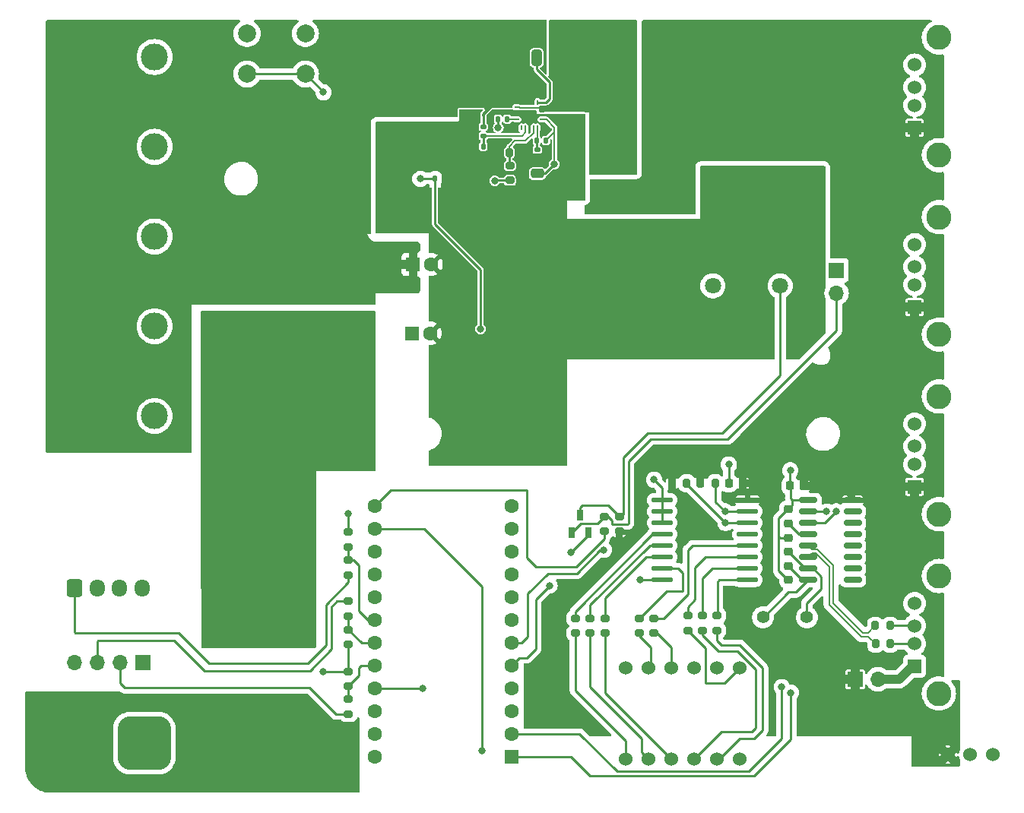
<source format=gbr>
%TF.GenerationSoftware,KiCad,Pcbnew,7.0.7*%
%TF.CreationDate,2024-02-14T01:50:22-08:00*%
%TF.ProjectId,PDB,5044422e-6b69-4636-9164-5f7063625858,rev?*%
%TF.SameCoordinates,Original*%
%TF.FileFunction,Copper,L1,Top*%
%TF.FilePolarity,Positive*%
%FSLAX46Y46*%
G04 Gerber Fmt 4.6, Leading zero omitted, Abs format (unit mm)*
G04 Created by KiCad (PCBNEW 7.0.7) date 2024-02-14 01:50:22*
%MOMM*%
%LPD*%
G01*
G04 APERTURE LIST*
G04 Aperture macros list*
%AMRoundRect*
0 Rectangle with rounded corners*
0 $1 Rounding radius*
0 $2 $3 $4 $5 $6 $7 $8 $9 X,Y pos of 4 corners*
0 Add a 4 corners polygon primitive as box body*
4,1,4,$2,$3,$4,$5,$6,$7,$8,$9,$2,$3,0*
0 Add four circle primitives for the rounded corners*
1,1,$1+$1,$2,$3*
1,1,$1+$1,$4,$5*
1,1,$1+$1,$6,$7*
1,1,$1+$1,$8,$9*
0 Add four rect primitives between the rounded corners*
20,1,$1+$1,$2,$3,$4,$5,0*
20,1,$1+$1,$4,$5,$6,$7,0*
20,1,$1+$1,$6,$7,$8,$9,0*
20,1,$1+$1,$8,$9,$2,$3,0*%
G04 Aperture macros list end*
%TA.AperFunction,ComponentPad*%
%ADD10R,1.700000X1.700000*%
%TD*%
%TA.AperFunction,ComponentPad*%
%ADD11O,1.700000X1.700000*%
%TD*%
%TA.AperFunction,ComponentPad*%
%ADD12C,1.524000*%
%TD*%
%TA.AperFunction,ComponentPad*%
%ADD13C,1.400000*%
%TD*%
%TA.AperFunction,SMDPad,CuDef*%
%ADD14RoundRect,0.200000X0.275000X-0.200000X0.275000X0.200000X-0.275000X0.200000X-0.275000X-0.200000X0*%
%TD*%
%TA.AperFunction,ComponentPad*%
%ADD15R,1.600000X1.600000*%
%TD*%
%TA.AperFunction,ComponentPad*%
%ADD16C,1.600000*%
%TD*%
%TA.AperFunction,SMDPad,CuDef*%
%ADD17RoundRect,0.250000X0.650000X-0.325000X0.650000X0.325000X-0.650000X0.325000X-0.650000X-0.325000X0*%
%TD*%
%TA.AperFunction,SMDPad,CuDef*%
%ADD18RoundRect,0.135000X-0.135000X-0.185000X0.135000X-0.185000X0.135000X0.185000X-0.135000X0.185000X0*%
%TD*%
%TA.AperFunction,ComponentPad*%
%ADD19R,1.524000X1.524000*%
%TD*%
%TA.AperFunction,ComponentPad*%
%ADD20C,2.800000*%
%TD*%
%TA.AperFunction,ComponentPad*%
%ADD21RoundRect,0.250000X-0.600000X-0.725000X0.600000X-0.725000X0.600000X0.725000X-0.600000X0.725000X0*%
%TD*%
%TA.AperFunction,ComponentPad*%
%ADD22O,1.700000X1.950000*%
%TD*%
%TA.AperFunction,SMDPad,CuDef*%
%ADD23RoundRect,0.225000X0.225000X0.250000X-0.225000X0.250000X-0.225000X-0.250000X0.225000X-0.250000X0*%
%TD*%
%TA.AperFunction,SMDPad,CuDef*%
%ADD24RoundRect,0.200000X-0.200000X-0.275000X0.200000X-0.275000X0.200000X0.275000X-0.200000X0.275000X0*%
%TD*%
%TA.AperFunction,ComponentPad*%
%ADD25C,1.800000*%
%TD*%
%TA.AperFunction,SMDPad,CuDef*%
%ADD26RoundRect,0.200000X-0.275000X0.200000X-0.275000X-0.200000X0.275000X-0.200000X0.275000X0.200000X0*%
%TD*%
%TA.AperFunction,SMDPad,CuDef*%
%ADD27RoundRect,0.225000X0.250000X-0.225000X0.250000X0.225000X-0.250000X0.225000X-0.250000X-0.225000X0*%
%TD*%
%TA.AperFunction,ComponentPad*%
%ADD28C,3.000000*%
%TD*%
%TA.AperFunction,SMDPad,CuDef*%
%ADD29R,2.921000X1.651000*%
%TD*%
%TA.AperFunction,SMDPad,CuDef*%
%ADD30R,3.250000X5.500000*%
%TD*%
%TA.AperFunction,SMDPad,CuDef*%
%ADD31O,2.401000X0.574000*%
%TD*%
%TA.AperFunction,SMDPad,CuDef*%
%ADD32RoundRect,0.135000X0.135000X0.185000X-0.135000X0.185000X-0.135000X-0.185000X0.135000X-0.185000X0*%
%TD*%
%TA.AperFunction,SMDPad,CuDef*%
%ADD33RoundRect,0.250000X0.325000X0.650000X-0.325000X0.650000X-0.325000X-0.650000X0.325000X-0.650000X0*%
%TD*%
%TA.AperFunction,SMDPad,CuDef*%
%ADD34R,0.700000X1.250000*%
%TD*%
%TA.AperFunction,SMDPad,CuDef*%
%ADD35RoundRect,0.135000X-0.185000X0.135000X-0.185000X-0.135000X0.185000X-0.135000X0.185000X0.135000X0*%
%TD*%
%TA.AperFunction,SMDPad,CuDef*%
%ADD36RoundRect,0.225000X-0.225000X-0.250000X0.225000X-0.250000X0.225000X0.250000X-0.225000X0.250000X0*%
%TD*%
%TA.AperFunction,SMDPad,CuDef*%
%ADD37O,0.252000X0.600000*%
%TD*%
%TA.AperFunction,SMDPad,CuDef*%
%ADD38O,0.600000X0.252000*%
%TD*%
%TA.AperFunction,SMDPad,CuDef*%
%ADD39R,0.926000X0.975000*%
%TD*%
%TA.AperFunction,ComponentPad*%
%ADD40O,5.500000X2.200000*%
%TD*%
%TA.AperFunction,SMDPad,CuDef*%
%ADD41RoundRect,0.150000X-0.825000X-0.150000X0.825000X-0.150000X0.825000X0.150000X-0.825000X0.150000X0*%
%TD*%
%TA.AperFunction,ComponentPad*%
%ADD42RoundRect,1.500000X1.500000X1.500000X-1.500000X1.500000X-1.500000X-1.500000X1.500000X-1.500000X0*%
%TD*%
%TA.AperFunction,ComponentPad*%
%ADD43C,6.000000*%
%TD*%
%TA.AperFunction,SMDPad,CuDef*%
%ADD44RoundRect,0.250000X-0.475000X0.250000X-0.475000X-0.250000X0.475000X-0.250000X0.475000X0.250000X0*%
%TD*%
%TA.AperFunction,SMDPad,CuDef*%
%ADD45RoundRect,0.225000X-0.250000X0.225000X-0.250000X-0.225000X0.250000X-0.225000X0.250000X0.225000X0*%
%TD*%
%TA.AperFunction,ComponentPad*%
%ADD46C,2.000000*%
%TD*%
%TA.AperFunction,ViaPad*%
%ADD47C,0.800000*%
%TD*%
%TA.AperFunction,Conductor*%
%ADD48C,0.250000*%
%TD*%
%TA.AperFunction,Conductor*%
%ADD49C,1.000000*%
%TD*%
%TA.AperFunction,Conductor*%
%ADD50C,0.200000*%
%TD*%
%TA.AperFunction,Conductor*%
%ADD51C,0.150000*%
%TD*%
G04 APERTURE END LIST*
D10*
%TO.P,J3,1,Pin_1*%
%TO.N,/5v*%
X150010000Y-92450000D03*
D11*
%TO.P,J3,2,Pin_2*%
%TO.N,Net-(DATA1-VCC)*%
X152550000Y-92450000D03*
%TD*%
D12*
%TO.P,SW2,3,C*%
%TO.N,GND*%
X165350000Y-100850000D03*
%TO.P,SW2,2,B*%
%TO.N,/toggle*%
X162850000Y-100850000D03*
%TO.P,SW2,1,A*%
%TO.N,/5v*%
X160350000Y-100850000D03*
%TD*%
D13*
%TO.P,Y1,1,1*%
%TO.N,Net-(U1-XI)*%
X144650000Y-85550000D03*
%TO.P,Y1,2,2*%
%TO.N,Net-(U1-XO)*%
X139750000Y-85550000D03*
%TD*%
D14*
%TO.P,R13,1*%
%TO.N,Net-(D1-G)*%
X134645400Y-87007200D03*
%TO.P,R13,2*%
%TO.N,/G*%
X134645400Y-85357200D03*
%TD*%
D15*
%TO.P,C6,1*%
%TO.N,/5v*%
X100695688Y-53898800D03*
D16*
%TO.P,C6,2*%
%TO.N,GND*%
X102695688Y-53898800D03*
%TD*%
D10*
%TO.P,J2,1,Pin_1*%
%TO.N,GND*%
X147955000Y-46883400D03*
D11*
%TO.P,J2,2,Pin_2*%
%TO.N,/base*%
X147955000Y-49423400D03*
%TD*%
D17*
%TO.P,C14,1*%
%TO.N,GND*%
X141650000Y-36575000D03*
%TO.P,C14,2*%
%TO.N,/5v*%
X141650000Y-33625000D03*
%TD*%
D18*
%TO.P,R21,1*%
%TO.N,/EN*%
X108615000Y-33090000D03*
%TO.P,R21,2*%
%TO.N,GND*%
X109635000Y-33090000D03*
%TD*%
D14*
%TO.P,R26,1*%
%TO.N,/5v*%
X111563000Y-36861000D03*
%TO.P,R26,2*%
%TO.N,/FB*%
X111563000Y-35211000D03*
%TD*%
D19*
%TO.P,USB2,1,VCC*%
%TO.N,/5v*%
X156645000Y-50998000D03*
D12*
%TO.P,USB2,2,D-*%
%TO.N,unconnected-(USB2-D--Pad2)*%
X156645000Y-48498000D03*
%TO.P,USB2,3,D+*%
%TO.N,unconnected-(USB2-D+-Pad3)*%
X156645000Y-46498000D03*
%TO.P,USB2,4,GND*%
%TO.N,GND*%
X156645000Y-43998000D03*
D20*
%TO.P,USB2,5,Shield*%
X159355000Y-40948000D03*
%TO.P,USB2,6,Shield*%
X159355000Y-54048000D03*
%TD*%
D17*
%TO.P,C15,1*%
%TO.N,GND*%
X144150000Y-36575000D03*
%TO.P,C15,2*%
%TO.N,/5v*%
X144150000Y-33625000D03*
%TD*%
D14*
%TO.P,R7,1*%
%TO.N,Net-(D1-E)*%
X118872000Y-87312000D03*
%TO.P,R7,2*%
%TO.N,/E*%
X118872000Y-85662000D03*
%TD*%
%TO.P,R6,1*%
%TO.N,/Cell1+2+3_s*%
X93599000Y-77723000D03*
%TO.P,R6,2*%
%TO.N,GND*%
X93599000Y-76073000D03*
%TD*%
D21*
%TO.P,Jst1,1,Pin_3*%
%TO.N,/Cell1+2+3*%
X63093600Y-82270600D03*
D22*
%TO.P,Jst1,2,Pin_2*%
%TO.N,/Cell1+2*%
X65593600Y-82270600D03*
%TO.P,Jst1,3,Pin_1*%
%TO.N,/Cell1*%
X68093600Y-82270600D03*
%TO.P,Jst1,4,GND*%
%TO.N,unconnected-(Jst1-GND-Pad4)*%
X70593600Y-82270600D03*
%TD*%
D12*
%TO.P,D1,1,E*%
%TO.N,Net-(D1-E)*%
X124460000Y-101346000D03*
%TO.P,D1,2,D*%
%TO.N,Net-(D1-D)*%
X127000000Y-101346000D03*
%TO.P,D1,3,DP*%
%TO.N,Net-(D1-DP)*%
X129540000Y-101346000D03*
%TO.P,D1,4,C*%
%TO.N,Net-(D1-C)*%
X132080000Y-101346000D03*
%TO.P,D1,5,G*%
%TO.N,Net-(D1-G)*%
X134620000Y-101346000D03*
%TO.P,D1,6,Dig4*%
%TO.N,/Dig4*%
X137160000Y-101346000D03*
%TO.P,D1,7,B*%
%TO.N,Net-(D1-B)*%
X137160000Y-91186000D03*
%TO.P,D1,8,Dig3*%
%TO.N,/Dig3*%
X134620000Y-91186000D03*
%TO.P,D1,9,Dig2*%
%TO.N,/Dig2*%
X132080000Y-91186000D03*
%TO.P,D1,10,F*%
%TO.N,Net-(D1-F)*%
X129540000Y-91186000D03*
%TO.P,D1,11,A*%
%TO.N,Net-(D1-A)*%
X127000000Y-91186000D03*
%TO.P,D1,12,Dig1*%
%TO.N,/Dig1*%
X124460000Y-91186000D03*
%TD*%
D23*
%TO.P,C4,1*%
%TO.N,/5v*%
X144335800Y-70891400D03*
%TO.P,C4,2*%
%TO.N,GND*%
X142785800Y-70891400D03*
%TD*%
D24*
%TO.P,R27,1*%
%TO.N,/FB*%
X111500000Y-33750000D03*
%TO.P,R27,2*%
%TO.N,GND*%
X113150000Y-33750000D03*
%TD*%
D25*
%TO.P,B1,1,input*%
%TO.N,/5v*%
X134172000Y-48614000D03*
%TO.P,B1,2,output*%
%TO.N,/collector*%
X141672000Y-48614000D03*
%TD*%
D26*
%TO.P,R8,1*%
%TO.N,/A*%
X125984000Y-85662000D03*
%TO.P,R8,2*%
%TO.N,Net-(D1-A)*%
X125984000Y-87312000D03*
%TD*%
D14*
%TO.P,R4,1*%
%TO.N,/Cell1_s*%
X93599000Y-93218000D03*
%TO.P,R4,2*%
%TO.N,GND*%
X93599000Y-91568000D03*
%TD*%
D27*
%TO.P,C1,1*%
%TO.N,Net-(U1-XI)*%
X142544800Y-78219600D03*
%TO.P,C1,2*%
%TO.N,GND*%
X142544800Y-76669600D03*
%TD*%
D19*
%TO.P,USB3,1,VCC*%
%TO.N,/5v*%
X156645000Y-70998000D03*
D12*
%TO.P,USB3,2,D-*%
%TO.N,unconnected-(USB3-D--Pad2)*%
X156645000Y-68498000D03*
%TO.P,USB3,3,D+*%
%TO.N,unconnected-(USB3-D+-Pad3)*%
X156645000Y-66498000D03*
%TO.P,USB3,4,GND*%
%TO.N,GND*%
X156645000Y-63998000D03*
D20*
%TO.P,USB3,5,Shield*%
X159355000Y-60948000D03*
%TO.P,USB3,6,Shield*%
X159355000Y-74048000D03*
%TD*%
D28*
%TO.P,A2,1,ground*%
%TO.N,GND*%
X72000000Y-33113400D03*
%TO.P,A2,2,power*%
%TO.N,/12v*%
X64000000Y-33113400D03*
%TD*%
D26*
%TO.P,R3,1*%
%TO.N,/Cell1+2+3_s*%
X93599000Y-79185000D03*
%TO.P,R3,2*%
%TO.N,/Cell1+2+3*%
X93599000Y-80835000D03*
%TD*%
%TO.P,R2,1*%
%TO.N,/Cell1+2*%
X93599000Y-83757000D03*
%TO.P,R2,2*%
%TO.N,/Cell1+2_s*%
X93599000Y-85407000D03*
%TD*%
D15*
%TO.P,Pro1,1,TX*%
%TO.N,/Tx*%
X111760000Y-101092000D03*
D16*
%TO.P,Pro1,2,RX*%
%TO.N,/Rx*%
X111760000Y-98552000D03*
%TO.P,Pro1,3,GND*%
%TO.N,GND*%
X111760000Y-96012000D03*
%TO.P,Pro1,4,GND*%
X111760000Y-93472000D03*
%TO.P,Pro1,5,2*%
%TO.N,/SDA*%
X111760000Y-90932000D03*
%TO.P,Pro1,6,3*%
%TO.N,/SCL*%
X111760000Y-88392000D03*
%TO.P,Pro1,7,4*%
%TO.N,unconnected-(Pro1-4-Pad7)*%
X111760000Y-85852000D03*
%TO.P,Pro1,8,5*%
%TO.N,/BatCal*%
X111760000Y-83312000D03*
%TO.P,Pro1,9,6*%
%TO.N,unconnected-(Pro1-6-Pad9)*%
X111760000Y-80772000D03*
%TO.P,Pro1,10,7*%
%TO.N,unconnected-(Pro1-7-Pad10)*%
X111760000Y-78232000D03*
%TO.P,Pro1,11,8*%
%TO.N,unconnected-(Pro1-8-Pad11)*%
X111760000Y-75692000D03*
%TO.P,Pro1,12,9*%
%TO.N,/Dig4*%
X111760000Y-73152000D03*
%TO.P,Pro1,13,10*%
%TO.N,/Buzzer*%
X96520000Y-73152000D03*
%TO.P,Pro1,14,16*%
%TO.N,/toggle*%
X96520000Y-75692000D03*
%TO.P,Pro1,15,14*%
%TO.N,/Dig3*%
X96520000Y-78232000D03*
%TO.P,Pro1,16,15*%
%TO.N,/Dig2*%
X96520000Y-80772000D03*
%TO.P,Pro1,17,A0*%
%TO.N,/Dig1*%
X96520000Y-83312000D03*
%TO.P,Pro1,18,A1*%
%TO.N,/Cell1+2+3_s*%
X96520000Y-85852000D03*
%TO.P,Pro1,19,A2*%
%TO.N,/Cell1+2_s*%
X96520000Y-88392000D03*
%TO.P,Pro1,20,A3*%
%TO.N,/Cell1_s*%
X96520000Y-90932000D03*
%TO.P,Pro1,21,VCC*%
%TO.N,/5v*%
X96520000Y-93472000D03*
%TO.P,Pro1,22,RST*%
%TO.N,unconnected-(Pro1-RST-Pad22)*%
X96520000Y-96012000D03*
%TO.P,Pro1,23,GND*%
%TO.N,GND*%
X96520000Y-98552000D03*
%TO.P,Pro1,24,RAW*%
%TO.N,unconnected-(Pro1-RAW-Pad24)*%
X96520000Y-101092000D03*
%TD*%
D29*
%TO.P,F1,1,in1*%
%TO.N,/battery*%
X82092800Y-100507800D03*
%TO.P,F1,2,in2*%
X88315800Y-100507800D03*
%TO.P,F1,3,out1*%
%TO.N,/fuse out*%
X82092800Y-87045800D03*
%TO.P,F1,4,out2*%
X88315800Y-87045800D03*
%TD*%
D14*
%TO.P,R12,1*%
%TO.N,Net-(D1-C)*%
X133019800Y-87007200D03*
%TO.P,R12,2*%
%TO.N,/C*%
X133019800Y-85357200D03*
%TD*%
D17*
%TO.P,C10,1*%
%TO.N,GND*%
X104550000Y-31300000D03*
%TO.P,C10,2*%
%TO.N,/12v*%
X104550000Y-28350000D03*
%TD*%
D26*
%TO.P,R14,1*%
%TO.N,/B*%
X131394200Y-85357200D03*
%TO.P,R14,2*%
%TO.N,Net-(D1-B)*%
X131394200Y-87007200D03*
%TD*%
D30*
%TO.P,L1,1,1*%
%TO.N,/SW*%
X123350000Y-28400000D03*
%TO.P,L1,2,2*%
%TO.N,/5v*%
X134600000Y-28400000D03*
%TD*%
D28*
%TO.P,A4,1,ground*%
%TO.N,GND*%
X72000000Y-53113400D03*
%TO.P,A4,2,power*%
%TO.N,/12v*%
X64000000Y-53113400D03*
%TD*%
D17*
%TO.P,C12,1*%
%TO.N,GND*%
X136650000Y-36575000D03*
%TO.P,C12,2*%
%TO.N,/5v*%
X136650000Y-33625000D03*
%TD*%
D19*
%TO.P,USB1,1,VCC*%
%TO.N,/5v*%
X156645000Y-30998000D03*
D12*
%TO.P,USB1,2,D-*%
%TO.N,unconnected-(USB1-D--Pad2)*%
X156645000Y-28498000D03*
%TO.P,USB1,3,D+*%
%TO.N,unconnected-(USB1-D+-Pad3)*%
X156645000Y-26498000D03*
%TO.P,USB1,4,GND*%
%TO.N,GND*%
X156645000Y-23998000D03*
D20*
%TO.P,USB1,5,Shield*%
X159355000Y-20948000D03*
%TO.P,USB1,6,Shield*%
X159355000Y-34048000D03*
%TD*%
D31*
%TO.P,U2,16,VDD*%
%TO.N,/5v*%
X138023800Y-72491600D03*
%TO.P,U2,15,SDA*%
%TO.N,/SDA*%
X138023800Y-73761600D03*
%TO.P,U2,14,SCL*%
%TO.N,/SCL*%
X138023800Y-75031600D03*
%TO.P,U2,13,~{INT}*%
%TO.N,unconnected-(U2-~{INT}-Pad13)*%
X138023800Y-76301600D03*
%TO.P,U2,12,P7*%
%TO.N,/F*%
X138023800Y-77571600D03*
%TO.P,U2,11,P6*%
%TO.N,/B*%
X138023800Y-78841600D03*
%TO.P,U2,10,P5*%
%TO.N,/C*%
X138023800Y-80111600D03*
%TO.P,U2,9,P4*%
%TO.N,/G*%
X138023800Y-81381600D03*
%TO.P,U2,8,VSS*%
%TO.N,GND*%
X128523800Y-81381600D03*
%TO.P,U2,7,P3*%
%TO.N,/A*%
X128523800Y-80111600D03*
%TO.P,U2,6,P2*%
%TO.N,/DP*%
X128523800Y-78841600D03*
%TO.P,U2,5,P1*%
%TO.N,/D*%
X128523800Y-77571600D03*
%TO.P,U2,4,P0*%
%TO.N,/E*%
X128523800Y-76301600D03*
%TO.P,U2,3,A2*%
%TO.N,GND*%
X128523800Y-75031600D03*
%TO.P,U2,2,A1*%
X128523800Y-73761600D03*
%TO.P,U2,1,A0*%
X128523800Y-72491600D03*
%TD*%
D24*
%TO.P,R16,1*%
%TO.N,/5v*%
X132779000Y-70612000D03*
%TO.P,R16,2*%
%TO.N,/SDA*%
X134429000Y-70612000D03*
%TD*%
D15*
%TO.P,C5,1*%
%TO.N,/12v*%
X100797288Y-46228000D03*
D16*
%TO.P,C5,2*%
%TO.N,GND*%
X102797288Y-46228000D03*
%TD*%
D24*
%TO.P,R18,1*%
%TO.N,/D-*%
X152300400Y-88493600D03*
%TO.P,R18,2*%
%TO.N,Net-(DATA1-D-)*%
X153950400Y-88493600D03*
%TD*%
D32*
%TO.P,R23,1*%
%TO.N,/VCC*%
X115585000Y-32400000D03*
%TO.P,R23,2*%
%TO.N,/MODE*%
X114565000Y-32400000D03*
%TD*%
D27*
%TO.P,C3,1*%
%TO.N,Net-(U1-V3)*%
X142547800Y-75070000D03*
%TO.P,C3,2*%
%TO.N,GND*%
X142547800Y-73520000D03*
%TD*%
D14*
%TO.P,R1,1*%
%TO.N,/Cell1*%
X93599000Y-96330000D03*
%TO.P,R1,2*%
%TO.N,/Cell1_s*%
X93599000Y-94680000D03*
%TD*%
D17*
%TO.P,C9,1*%
%TO.N,GND*%
X102050000Y-31300000D03*
%TO.P,C9,2*%
%TO.N,/12v*%
X102050000Y-28350000D03*
%TD*%
D33*
%TO.P,C11,1*%
%TO.N,/SW*%
X117500000Y-23200000D03*
%TO.P,C11,2*%
%TO.N,/BST*%
X114550000Y-23200000D03*
%TD*%
D34*
%TO.P,Q1,1,B*%
%TO.N,/base*%
X118432500Y-76151000D03*
%TO.P,Q1,2,E*%
%TO.N,GND*%
X120332500Y-76151000D03*
%TO.P,Q1,3,C*%
%TO.N,/collector*%
X119382500Y-74151000D03*
%TD*%
D28*
%TO.P,A5,1,ground*%
%TO.N,GND*%
X72000000Y-63113400D03*
%TO.P,A5,2,power*%
%TO.N,/12v*%
X64000000Y-63113400D03*
%TD*%
D24*
%TO.P,R15,1*%
%TO.N,/5v*%
X129629400Y-70612000D03*
%TO.P,R15,2*%
%TO.N,/SCL*%
X131279400Y-70612000D03*
%TD*%
D35*
%TO.P,R24,1*%
%TO.N,/MODE*%
X114625000Y-33440000D03*
%TO.P,R24,2*%
%TO.N,GND*%
X114625000Y-34460000D03*
%TD*%
D36*
%TO.P,C7,1*%
%TO.N,GND*%
X135953200Y-70612000D03*
%TO.P,C7,2*%
%TO.N,/5v*%
X137503200Y-70612000D03*
%TD*%
D14*
%TO.P,R5,1*%
%TO.N,GND*%
X93599000Y-88582000D03*
%TO.P,R5,2*%
%TO.N,/Cell1+2_s*%
X93599000Y-86932000D03*
%TD*%
D28*
%TO.P,A3,1,ground*%
%TO.N,GND*%
X72000000Y-43113400D03*
%TO.P,A3,2,power*%
%TO.N,/12v*%
X64000000Y-43113400D03*
%TD*%
D37*
%TO.P,U3,1,BST*%
%TO.N,/BST*%
X114646000Y-28188000D03*
%TO.P,U3,2,VIN*%
%TO.N,/12v*%
X114196000Y-28188000D03*
%TO.P,U3,3,VIN*%
X113746000Y-28188000D03*
%TO.P,U3,4,VIN*%
X113296000Y-28188000D03*
%TO.P,U3,5,VIN*%
X112846000Y-28188000D03*
D38*
%TO.P,U3,6,SW*%
%TO.N,/SW*%
X112334000Y-28700000D03*
%TO.P,U3,7,PGND*%
%TO.N,GND*%
X112334000Y-29150000D03*
%TO.P,U3,8,PGND*%
X112334000Y-29600000D03*
%TO.P,U3,9,PGOOD*%
%TO.N,Net-(U3-PGOOD)*%
X112334000Y-30050000D03*
%TO.P,U3,10,NC*%
%TO.N,GND*%
X112334000Y-30500000D03*
D37*
%TO.P,U3,11,SS*%
%TO.N,unconnected-(U3-SS-Pad11)*%
X112846000Y-31012000D03*
%TO.P,U3,12,EN*%
%TO.N,/EN*%
X113296000Y-31012000D03*
%TO.P,U3,13,AGND*%
%TO.N,GND*%
X113746000Y-31012000D03*
%TO.P,U3,14,FB*%
%TO.N,/FB*%
X114196000Y-31012000D03*
%TO.P,U3,15,MODE*%
%TO.N,/MODE*%
X114646000Y-31012000D03*
D38*
%TO.P,U3,16,NC*%
%TO.N,GND*%
X115158000Y-30500000D03*
%TO.P,U3,17,VCC*%
%TO.N,/VCC*%
X115158000Y-30050000D03*
%TO.P,U3,18,PGND*%
%TO.N,GND*%
X115158000Y-29600000D03*
%TO.P,U3,19,SW*%
%TO.N,/SW*%
X115158000Y-29150000D03*
%TO.P,U3,20,SW*%
X115158000Y-28700000D03*
D39*
%TO.P,U3,21,PGND*%
%TO.N,GND*%
X113746000Y-29600000D03*
%TD*%
D14*
%TO.P,R22,1*%
%TO.N,/Buzzer*%
X122097800Y-75983600D03*
%TO.P,R22,2*%
%TO.N,/base*%
X122097800Y-74333600D03*
%TD*%
%TO.P,R11,1*%
%TO.N,Net-(D1-DP)*%
X122174000Y-87312000D03*
%TO.P,R11,2*%
%TO.N,/DP*%
X122174000Y-85662000D03*
%TD*%
D28*
%TO.P,A1,1,ground*%
%TO.N,GND*%
X72000000Y-23113400D03*
%TO.P,A1,2,power*%
%TO.N,/12v*%
X64000000Y-23113400D03*
%TD*%
D26*
%TO.P,R10,1*%
%TO.N,/F*%
X127635000Y-85662000D03*
%TO.P,R10,2*%
%TO.N,Net-(D1-F)*%
X127635000Y-87312000D03*
%TD*%
D18*
%TO.P,R28,1*%
%TO.N,/BatCal*%
X103240000Y-36650000D03*
%TO.P,R28,2*%
%TO.N,GND*%
X104260000Y-36650000D03*
%TD*%
D40*
%TO.P,Sw1,1,In*%
%TO.N,/fuse out*%
X91617800Y-53340000D03*
%TO.P,Sw1,2,Out*%
%TO.N,/12v*%
X91617800Y-48340000D03*
%TD*%
D41*
%TO.P,U1,1,GND*%
%TO.N,GND*%
X144808400Y-72491600D03*
%TO.P,U1,2,TXD*%
%TO.N,/Rx*%
X144808400Y-73761600D03*
%TO.P,U1,3,RXD*%
%TO.N,/Tx*%
X144808400Y-75031600D03*
%TO.P,U1,4,V3*%
%TO.N,Net-(U1-V3)*%
X144808400Y-76301600D03*
%TO.P,U1,5,UD+*%
%TO.N,/D+*%
X144808400Y-77571600D03*
%TO.P,U1,6,UD-*%
%TO.N,/D-*%
X144808400Y-78841600D03*
%TO.P,U1,7,XI*%
%TO.N,Net-(U1-XI)*%
X144808400Y-80111600D03*
%TO.P,U1,8,XO*%
%TO.N,Net-(U1-XO)*%
X144808400Y-81381600D03*
%TO.P,U1,9,~{CTS}*%
%TO.N,unconnected-(U1-~{CTS}-Pad9)*%
X149758400Y-81381600D03*
%TO.P,U1,10,~{DSR}*%
%TO.N,unconnected-(U1-~{DSR}-Pad10)*%
X149758400Y-80111600D03*
%TO.P,U1,11,~{RI}*%
%TO.N,unconnected-(U1-~{RI}-Pad11)*%
X149758400Y-78841600D03*
%TO.P,U1,12,~{DCD}*%
%TO.N,unconnected-(U1-~{DCD}-Pad12)*%
X149758400Y-77571600D03*
%TO.P,U1,13,~{DTR}*%
%TO.N,unconnected-(U1-~{DTR}-Pad13)*%
X149758400Y-76301600D03*
%TO.P,U1,14,~{RTS}*%
%TO.N,unconnected-(U1-~{RTS}-Pad14)*%
X149758400Y-75031600D03*
%TO.P,U1,15,R232*%
%TO.N,unconnected-(U1-R232-Pad15)*%
X149758400Y-73761600D03*
%TO.P,U1,16,VCC*%
%TO.N,/5v*%
X149758400Y-72491600D03*
%TD*%
D14*
%TO.P,R25,1*%
%TO.N,/5v*%
X123748800Y-75983600D03*
%TO.P,R25,2*%
%TO.N,/collector*%
X123748800Y-74333600D03*
%TD*%
D42*
%TO.P,Batt1,1,ground*%
%TO.N,GND*%
X70866000Y-99568000D03*
D43*
%TO.P,Batt1,2,power*%
%TO.N,/battery*%
X63666000Y-99568000D03*
%TD*%
D44*
%TO.P,C16,1*%
%TO.N,/VCC*%
X114625000Y-36100000D03*
%TO.P,C16,2*%
%TO.N,GND*%
X114625000Y-38000000D03*
%TD*%
D45*
%TO.P,C2,1*%
%TO.N,Net-(U1-XO)*%
X142544800Y-79819200D03*
%TO.P,C2,2*%
%TO.N,GND*%
X142544800Y-81369200D03*
%TD*%
D46*
%TO.P,SW3,1,1*%
%TO.N,/5v*%
X82300000Y-20500000D03*
%TO.P,SW3,2,2*%
X88800000Y-20500000D03*
%TO.P,SW3,3,K*%
%TO.N,/BatCal*%
X88800000Y-25000000D03*
%TO.P,SW3,4,A*%
X82300000Y-25000000D03*
%TD*%
D17*
%TO.P,C8,1*%
%TO.N,GND*%
X99550000Y-31300000D03*
%TO.P,C8,2*%
%TO.N,/12v*%
X99550000Y-28350000D03*
%TD*%
D10*
%TO.P,J1,1,Pin_1*%
%TO.N,GND*%
X70713600Y-90627200D03*
D11*
%TO.P,J1,2,Pin_2*%
%TO.N,/Cell1*%
X68173600Y-90627200D03*
%TO.P,J1,3,Pin_3*%
%TO.N,/Cell1+2*%
X65633600Y-90627200D03*
%TO.P,J1,4,Pin_4*%
%TO.N,/Cell1+2+3*%
X63093600Y-90627200D03*
%TD*%
D35*
%TO.P,R20,1*%
%TO.N,/12v*%
X108625000Y-30880000D03*
%TO.P,R20,2*%
%TO.N,/EN*%
X108625000Y-31900000D03*
%TD*%
D24*
%TO.P,R19,1*%
%TO.N,/D+*%
X152275000Y-86487000D03*
%TO.P,R19,2*%
%TO.N,Net-(DATA1-D+)*%
X153925000Y-86487000D03*
%TD*%
D18*
%TO.P,R17,1*%
%TO.N,/VCC*%
X110265000Y-30050000D03*
%TO.P,R17,2*%
%TO.N,Net-(U3-PGOOD)*%
X111285000Y-30050000D03*
%TD*%
D19*
%TO.P,DATA1,1,VCC*%
%TO.N,Net-(DATA1-VCC)*%
X156645000Y-90998000D03*
D12*
%TO.P,DATA1,2,D-*%
%TO.N,Net-(DATA1-D-)*%
X156645000Y-88498000D03*
%TO.P,DATA1,3,D+*%
%TO.N,Net-(DATA1-D+)*%
X156645000Y-86498000D03*
%TO.P,DATA1,4,GND*%
%TO.N,GND*%
X156645000Y-83998000D03*
D20*
%TO.P,DATA1,5,Shield*%
X159355000Y-80948000D03*
%TO.P,DATA1,6,Shield*%
X159355000Y-94048000D03*
%TD*%
D14*
%TO.P,R9,1*%
%TO.N,Net-(D1-D)*%
X120523000Y-87312000D03*
%TO.P,R9,2*%
%TO.N,/D*%
X120523000Y-85662000D03*
%TD*%
D17*
%TO.P,C13,1*%
%TO.N,GND*%
X139150000Y-36575000D03*
%TO.P,C13,2*%
%TO.N,/5v*%
X139150000Y-33625000D03*
%TD*%
D47*
%TO.N,/BatCal*%
X101600000Y-36700000D03*
X90800000Y-27050000D03*
%TO.N,GND*%
X138750000Y-40200000D03*
X144750000Y-40200000D03*
X140750000Y-39200000D03*
X143750000Y-40200000D03*
X119300000Y-30200000D03*
X142750000Y-38200000D03*
X106950000Y-32650000D03*
X142750000Y-39200000D03*
X106950000Y-33650000D03*
X106950000Y-31650000D03*
X117300000Y-30200000D03*
X118300000Y-33200000D03*
X118338600Y-78359000D03*
X106950000Y-30650000D03*
X135953200Y-68516200D03*
X136800000Y-38200000D03*
X140750000Y-40200000D03*
X137750000Y-38200000D03*
X107950000Y-35650000D03*
X93599000Y-74041000D03*
X119300000Y-35150000D03*
X126060200Y-81407000D03*
X145750000Y-39200000D03*
X118300000Y-31200000D03*
X117300000Y-31200000D03*
X133800000Y-38200000D03*
X118300000Y-34150000D03*
X140750000Y-38200000D03*
X106950000Y-29650000D03*
X117300000Y-34150000D03*
X145750000Y-40200000D03*
X142798800Y-69189600D03*
X138750000Y-38200000D03*
X117300000Y-36150000D03*
X119300000Y-37150000D03*
X139750000Y-38200000D03*
X119300000Y-31200000D03*
X106950000Y-34650000D03*
X117300000Y-33200000D03*
X119300000Y-33200000D03*
X134800000Y-40200000D03*
X133800000Y-39200000D03*
X106950000Y-36650000D03*
X134800000Y-39200000D03*
X136800000Y-39200000D03*
X118300000Y-32200000D03*
X127635000Y-70231000D03*
X141750000Y-38200000D03*
X143750000Y-39200000D03*
X133800000Y-40200000D03*
X119300000Y-36150000D03*
X108950000Y-34650000D03*
X139750000Y-39200000D03*
X118300000Y-37150000D03*
X118300000Y-36150000D03*
X137750000Y-40200000D03*
X139750000Y-40200000D03*
X118300000Y-30200000D03*
X106950000Y-37650000D03*
X143750000Y-38200000D03*
X108950000Y-35650000D03*
X90804000Y-91568000D03*
X107950000Y-37650000D03*
X135800000Y-40200000D03*
X119300000Y-34150000D03*
X142750000Y-40200000D03*
X141750000Y-39200000D03*
X138750000Y-39200000D03*
X117300000Y-32200000D03*
X137750000Y-39200000D03*
X135800000Y-39200000D03*
X118300000Y-35150000D03*
X106950000Y-35650000D03*
X136800000Y-40200000D03*
X107950000Y-36650000D03*
X144750000Y-39200000D03*
X119300000Y-32200000D03*
X134800000Y-38200000D03*
X117300000Y-37150000D03*
X107950000Y-34650000D03*
X135800000Y-38200000D03*
X145750000Y-38200000D03*
X141750000Y-40200000D03*
X144750000Y-38200000D03*
%TO.N,/5v*%
X109875000Y-36900000D03*
X133875000Y-32800000D03*
X101828600Y-93446600D03*
X114550000Y-92250000D03*
%TO.N,/Tx*%
X142849600Y-93954600D03*
X147907200Y-73736200D03*
%TO.N,/BatCal*%
X108300000Y-53400000D03*
%TO.N,/toggle*%
X108432600Y-100380800D03*
%TO.N,/VCC*%
X110275000Y-31000000D03*
X116525000Y-35050000D03*
%TO.N,/Rx*%
X141859000Y-93345000D03*
X146853296Y-73765505D03*
%TO.N,/SDA*%
X135534400Y-73761600D03*
X115976400Y-82016600D03*
%TO.N,/SCL*%
X122047000Y-78028800D03*
X135585200Y-75031600D03*
%TD*%
D48*
%TO.N,/5v*%
X150010000Y-95210000D02*
X150010000Y-92450000D01*
X156845000Y-97292800D02*
X152092800Y-97292800D01*
X152092800Y-97292800D02*
X150010000Y-95210000D01*
X160415600Y-100863400D02*
X156845000Y-97292800D01*
D49*
%TO.N,Net-(DATA1-VCC)*%
X154945000Y-92450000D02*
X156397000Y-90998000D01*
X152550000Y-92450000D02*
X154945000Y-92450000D01*
D48*
%TO.N,/BST*%
X115562000Y-28188000D02*
X114647000Y-28188000D01*
X116000000Y-25950000D02*
X116000000Y-27750000D01*
X114550000Y-24500000D02*
X116000000Y-25950000D01*
X114550000Y-23200000D02*
X114550000Y-24500000D01*
X116000000Y-27750000D02*
X115562000Y-28188000D01*
%TO.N,/BatCal*%
X101600000Y-36700000D02*
X101550000Y-36650000D01*
X101650000Y-36650000D02*
X101600000Y-36700000D01*
X90800000Y-27000000D02*
X88800000Y-25000000D01*
X90800000Y-27050000D02*
X90800000Y-27000000D01*
X90850000Y-27050000D02*
X90800000Y-27050000D01*
%TO.N,Net-(DATA1-D-)*%
X156840600Y-88493600D02*
X156845000Y-88498000D01*
X153950400Y-88493600D02*
X156840600Y-88493600D01*
%TO.N,Net-(DATA1-D+)*%
X156834000Y-86487000D02*
X156845000Y-86498000D01*
X153925000Y-86487000D02*
X156834000Y-86487000D01*
D50*
%TO.N,/D-*%
X151506800Y-87700000D02*
X152300400Y-88493600D01*
X147120400Y-84141800D02*
X150678600Y-87700000D01*
X150678600Y-87700000D02*
X151506800Y-87700000D01*
X145601201Y-78431601D02*
X147120400Y-79950800D01*
X147120400Y-79950800D02*
X147120400Y-84141800D01*
X145218399Y-78431601D02*
X145601201Y-78431601D01*
X144808400Y-78841600D02*
X145218399Y-78431601D01*
%TO.N,/D+*%
X151497401Y-87252599D02*
X152263000Y-86487000D01*
X147570400Y-83955400D02*
X150867599Y-87252599D01*
X147570400Y-79764400D02*
X147570400Y-83955400D01*
X150867599Y-87252599D02*
X151497401Y-87252599D01*
X145787599Y-77981599D02*
X147570400Y-79764400D01*
X145218399Y-77981599D02*
X145787599Y-77981599D01*
X144808400Y-77571600D02*
X145218399Y-77981599D01*
D48*
%TO.N,GND*%
X93599000Y-88582000D02*
X93599000Y-91568000D01*
X142798800Y-69189600D02*
X142785800Y-69202600D01*
X141516400Y-76504800D02*
X141516400Y-80356200D01*
X126085600Y-81381600D02*
X128523800Y-81381600D01*
X127635000Y-70231000D02*
X128523800Y-71119800D01*
X120332500Y-76365100D02*
X118338600Y-78359000D01*
X128523800Y-73761600D02*
X128523800Y-72491600D01*
X142836600Y-72297800D02*
X143030400Y-72491600D01*
X104260000Y-36650000D02*
X106950000Y-36650000D01*
X141516400Y-74536000D02*
X142532400Y-73520000D01*
X128523800Y-75031600D02*
X128523800Y-73761600D01*
X143030400Y-72491600D02*
X143030400Y-73037400D01*
X141516400Y-80356200D02*
X142529400Y-81369200D01*
X142785800Y-69202600D02*
X142785800Y-70891400D01*
X93599000Y-91568000D02*
X90804000Y-91568000D01*
X135953200Y-70612000D02*
X135953200Y-68516200D01*
X143030400Y-73037400D02*
X142547800Y-73520000D01*
X128523800Y-71119800D02*
X128523800Y-72491600D01*
X93599000Y-76073000D02*
X93599000Y-74041000D01*
X141516400Y-76504800D02*
X141516400Y-74536000D01*
X142544800Y-76669600D02*
X141696600Y-76669600D01*
X142836600Y-70891400D02*
X142836600Y-72297800D01*
X120332500Y-76151000D02*
X120332500Y-76365100D01*
X143030400Y-72491600D02*
X144808400Y-72491600D01*
X126060200Y-81407000D02*
X126085600Y-81381600D01*
X141681200Y-76669600D02*
X141516400Y-76504800D01*
%TO.N,/12v*%
X109825000Y-28250000D02*
X109825000Y-25350000D01*
X108625000Y-29450000D02*
X109825000Y-28250000D01*
X108625000Y-30880000D02*
X108625000Y-29450000D01*
X109825000Y-25350000D02*
X110025000Y-25150000D01*
%TO.N,/5v*%
X132588000Y-68580000D02*
X132842000Y-68834000D01*
X148158200Y-70891400D02*
X149758400Y-72491600D01*
X144386600Y-70891400D02*
X148158200Y-70891400D01*
X101803200Y-93472000D02*
X101828600Y-93446600D01*
X96520000Y-93472000D02*
X101803200Y-93472000D01*
X129629400Y-68998600D02*
X130048000Y-68580000D01*
X109914000Y-36861000D02*
X109875000Y-36900000D01*
X111563000Y-36861000D02*
X109914000Y-36861000D01*
X130048000Y-68580000D02*
X132588000Y-68580000D01*
X132842000Y-70549000D02*
X132779000Y-70612000D01*
X138011200Y-72479000D02*
X138023800Y-72491600D01*
X129629400Y-70612000D02*
X129629400Y-68998600D01*
X132842000Y-68834000D02*
X132842000Y-70549000D01*
%TO.N,/collector*%
X123938800Y-74333600D02*
X124231400Y-74041000D01*
X119382500Y-74151000D02*
X119382500Y-73352700D01*
X122516400Y-73101200D02*
X123748800Y-74333600D01*
X124231400Y-74041000D02*
X124231400Y-67768600D01*
X126950600Y-65049400D02*
X135229600Y-65049400D01*
X135229600Y-65049400D02*
X141672000Y-58607000D01*
X123748800Y-74333600D02*
X123938800Y-74333600D01*
X119634000Y-73101200D02*
X122516400Y-73101200D01*
X141672000Y-58607000D02*
X141672000Y-48614000D01*
X119382500Y-73352700D02*
X119634000Y-73101200D01*
X124231400Y-67768600D02*
X126950600Y-65049400D01*
%TO.N,Net-(U1-XI)*%
X144648420Y-83951580D02*
X144648420Y-85573871D01*
X144431649Y-80111600D02*
X144808400Y-80111600D01*
X145364200Y-80111600D02*
X146253200Y-81000600D01*
X146253200Y-81000600D02*
X146253200Y-82346800D01*
X144808400Y-80111600D02*
X145364200Y-80111600D01*
X146253200Y-82346800D02*
X144648420Y-83951580D01*
X142544800Y-78224751D02*
X144431649Y-80111600D01*
%TO.N,Net-(U1-XO)*%
X144808400Y-81381600D02*
X144097200Y-81381600D01*
X142544800Y-79829200D02*
X142544800Y-79819200D01*
X144808400Y-81381600D02*
X143462200Y-82727800D01*
X142594491Y-82727800D02*
X139748420Y-85573871D01*
X143462200Y-82727800D02*
X142594491Y-82727800D01*
X144097200Y-81381600D02*
X142544800Y-79829200D01*
%TO.N,Net-(U1-V3)*%
X142547800Y-75070000D02*
X143779400Y-76301600D01*
X143779400Y-76301600D02*
X144808400Y-76301600D01*
D51*
%TO.N,/SW*%
X112334000Y-28700000D02*
X112616900Y-28700000D01*
X115095000Y-28763000D02*
X115158000Y-28700000D01*
X112679900Y-28763000D02*
X115095000Y-28763000D01*
X112616900Y-28700000D02*
X112679900Y-28763000D01*
D48*
%TO.N,/BST*%
X114550000Y-23200000D02*
X114647000Y-23297000D01*
%TO.N,Net-(D1-E)*%
X124460000Y-101346000D02*
X124460000Y-99314000D01*
X124460000Y-99314000D02*
X118872000Y-93726000D01*
X118872000Y-93726000D02*
X118872000Y-87312000D01*
%TO.N,/Cell1*%
X89255600Y-93421200D02*
X68681600Y-93421200D01*
X68173600Y-92913200D02*
X68173600Y-90627200D01*
X92164400Y-96330000D02*
X89255600Y-93421200D01*
X68681600Y-93421200D02*
X68173600Y-92913200D01*
X93599000Y-96330000D02*
X92164400Y-96330000D01*
%TO.N,/Cell1+2*%
X92315800Y-83757000D02*
X93599000Y-83757000D01*
X65633600Y-88239600D02*
X65735200Y-88138000D01*
X77520800Y-91490800D02*
X89306400Y-91490800D01*
X74168000Y-88138000D02*
X77520800Y-91490800D01*
X65633600Y-90627200D02*
X65633600Y-88239600D01*
X89306400Y-91490800D02*
X91694000Y-89103200D01*
X91694000Y-89103200D02*
X91694000Y-84378800D01*
X65735200Y-88138000D02*
X74168000Y-88138000D01*
X91694000Y-84378800D02*
X92315800Y-83757000D01*
%TO.N,/Cell1+2+3*%
X93599000Y-81661000D02*
X93599000Y-80835000D01*
X74676000Y-87274400D02*
X78054200Y-90652600D01*
X78054200Y-90652600D02*
X89052400Y-90652600D01*
X63093600Y-87223600D02*
X63144400Y-87274400D01*
X91084400Y-88620600D02*
X91084400Y-84175600D01*
X89052400Y-90652600D02*
X91084400Y-88620600D01*
X63144400Y-87274400D02*
X74676000Y-87274400D01*
X91084400Y-84175600D02*
X93599000Y-81661000D01*
X63093600Y-82270600D02*
X63093600Y-87223600D01*
%TO.N,/DP*%
X122174000Y-85662000D02*
X122174000Y-83439000D01*
X122174000Y-83439000D02*
X126771400Y-78841600D01*
X126771400Y-78841600D02*
X128523800Y-78841600D01*
%TO.N,/E*%
X118872000Y-85662000D02*
X118872000Y-84886800D01*
X118872000Y-84886800D02*
X127457200Y-76301600D01*
X127457200Y-76301600D02*
X128523800Y-76301600D01*
%TO.N,/D*%
X127152400Y-77571600D02*
X128523800Y-77571600D01*
X120523000Y-85662000D02*
X120523000Y-84201000D01*
X120523000Y-84201000D02*
X127152400Y-77571600D01*
%TO.N,/C*%
X133019800Y-85357200D02*
X133045200Y-85331800D01*
X133045200Y-81178400D02*
X134112000Y-80111600D01*
X134112000Y-80111600D02*
X138023800Y-80111600D01*
X133045200Y-85331800D02*
X133045200Y-81178400D01*
%TO.N,/A*%
X129019800Y-82626200D02*
X130810000Y-82626200D01*
X130327400Y-80111600D02*
X128523800Y-80111600D01*
X130810000Y-82626200D02*
X130810000Y-80594200D01*
X130810000Y-80594200D02*
X130327400Y-80111600D01*
X125984000Y-85662000D02*
X129019800Y-82626200D01*
%TO.N,/B*%
X133375400Y-78841600D02*
X138023800Y-78841600D01*
X132207000Y-83566000D02*
X132207000Y-80010000D01*
X131394200Y-85357200D02*
X131394200Y-84378800D01*
X132207000Y-80010000D02*
X133375400Y-78841600D01*
X131394200Y-84378800D02*
X132207000Y-83566000D01*
%TO.N,/Buzzer*%
X98298000Y-71374000D02*
X113436400Y-71374000D01*
X96520000Y-73152000D02*
X98298000Y-71374000D01*
X113436400Y-78892400D02*
X114503200Y-79959200D01*
X113436400Y-71374000D02*
X113436400Y-78892400D01*
X122097800Y-76784200D02*
X122097800Y-75983600D01*
X114503200Y-79959200D02*
X118922800Y-79959200D01*
X118922800Y-79959200D02*
X122097800Y-76784200D01*
%TO.N,/G*%
X134645400Y-85357200D02*
X134670800Y-85331800D01*
X134670800Y-85331800D02*
X134670800Y-81584800D01*
X134874000Y-81381600D02*
X138023800Y-81381600D01*
X134670800Y-81584800D02*
X134874000Y-81381600D01*
%TO.N,/F*%
X131419600Y-82956400D02*
X131419600Y-78079600D01*
X127635000Y-85662000D02*
X128714000Y-85662000D01*
X128714000Y-85662000D02*
X131419600Y-82956400D01*
X131419600Y-78079600D02*
X131927600Y-77571600D01*
X131927600Y-77571600D02*
X138023800Y-77571600D01*
%TO.N,Net-(D1-D)*%
X120523000Y-93345000D02*
X120523000Y-87312000D01*
X126238000Y-99060000D02*
X120523000Y-93345000D01*
X126238000Y-100584000D02*
X126238000Y-99060000D01*
X127000000Y-101346000D02*
X126238000Y-100584000D01*
%TO.N,Net-(D1-DP)*%
X122174000Y-93980000D02*
X122174000Y-87312000D01*
X129540000Y-101346000D02*
X122174000Y-93980000D01*
%TO.N,/Cell1_s*%
X94996000Y-90932000D02*
X96520000Y-90932000D01*
X93599000Y-93218000D02*
X94742000Y-92075000D01*
X93599000Y-93218000D02*
X93599000Y-94680000D01*
X94742000Y-92075000D02*
X94742000Y-91186000D01*
X94742000Y-91186000D02*
X94996000Y-90932000D01*
%TO.N,/Cell1+2_s*%
X95059000Y-88392000D02*
X96520000Y-88392000D01*
X93599000Y-86932000D02*
X95059000Y-88392000D01*
X93599000Y-86932000D02*
X93599000Y-85407000D01*
%TO.N,/Cell1+2+3_s*%
X94742000Y-79756000D02*
X94742000Y-84836000D01*
X94742000Y-84836000D02*
X95758000Y-85852000D01*
X93599000Y-77723000D02*
X93599000Y-79185000D01*
X93599000Y-79185000D02*
X94171000Y-79185000D01*
X95758000Y-85852000D02*
X96520000Y-85852000D01*
X94171000Y-79185000D02*
X94742000Y-79756000D01*
%TO.N,Net-(D1-C)*%
X138480800Y-98298000D02*
X138938000Y-97840800D01*
X134772400Y-89306400D02*
X133019800Y-87553800D01*
X138938000Y-91338400D02*
X136906000Y-89306400D01*
X138938000Y-97840800D02*
X138938000Y-91338400D01*
X132080000Y-101346000D02*
X135128000Y-98298000D01*
X135128000Y-98298000D02*
X138480800Y-98298000D01*
X136906000Y-89306400D02*
X134772400Y-89306400D01*
X133019800Y-87553800D02*
X133019800Y-87007200D01*
%TO.N,/Tx*%
X142849600Y-93954600D02*
X142849600Y-99161600D01*
X118389400Y-101092000D02*
X111760000Y-101092000D01*
X142849600Y-99161600D02*
X138785600Y-103225600D01*
X120523000Y-103225600D02*
X118389400Y-101092000D01*
X147907200Y-73736200D02*
X146611800Y-75031600D01*
X138785600Y-103225600D02*
X120523000Y-103225600D01*
X146611800Y-75031600D02*
X144808400Y-75031600D01*
%TO.N,/BatCal*%
X108300000Y-53400000D02*
X108300000Y-53450000D01*
X103240000Y-36650000D02*
X103240000Y-41740000D01*
X103240000Y-41740000D02*
X108300000Y-46800000D01*
X88800000Y-25000000D02*
X82300000Y-25000000D01*
X108300000Y-46800000D02*
X108300000Y-53400000D01*
X103240000Y-36650000D02*
X101650000Y-36650000D01*
%TO.N,/base*%
X118432500Y-76106100D02*
X119437600Y-75101000D01*
X124777500Y-68135500D02*
X127228600Y-65684400D01*
X124663200Y-75184000D02*
X124777500Y-75069700D01*
X127228600Y-65684400D02*
X135839200Y-65684400D01*
X122097800Y-74333600D02*
X122531338Y-74333600D01*
X122531338Y-74333600D02*
X122936000Y-74738262D01*
X147955000Y-53568600D02*
X147955000Y-49423400D01*
X122936000Y-75184000D02*
X124663200Y-75184000D01*
X135839200Y-65684400D02*
X147955000Y-53568600D01*
X119437600Y-75101000D02*
X119444400Y-75107800D01*
X124777500Y-75069700D02*
X124777500Y-68135500D01*
X122936000Y-74738262D02*
X122936000Y-75184000D01*
X121323600Y-75107800D02*
X122097800Y-74333600D01*
X118432500Y-76151000D02*
X118432500Y-76106100D01*
X119444400Y-75107800D02*
X121323600Y-75107800D01*
%TO.N,/toggle*%
X108432600Y-82092800D02*
X108432600Y-100380800D01*
X96520000Y-75692000D02*
X102031800Y-75692000D01*
X102031800Y-75692000D02*
X108432600Y-82092800D01*
%TO.N,Net-(D1-G)*%
X138812396Y-99060000D02*
X139713398Y-98158998D01*
X137160000Y-88646000D02*
X135128000Y-88646000D01*
X139713398Y-91199398D02*
X137160000Y-88646000D01*
X134874000Y-101346000D02*
X137160000Y-99060000D01*
X134620000Y-101346000D02*
X134874000Y-101346000D01*
X135128000Y-88646000D02*
X134645400Y-88163400D01*
X134645400Y-88163400D02*
X134645400Y-87007200D01*
X139713398Y-98158998D02*
X139713398Y-91199398D01*
X137160000Y-99060000D02*
X138812396Y-99060000D01*
%TO.N,Net-(D1-B)*%
X133350000Y-88963000D02*
X133350000Y-92862400D01*
X133350000Y-92862400D02*
X135483600Y-92862400D01*
X131394200Y-87007200D02*
X133350000Y-88963000D01*
X135483600Y-92862400D02*
X137160000Y-91186000D01*
%TO.N,Net-(D1-F)*%
X127635000Y-87312000D02*
X127952000Y-87312000D01*
X127952000Y-87312000D02*
X129540000Y-88900000D01*
X129540000Y-88900000D02*
X129540000Y-91186000D01*
%TO.N,Net-(D1-A)*%
X125984000Y-87630000D02*
X127254000Y-88900000D01*
X127254000Y-88900000D02*
X127254000Y-90932000D01*
X127254000Y-90932000D02*
X127000000Y-91186000D01*
X125984000Y-87312000D02*
X125984000Y-87630000D01*
%TO.N,/VCC*%
X114625000Y-36100000D02*
X115475000Y-36100000D01*
X110265000Y-30050000D02*
X110275000Y-31000000D01*
X110275000Y-31000000D02*
X110265000Y-30940000D01*
D50*
X116525000Y-35050000D02*
X116525000Y-31400000D01*
X116525000Y-31460000D02*
X115585000Y-32400000D01*
X115625000Y-30050000D02*
X115158000Y-30050000D01*
X116525000Y-30950000D02*
X115625000Y-30050000D01*
D48*
X115475000Y-36100000D02*
X116525000Y-35050000D01*
D50*
X116525000Y-31400000D02*
X116525000Y-31460000D01*
X116525000Y-31400000D02*
X116525000Y-30950000D01*
D48*
%TO.N,/Rx*%
X123494800Y-102717600D02*
X119329200Y-98552000D01*
X146853296Y-73765505D02*
X146849391Y-73761600D01*
X141859000Y-93345000D02*
X141859000Y-99034600D01*
X146849391Y-73761600D02*
X144808400Y-73761600D01*
X138176000Y-102717600D02*
X123494800Y-102717600D01*
X141859000Y-99034600D02*
X138176000Y-102717600D01*
X119329200Y-98552000D02*
X111760000Y-98552000D01*
%TO.N,/SDA*%
X134479800Y-72707000D02*
X135534400Y-73761600D01*
X113461800Y-90068400D02*
X112623600Y-90068400D01*
X112623600Y-90068400D02*
X111760000Y-90932000D01*
X134479800Y-70612000D02*
X134479800Y-72707000D01*
X114452400Y-83540600D02*
X114452400Y-89077800D01*
X115976400Y-82016600D02*
X114452400Y-83540600D01*
X114452400Y-89077800D02*
X113461800Y-90068400D01*
X138023800Y-73761600D02*
X135534400Y-73761600D01*
%TO.N,/SCL*%
X115798600Y-80670400D02*
X113563400Y-82905600D01*
X112903000Y-88392000D02*
X111760000Y-88392000D01*
X131355600Y-70612000D02*
X131355600Y-70802000D01*
X119024400Y-80670400D02*
X115798600Y-80670400D01*
X121589800Y-78105000D02*
X121970800Y-78105000D01*
X121970800Y-78105000D02*
X122047000Y-78028800D01*
X121589800Y-78105000D02*
X119024400Y-80670400D01*
X113563400Y-82905600D02*
X113563400Y-87731600D01*
X113563400Y-87731600D02*
X112903000Y-88392000D01*
X138023800Y-75031600D02*
X135585200Y-75031600D01*
X131355600Y-70802000D02*
X135585200Y-75031600D01*
D50*
%TO.N,Net-(U3-PGOOD)*%
X111285000Y-30050000D02*
X112334000Y-30050000D01*
%TO.N,/EN*%
X108625000Y-31900000D02*
X112908000Y-31900000D01*
X113296000Y-31512000D02*
X113296000Y-31012000D01*
X112908000Y-31900000D02*
X113296000Y-31512000D01*
D48*
X108625000Y-33080000D02*
X108615000Y-33090000D01*
X108625000Y-31900000D02*
X108625000Y-33080000D01*
D50*
%TO.N,/MODE*%
X114622000Y-31037000D02*
X114647000Y-31012000D01*
D48*
X114565000Y-33380000D02*
X114625000Y-33440000D01*
D50*
X114622000Y-32293000D02*
X114622000Y-31037000D01*
D48*
X114565000Y-32400000D02*
X114565000Y-33380000D01*
X114565000Y-32400000D02*
X114647000Y-32318000D01*
D50*
X114647000Y-32318000D02*
X114622000Y-32293000D01*
D48*
%TO.N,/FB*%
X111500000Y-33750000D02*
X111500000Y-35148000D01*
X111500000Y-35148000D02*
X111563000Y-35211000D01*
D50*
X112125000Y-32450000D02*
X113299000Y-32450000D01*
D48*
X111500000Y-33750000D02*
X111563000Y-33750000D01*
D50*
X114185000Y-31564000D02*
X114185000Y-31023000D01*
X114185000Y-31023000D02*
X114196000Y-31012000D01*
X111500000Y-33559000D02*
X111500000Y-33750000D01*
X111500000Y-33075000D02*
X112125000Y-32450000D01*
X111500000Y-33750000D02*
X111500000Y-33075000D01*
X113299000Y-32450000D02*
X114185000Y-31564000D01*
X111500000Y-33399000D02*
X111500000Y-33750000D01*
%TD*%
%TA.AperFunction,Conductor*%
%TO.N,/12v*%
G36*
X115673566Y-19017313D02*
G01*
X115698876Y-19061150D01*
X115700000Y-19074000D01*
X115700000Y-25013850D01*
X115682687Y-25061416D01*
X115638850Y-25086726D01*
X115589000Y-25077936D01*
X115573674Y-25066176D01*
X114926884Y-24419386D01*
X114905492Y-24373510D01*
X114918593Y-24324615D01*
X114955612Y-24298692D01*
X114955072Y-24297147D01*
X115033470Y-24269713D01*
X115086937Y-24251005D01*
X115195720Y-24170720D01*
X115276005Y-24061937D01*
X115320659Y-23934323D01*
X115323500Y-23904026D01*
X115323500Y-22495974D01*
X115320659Y-22465677D01*
X115276005Y-22338063D01*
X115276004Y-22338061D01*
X115195723Y-22229283D01*
X115195716Y-22229276D01*
X115086938Y-22148995D01*
X115086936Y-22148994D01*
X114959329Y-22104342D01*
X114959324Y-22104341D01*
X114954994Y-22103935D01*
X114929026Y-22101500D01*
X114170974Y-22101500D01*
X114149333Y-22103529D01*
X114140675Y-22104341D01*
X114140670Y-22104342D01*
X114013063Y-22148994D01*
X114013061Y-22148995D01*
X113904283Y-22229276D01*
X113904276Y-22229283D01*
X113823995Y-22338061D01*
X113823994Y-22338063D01*
X113779342Y-22465670D01*
X113779341Y-22465675D01*
X113779340Y-22465677D01*
X113779341Y-22465677D01*
X113776500Y-22495974D01*
X113776500Y-23904026D01*
X113778935Y-23929994D01*
X113779341Y-23934324D01*
X113779342Y-23934329D01*
X113823994Y-24061936D01*
X113823995Y-24061938D01*
X113904276Y-24170716D01*
X113904283Y-24170723D01*
X114013061Y-24251004D01*
X114013063Y-24251005D01*
X114140670Y-24295657D01*
X114140672Y-24295657D01*
X114140677Y-24295659D01*
X114159408Y-24297415D01*
X114205148Y-24319090D01*
X114226256Y-24365098D01*
X114226499Y-24371091D01*
X114226499Y-24484247D01*
X114226358Y-24487472D01*
X114222758Y-24528628D01*
X114233447Y-24568520D01*
X114234145Y-24571671D01*
X114241318Y-24612350D01*
X114243673Y-24616428D01*
X114251066Y-24634277D01*
X114252284Y-24638824D01*
X114252284Y-24638825D01*
X114275969Y-24672651D01*
X114277704Y-24675374D01*
X114298359Y-24711148D01*
X114298360Y-24711149D01*
X114298361Y-24711150D01*
X114330015Y-24737711D01*
X114332384Y-24739882D01*
X115654826Y-26062324D01*
X115676218Y-26108200D01*
X115676500Y-26114650D01*
X115676500Y-27585349D01*
X115659187Y-27632915D01*
X115654826Y-27637675D01*
X115449676Y-27842826D01*
X115403800Y-27864218D01*
X115397350Y-27864500D01*
X114977110Y-27864500D01*
X114929544Y-27847187D01*
X114913024Y-27827500D01*
X114898417Y-27802199D01*
X114810752Y-27728638D01*
X114703220Y-27689500D01*
X114703218Y-27689500D01*
X114588782Y-27689500D01*
X114588780Y-27689500D01*
X114481247Y-27728638D01*
X114393583Y-27802198D01*
X114351629Y-27874865D01*
X114336366Y-27901302D01*
X114332367Y-27923982D01*
X114321500Y-27985608D01*
X114321500Y-28390390D01*
X114323662Y-28402649D01*
X114314872Y-28452499D01*
X114276096Y-28485037D01*
X114250786Y-28489500D01*
X112816598Y-28489500D01*
X112775485Y-28477028D01*
X112745636Y-28457083D01*
X112723614Y-28442369D01*
X112715998Y-28440854D01*
X112693437Y-28432362D01*
X112641973Y-28402649D01*
X112620698Y-28390366D01*
X112620697Y-28390365D01*
X112620696Y-28390365D01*
X112536393Y-28375500D01*
X112536390Y-28375500D01*
X112131610Y-28375500D01*
X112131608Y-28375500D01*
X112101876Y-28380742D01*
X112047302Y-28390366D01*
X112047300Y-28390366D01*
X112047300Y-28390367D01*
X111948198Y-28447583D01*
X111874638Y-28535247D01*
X111835500Y-28642780D01*
X111835500Y-28672500D01*
X111818187Y-28720066D01*
X111774350Y-28745376D01*
X111761500Y-28746500D01*
X109609007Y-28746500D01*
X109531138Y-28761988D01*
X109531127Y-28761991D01*
X109485879Y-28780733D01*
X109419859Y-28824846D01*
X108823346Y-29421359D01*
X108779233Y-29487379D01*
X108760491Y-29532627D01*
X108760488Y-29532638D01*
X108745000Y-29610507D01*
X108745000Y-29726000D01*
X108727687Y-29773566D01*
X108683850Y-29798876D01*
X108671000Y-29800000D01*
X108579000Y-29800000D01*
X108531434Y-29782687D01*
X108506124Y-29738850D01*
X108505000Y-29726000D01*
X108505000Y-29461090D01*
X108504478Y-29449158D01*
X108506161Y-29429906D01*
X108506217Y-29429650D01*
X108506221Y-29429638D01*
X108508737Y-29418285D01*
X108508578Y-29419195D01*
X108520897Y-29389456D01*
X108520359Y-29390223D01*
X108526764Y-29380170D01*
X108539189Y-29365366D01*
X108547971Y-29357321D01*
X108572149Y-29333143D01*
X108702142Y-29203152D01*
X108746256Y-29137130D01*
X108765001Y-29091875D01*
X108780171Y-29025411D01*
X108765001Y-28936125D01*
X108746256Y-28890870D01*
X108709984Y-28833143D01*
X108698291Y-28824846D01*
X108636120Y-28780734D01*
X108590870Y-28761991D01*
X108590859Y-28761988D01*
X108512991Y-28746500D01*
X105989000Y-28746500D01*
X105911131Y-28761988D01*
X105911120Y-28761991D01*
X105865875Y-28780732D01*
X105865870Y-28780735D01*
X105808144Y-28817006D01*
X105755735Y-28890869D01*
X105755732Y-28890874D01*
X105736992Y-28936117D01*
X105736989Y-28936127D01*
X105721500Y-29014000D01*
X105721500Y-29726000D01*
X105704187Y-29773566D01*
X105660350Y-29798876D01*
X105647500Y-29800000D01*
X94800000Y-29800000D01*
X94800000Y-19000000D01*
X115626000Y-19000000D01*
X115673566Y-19017313D01*
G37*
%TD.AperFunction*%
%TD*%
%TA.AperFunction,Conductor*%
%TO.N,GND*%
G36*
X105925000Y-39100000D02*
G01*
X117950000Y-39100000D01*
X117950000Y-56850000D01*
X117950000Y-68586000D01*
X117931255Y-68631255D01*
X117886000Y-68650000D01*
X102564000Y-68650000D01*
X102518745Y-68631255D01*
X102500000Y-68586000D01*
X102500000Y-67016182D01*
X102518745Y-66970927D01*
X102550083Y-66953713D01*
X102651219Y-66931185D01*
X102908326Y-66832850D01*
X103148375Y-66698128D01*
X103366250Y-66529890D01*
X103557307Y-66331723D01*
X103717475Y-66107849D01*
X103843340Y-65863040D01*
X103932220Y-65602513D01*
X103982219Y-65331823D01*
X103992272Y-65056737D01*
X103962165Y-64783118D01*
X103892541Y-64516799D01*
X103784881Y-64263456D01*
X103711582Y-64143351D01*
X103641485Y-64028492D01*
X103465398Y-63816900D01*
X103465397Y-63816899D01*
X103358712Y-63721310D01*
X103260386Y-63633210D01*
X103030812Y-63481325D01*
X103030805Y-63481321D01*
X102781559Y-63364480D01*
X102545562Y-63293480D01*
X102507626Y-63262492D01*
X102500000Y-63232194D01*
X102500000Y-55256488D01*
X102518745Y-55211233D01*
X102564000Y-55192488D01*
X102569579Y-55192732D01*
X102695684Y-55203766D01*
X102695693Y-55203766D01*
X102922288Y-55183941D01*
X103142009Y-55125068D01*
X103348168Y-55028934D01*
X103421159Y-54977826D01*
X102821159Y-54377825D01*
X102802414Y-54332570D01*
X102821159Y-54287315D01*
X102837353Y-54275548D01*
X102933733Y-54226441D01*
X103023329Y-54136845D01*
X103072434Y-54040469D01*
X103109681Y-54008659D01*
X103158513Y-54012501D01*
X103174713Y-54024271D01*
X103774714Y-54624271D01*
X103825822Y-54551280D01*
X103921956Y-54345121D01*
X103980829Y-54125400D01*
X104000654Y-53898805D01*
X104000654Y-53898794D01*
X103980829Y-53672199D01*
X103921956Y-53452478D01*
X103825820Y-53246314D01*
X103774713Y-53173327D01*
X103174712Y-53773327D01*
X103129457Y-53792072D01*
X103084202Y-53773327D01*
X103072435Y-53757131D01*
X103023329Y-53660755D01*
X102933733Y-53571159D01*
X102933730Y-53571157D01*
X102933731Y-53571157D01*
X102837358Y-53522053D01*
X102805546Y-53484806D01*
X102809390Y-53435973D01*
X102821159Y-53419774D01*
X103421159Y-52819773D01*
X103348173Y-52768667D01*
X103142009Y-52672531D01*
X102922288Y-52613658D01*
X102695693Y-52593834D01*
X102695683Y-52593834D01*
X102569578Y-52604866D01*
X102522861Y-52590137D01*
X102500244Y-52546688D01*
X102500000Y-52541110D01*
X102500000Y-47576800D01*
X102518745Y-47531545D01*
X102564000Y-47512800D01*
X102569578Y-47513044D01*
X102797283Y-47532966D01*
X102797293Y-47532966D01*
X103023888Y-47513141D01*
X103243609Y-47454268D01*
X103449768Y-47358134D01*
X103522759Y-47307026D01*
X102922759Y-46707025D01*
X102904014Y-46661770D01*
X102922759Y-46616515D01*
X102938953Y-46604748D01*
X103035333Y-46555641D01*
X103124929Y-46466045D01*
X103174034Y-46369669D01*
X103211281Y-46337859D01*
X103260113Y-46341701D01*
X103276313Y-46353471D01*
X103876314Y-46953471D01*
X103927422Y-46880480D01*
X104023556Y-46674321D01*
X104082429Y-46454600D01*
X104102254Y-46228005D01*
X104102254Y-46227994D01*
X104082429Y-46001399D01*
X104023556Y-45781678D01*
X103927420Y-45575514D01*
X103876313Y-45502527D01*
X103276312Y-46102527D01*
X103231057Y-46121272D01*
X103185802Y-46102527D01*
X103174035Y-46086331D01*
X103124929Y-45989955D01*
X103035333Y-45900359D01*
X103035330Y-45900357D01*
X103035331Y-45900357D01*
X102938958Y-45851253D01*
X102907146Y-45814006D01*
X102910990Y-45765173D01*
X102922759Y-45748974D01*
X103522759Y-45148973D01*
X103449773Y-45097867D01*
X103243609Y-45001731D01*
X103023888Y-44942858D01*
X102797293Y-44923034D01*
X102797283Y-44923034D01*
X102569577Y-44942955D01*
X102522860Y-44928226D01*
X102500243Y-44884777D01*
X102500000Y-44879221D01*
X102500000Y-42775918D01*
X102500000Y-37700000D01*
X102916500Y-37696992D01*
X102916500Y-41724476D01*
X102916378Y-41727267D01*
X102912759Y-41768629D01*
X102912759Y-41768630D01*
X102923504Y-41808735D01*
X102924108Y-41811460D01*
X102931318Y-41852351D01*
X102931320Y-41852354D01*
X102934333Y-41857574D01*
X102940723Y-41873000D01*
X102942283Y-41878823D01*
X102942284Y-41878825D01*
X102966101Y-41912839D01*
X102967601Y-41915194D01*
X102988360Y-41951149D01*
X103020176Y-41977847D01*
X103022235Y-41979734D01*
X107957755Y-46915252D01*
X107976500Y-46960507D01*
X107976500Y-52862276D01*
X107957755Y-52907531D01*
X107951461Y-52913051D01*
X107873145Y-52973145D01*
X107777212Y-53098168D01*
X107777210Y-53098171D01*
X107716906Y-53243756D01*
X107716903Y-53243765D01*
X107696336Y-53399995D01*
X107696336Y-53400004D01*
X107716903Y-53556234D01*
X107716906Y-53556243D01*
X107760197Y-53660756D01*
X107777212Y-53701832D01*
X107873145Y-53826855D01*
X107998168Y-53922788D01*
X108143760Y-53983095D01*
X108143763Y-53983095D01*
X108143765Y-53983096D01*
X108299995Y-54003664D01*
X108300000Y-54003664D01*
X108300005Y-54003664D01*
X108456234Y-53983096D01*
X108456235Y-53983095D01*
X108456240Y-53983095D01*
X108601832Y-53922788D01*
X108726855Y-53826855D01*
X108822788Y-53701832D01*
X108883095Y-53556240D01*
X108890657Y-53498800D01*
X108903664Y-53400004D01*
X108903664Y-53399995D01*
X108883096Y-53243765D01*
X108883095Y-53243763D01*
X108883095Y-53243760D01*
X108822788Y-53098168D01*
X108726855Y-52973145D01*
X108648537Y-52913050D01*
X108624047Y-52870630D01*
X108623499Y-52862276D01*
X108623499Y-52541110D01*
X108623499Y-46815507D01*
X108623619Y-46812769D01*
X108627242Y-46771370D01*
X108616487Y-46731234D01*
X108615890Y-46728536D01*
X108612097Y-46707025D01*
X108608681Y-46687649D01*
X108605668Y-46682430D01*
X108599273Y-46666992D01*
X108597715Y-46661174D01*
X108573898Y-46627161D01*
X108572400Y-46624808D01*
X108551639Y-46588850D01*
X108519821Y-46562150D01*
X108517762Y-46560264D01*
X103582245Y-41624746D01*
X103563500Y-41579491D01*
X103563500Y-41579490D01*
X103563500Y-37692320D01*
X105925000Y-37675269D01*
X105925000Y-39100000D01*
G37*
%TD.AperFunction*%
%TD*%
%TA.AperFunction,Conductor*%
%TO.N,/12v*%
G36*
X95715590Y-42869789D02*
G01*
X95727006Y-42921750D01*
X95746142Y-42994352D01*
X95746148Y-42994368D01*
X95820541Y-43168423D01*
X95820546Y-43168432D01*
X95929505Y-43323219D01*
X95929508Y-43323224D01*
X95975480Y-43375843D01*
X96073765Y-43472407D01*
X96073767Y-43472409D01*
X96073770Y-43472411D01*
X96230467Y-43578622D01*
X96405823Y-43649934D01*
X96439382Y-43659639D01*
X96472941Y-43669345D01*
X96495052Y-43674836D01*
X96539859Y-43685965D01*
X96728202Y-43704983D01*
X101143668Y-43686960D01*
X101276093Y-43706367D01*
X101396914Y-43763945D01*
X101495397Y-43854579D01*
X101562789Y-43970213D01*
X101593104Y-44100575D01*
X101594500Y-44135956D01*
X101594500Y-44479000D01*
X101574552Y-44611345D01*
X101516481Y-44731931D01*
X101425447Y-44830042D01*
X101353990Y-44871297D01*
X101297288Y-44928000D01*
X101297288Y-45310430D01*
X101277340Y-45442775D01*
X101266250Y-45474469D01*
X101239338Y-45543039D01*
X101172417Y-45658948D01*
X101074305Y-45749982D01*
X100953720Y-45808053D01*
X100821376Y-45828000D01*
X100748166Y-45828000D01*
X100748166Y-45824403D01*
X100647828Y-45817218D01*
X100523079Y-45768735D01*
X100418162Y-45685634D01*
X100342401Y-45575301D01*
X100302527Y-45447539D01*
X100297288Y-45379147D01*
X100297288Y-44928000D01*
X99949446Y-44928000D01*
X99889914Y-44934401D01*
X99755195Y-44984648D01*
X99640101Y-45070808D01*
X99640096Y-45070813D01*
X99553936Y-45185907D01*
X99503689Y-45320626D01*
X99497288Y-45380158D01*
X99497288Y-45728000D01*
X99945783Y-45728000D01*
X100078128Y-45747948D01*
X100198714Y-45806019D01*
X100296825Y-45897053D01*
X100363745Y-46012962D01*
X100393528Y-46143446D01*
X100391502Y-46192664D01*
X100392302Y-46192664D01*
X100392302Y-46263336D01*
X100389663Y-46263336D01*
X100390256Y-46342595D01*
X100351765Y-46470781D01*
X100277200Y-46581926D01*
X100173187Y-46666154D01*
X100048968Y-46715983D01*
X99945783Y-46728000D01*
X99497288Y-46728000D01*
X99497288Y-47075841D01*
X99503689Y-47135373D01*
X99553936Y-47270092D01*
X99640096Y-47385186D01*
X99640101Y-47385191D01*
X99755195Y-47471351D01*
X99889914Y-47521598D01*
X99949446Y-47527999D01*
X99949465Y-47528000D01*
X100297288Y-47528000D01*
X100297288Y-47076852D01*
X100317236Y-46944507D01*
X100375307Y-46823921D01*
X100466341Y-46725810D01*
X100582250Y-46658890D01*
X100712734Y-46629107D01*
X100748166Y-46629175D01*
X100748166Y-46628000D01*
X100821376Y-46628000D01*
X100953721Y-46647948D01*
X101074307Y-46706019D01*
X101172418Y-46797053D01*
X101239338Y-46912961D01*
X101266250Y-46981531D01*
X101296032Y-47112015D01*
X101297288Y-47145570D01*
X101297288Y-47528000D01*
X101353826Y-47584538D01*
X101398431Y-47606019D01*
X101496542Y-47697053D01*
X101563462Y-47812962D01*
X101593245Y-47943446D01*
X101594500Y-47977000D01*
X101594500Y-49001000D01*
X101574552Y-49133345D01*
X101516481Y-49253931D01*
X101425447Y-49352042D01*
X101309538Y-49418962D01*
X101179054Y-49448745D01*
X101145500Y-49450000D01*
X95450000Y-49450000D01*
X95450000Y-42800000D01*
X95707774Y-42800000D01*
X95715590Y-42869789D01*
G37*
%TD.AperFunction*%
%TD*%
%TA.AperFunction,Conductor*%
%TO.N,/12v*%
G36*
X81496470Y-19019685D02*
G01*
X81542225Y-19072489D01*
X81552169Y-19141647D01*
X81523144Y-19205203D01*
X81488448Y-19233055D01*
X81476496Y-19239522D01*
X81476494Y-19239523D01*
X81280257Y-19392261D01*
X81111833Y-19575217D01*
X80975826Y-19783393D01*
X80875936Y-20011118D01*
X80814892Y-20252175D01*
X80814890Y-20252187D01*
X80794357Y-20499994D01*
X80794357Y-20500005D01*
X80814890Y-20747812D01*
X80814892Y-20747824D01*
X80875936Y-20988881D01*
X80975826Y-21216606D01*
X81111833Y-21424782D01*
X81144245Y-21459991D01*
X81280256Y-21607738D01*
X81476491Y-21760474D01*
X81695190Y-21878828D01*
X81930386Y-21959571D01*
X82175665Y-22000500D01*
X82424335Y-22000500D01*
X82669614Y-21959571D01*
X82904810Y-21878828D01*
X83123509Y-21760474D01*
X83319744Y-21607738D01*
X83488164Y-21424785D01*
X83624173Y-21216607D01*
X83724063Y-20988881D01*
X83785108Y-20747821D01*
X83805643Y-20500000D01*
X83785108Y-20252179D01*
X83724063Y-20011119D01*
X83624173Y-19783393D01*
X83597620Y-19742750D01*
X83488166Y-19575217D01*
X83466557Y-19551744D01*
X83319744Y-19392262D01*
X83123509Y-19239526D01*
X83123508Y-19239525D01*
X83123505Y-19239523D01*
X83123503Y-19239522D01*
X83111552Y-19233055D01*
X83061961Y-19183836D01*
X83046853Y-19115619D01*
X83071023Y-19050063D01*
X83126799Y-19007982D01*
X83170569Y-19000000D01*
X87929431Y-19000000D01*
X87996470Y-19019685D01*
X88042225Y-19072489D01*
X88052169Y-19141647D01*
X88023144Y-19205203D01*
X87988448Y-19233055D01*
X87976496Y-19239522D01*
X87976494Y-19239523D01*
X87780257Y-19392261D01*
X87611833Y-19575217D01*
X87475826Y-19783393D01*
X87375936Y-20011118D01*
X87314892Y-20252175D01*
X87314890Y-20252187D01*
X87294357Y-20499994D01*
X87294357Y-20500005D01*
X87314890Y-20747812D01*
X87314892Y-20747824D01*
X87375936Y-20988881D01*
X87475826Y-21216606D01*
X87611833Y-21424782D01*
X87644245Y-21459991D01*
X87780256Y-21607738D01*
X87976491Y-21760474D01*
X88195190Y-21878828D01*
X88430386Y-21959571D01*
X88675665Y-22000500D01*
X88924335Y-22000500D01*
X89169614Y-21959571D01*
X89404810Y-21878828D01*
X89623509Y-21760474D01*
X89819744Y-21607738D01*
X89988164Y-21424785D01*
X90124173Y-21216607D01*
X90224063Y-20988881D01*
X90285108Y-20747821D01*
X90305643Y-20500000D01*
X90285108Y-20252179D01*
X90224063Y-20011119D01*
X90124173Y-19783393D01*
X90097620Y-19742750D01*
X89988166Y-19575217D01*
X89966557Y-19551744D01*
X89819744Y-19392262D01*
X89623509Y-19239526D01*
X89623508Y-19239525D01*
X89623505Y-19239523D01*
X89623503Y-19239522D01*
X89611552Y-19233055D01*
X89561961Y-19183836D01*
X89546853Y-19115619D01*
X89571023Y-19050063D01*
X89626799Y-19007982D01*
X89670569Y-19000000D01*
X94800000Y-19000000D01*
X94800000Y-29800000D01*
X96597493Y-29800000D01*
X96555530Y-29825921D01*
X96462500Y-29856884D01*
X96462496Y-29856886D01*
X96341462Y-29934671D01*
X96341451Y-29934679D01*
X96288659Y-29980423D01*
X96194433Y-30089164D01*
X96194430Y-30089168D01*
X96134664Y-30220034D01*
X96114978Y-30287075D01*
X96114976Y-30287080D01*
X96094500Y-30429501D01*
X96094499Y-30429502D01*
X96094500Y-42675493D01*
X96106272Y-42783947D01*
X96106274Y-42783960D01*
X96109798Y-42800000D01*
X95450000Y-42800000D01*
X95450000Y-49450000D01*
X96600000Y-49450000D01*
X96600000Y-50576000D01*
X96580315Y-50643039D01*
X96527511Y-50688794D01*
X96476000Y-50700000D01*
X76100000Y-50700000D01*
X76100000Y-67076000D01*
X76080315Y-67143039D01*
X76027511Y-67188794D01*
X75976000Y-67200000D01*
X60024000Y-67200000D01*
X59956961Y-67180315D01*
X59911206Y-67127511D01*
X59900000Y-67076000D01*
X59900000Y-63113401D01*
X69994390Y-63113401D01*
X70014804Y-63398833D01*
X70075628Y-63678437D01*
X70175635Y-63946566D01*
X70312770Y-64197709D01*
X70312775Y-64197717D01*
X70484254Y-64426787D01*
X70484270Y-64426805D01*
X70686594Y-64629129D01*
X70686612Y-64629145D01*
X70915682Y-64800624D01*
X70915690Y-64800629D01*
X71166833Y-64937764D01*
X71166832Y-64937764D01*
X71166836Y-64937765D01*
X71166839Y-64937767D01*
X71434954Y-65037769D01*
X71434960Y-65037770D01*
X71434962Y-65037771D01*
X71714566Y-65098595D01*
X71714568Y-65098595D01*
X71714572Y-65098596D01*
X71968220Y-65116737D01*
X71999999Y-65119010D01*
X72000000Y-65119010D01*
X72000001Y-65119010D01*
X72028595Y-65116964D01*
X72285428Y-65098596D01*
X72565046Y-65037769D01*
X72833161Y-64937767D01*
X73084315Y-64800626D01*
X73313395Y-64629139D01*
X73515739Y-64426795D01*
X73687226Y-64197715D01*
X73824367Y-63946561D01*
X73924369Y-63678446D01*
X73985196Y-63398828D01*
X74005610Y-63113400D01*
X73985196Y-62827972D01*
X73924369Y-62548354D01*
X73824367Y-62280239D01*
X73687226Y-62029085D01*
X73687224Y-62029082D01*
X73515745Y-61800012D01*
X73515729Y-61799994D01*
X73313405Y-61597670D01*
X73313387Y-61597654D01*
X73084317Y-61426175D01*
X73084309Y-61426170D01*
X72833166Y-61289035D01*
X72833167Y-61289035D01*
X72725914Y-61249032D01*
X72565046Y-61189031D01*
X72565043Y-61189030D01*
X72565037Y-61189028D01*
X72285433Y-61128204D01*
X72000001Y-61107790D01*
X71999999Y-61107790D01*
X71714566Y-61128204D01*
X71434962Y-61189028D01*
X71166833Y-61289035D01*
X70915690Y-61426170D01*
X70915682Y-61426175D01*
X70686612Y-61597654D01*
X70686594Y-61597670D01*
X70484270Y-61799994D01*
X70484254Y-61800012D01*
X70312775Y-62029082D01*
X70312770Y-62029090D01*
X70175635Y-62280233D01*
X70075628Y-62548362D01*
X70014804Y-62827966D01*
X69994390Y-63113398D01*
X69994390Y-63113401D01*
X59900000Y-63113401D01*
X59900000Y-53113401D01*
X69994390Y-53113401D01*
X70014804Y-53398833D01*
X70075628Y-53678437D01*
X70175635Y-53946566D01*
X70312770Y-54197709D01*
X70312775Y-54197717D01*
X70484254Y-54426787D01*
X70484270Y-54426805D01*
X70686594Y-54629129D01*
X70686612Y-54629145D01*
X70915682Y-54800624D01*
X70915690Y-54800629D01*
X71166833Y-54937764D01*
X71166832Y-54937764D01*
X71166836Y-54937765D01*
X71166839Y-54937767D01*
X71434954Y-55037769D01*
X71434960Y-55037770D01*
X71434962Y-55037771D01*
X71714566Y-55098595D01*
X71714568Y-55098595D01*
X71714572Y-55098596D01*
X71968220Y-55116737D01*
X71999999Y-55119010D01*
X72000000Y-55119010D01*
X72000001Y-55119010D01*
X72028595Y-55116964D01*
X72285428Y-55098596D01*
X72565046Y-55037769D01*
X72833161Y-54937767D01*
X73084315Y-54800626D01*
X73313395Y-54629139D01*
X73515739Y-54426795D01*
X73687226Y-54197715D01*
X73824367Y-53946561D01*
X73924369Y-53678446D01*
X73924371Y-53678437D01*
X73985195Y-53398833D01*
X73985195Y-53398832D01*
X73985196Y-53398828D01*
X74005610Y-53113400D01*
X73985196Y-52827972D01*
X73938027Y-52611141D01*
X73924371Y-52548362D01*
X73924370Y-52548360D01*
X73924369Y-52548354D01*
X73824367Y-52280239D01*
X73687226Y-52029085D01*
X73687224Y-52029082D01*
X73515745Y-51800012D01*
X73515729Y-51799994D01*
X73313405Y-51597670D01*
X73313387Y-51597654D01*
X73084317Y-51426175D01*
X73084309Y-51426170D01*
X72833166Y-51289035D01*
X72833167Y-51289035D01*
X72725914Y-51249032D01*
X72565046Y-51189031D01*
X72565043Y-51189030D01*
X72565037Y-51189028D01*
X72285433Y-51128204D01*
X72000001Y-51107790D01*
X71999999Y-51107790D01*
X71714566Y-51128204D01*
X71434962Y-51189028D01*
X71166833Y-51289035D01*
X70915690Y-51426170D01*
X70915682Y-51426175D01*
X70686612Y-51597654D01*
X70686594Y-51597670D01*
X70484270Y-51799994D01*
X70484254Y-51800012D01*
X70312775Y-52029082D01*
X70312770Y-52029090D01*
X70175635Y-52280233D01*
X70075628Y-52548362D01*
X70014804Y-52827966D01*
X69994390Y-53113398D01*
X69994390Y-53113401D01*
X59900000Y-53113401D01*
X59900000Y-43113401D01*
X69994390Y-43113401D01*
X70014804Y-43398833D01*
X70075628Y-43678437D01*
X70175635Y-43946566D01*
X70312770Y-44197709D01*
X70312775Y-44197717D01*
X70484254Y-44426787D01*
X70484270Y-44426805D01*
X70686594Y-44629129D01*
X70686612Y-44629145D01*
X70915682Y-44800624D01*
X70915690Y-44800629D01*
X71166833Y-44937764D01*
X71166832Y-44937764D01*
X71166836Y-44937765D01*
X71166839Y-44937767D01*
X71434954Y-45037769D01*
X71434960Y-45037770D01*
X71434962Y-45037771D01*
X71714566Y-45098595D01*
X71714568Y-45098595D01*
X71714572Y-45098596D01*
X71968220Y-45116737D01*
X71999999Y-45119010D01*
X72000000Y-45119010D01*
X72000001Y-45119010D01*
X72028595Y-45116964D01*
X72285428Y-45098596D01*
X72565046Y-45037769D01*
X72833161Y-44937767D01*
X73084315Y-44800626D01*
X73313395Y-44629139D01*
X73515739Y-44426795D01*
X73687226Y-44197715D01*
X73824367Y-43946561D01*
X73924369Y-43678446D01*
X73985196Y-43398828D01*
X74005610Y-43113400D01*
X74005557Y-43112665D01*
X73993160Y-42939326D01*
X73985196Y-42827972D01*
X73975620Y-42783954D01*
X73924371Y-42548362D01*
X73924370Y-42548360D01*
X73924369Y-42548354D01*
X73824367Y-42280239D01*
X73687226Y-42029085D01*
X73687224Y-42029082D01*
X73515745Y-41800012D01*
X73515729Y-41799994D01*
X73313405Y-41597670D01*
X73313387Y-41597654D01*
X73084317Y-41426175D01*
X73084309Y-41426170D01*
X72833166Y-41289035D01*
X72833167Y-41289035D01*
X72725914Y-41249032D01*
X72565046Y-41189031D01*
X72565043Y-41189030D01*
X72565037Y-41189028D01*
X72285433Y-41128204D01*
X72000001Y-41107790D01*
X71999999Y-41107790D01*
X71714566Y-41128204D01*
X71434962Y-41189028D01*
X71166833Y-41289035D01*
X70915690Y-41426170D01*
X70915682Y-41426175D01*
X70686612Y-41597654D01*
X70686594Y-41597670D01*
X70484270Y-41799994D01*
X70484254Y-41800012D01*
X70312775Y-42029082D01*
X70312770Y-42029090D01*
X70175635Y-42280233D01*
X70075628Y-42548362D01*
X70014804Y-42827966D01*
X69994390Y-43113398D01*
X69994390Y-43113401D01*
X59900000Y-43113401D01*
X59900000Y-36746462D01*
X79751327Y-36746462D01*
X79781434Y-37020077D01*
X79781436Y-37020088D01*
X79851057Y-37286395D01*
X79851059Y-37286401D01*
X79958719Y-37539744D01*
X80102118Y-37774712D01*
X80278200Y-37986298D01*
X80483214Y-38169990D01*
X80712788Y-38321875D01*
X80962030Y-38438715D01*
X81225629Y-38518020D01*
X81497965Y-38558100D01*
X81497970Y-38558100D01*
X81704332Y-38558100D01*
X81764090Y-38553725D01*
X81910135Y-38543037D01*
X82024563Y-38517546D01*
X82178812Y-38483187D01*
X82178814Y-38483186D01*
X82178819Y-38483185D01*
X82435926Y-38384850D01*
X82675975Y-38250128D01*
X82893850Y-38081890D01*
X83084907Y-37883723D01*
X83245075Y-37659849D01*
X83320262Y-37513608D01*
X83370933Y-37415055D01*
X83370935Y-37415049D01*
X83370940Y-37415040D01*
X83459820Y-37154513D01*
X83509819Y-36883823D01*
X83519872Y-36608737D01*
X83489765Y-36335118D01*
X83420141Y-36068799D01*
X83312481Y-35815456D01*
X83169082Y-35580488D01*
X82993000Y-35368902D01*
X82787986Y-35185210D01*
X82657068Y-35098595D01*
X82558414Y-35033326D01*
X82558412Y-35033325D01*
X82309170Y-34916485D01*
X82045571Y-34837180D01*
X82045568Y-34837179D01*
X81928058Y-34819885D01*
X81773235Y-34797100D01*
X81566874Y-34797100D01*
X81566868Y-34797100D01*
X81361065Y-34812163D01*
X81361052Y-34812165D01*
X81092387Y-34872012D01*
X81092380Y-34872015D01*
X80835271Y-34970351D01*
X80595226Y-35105071D01*
X80595221Y-35105074D01*
X80377351Y-35273308D01*
X80377342Y-35273317D01*
X80186296Y-35471473D01*
X80186294Y-35471475D01*
X80026126Y-35695349D01*
X80026123Y-35695354D01*
X79900266Y-35940144D01*
X79900259Y-35940162D01*
X79811382Y-36200677D01*
X79811379Y-36200691D01*
X79761380Y-36471379D01*
X79761380Y-36471381D01*
X79751327Y-36746462D01*
X59900000Y-36746462D01*
X59900000Y-33113401D01*
X69994390Y-33113401D01*
X70014804Y-33398833D01*
X70075628Y-33678437D01*
X70175635Y-33946566D01*
X70312770Y-34197709D01*
X70312775Y-34197717D01*
X70484254Y-34426787D01*
X70484270Y-34426805D01*
X70686594Y-34629129D01*
X70686612Y-34629145D01*
X70915682Y-34800624D01*
X70915690Y-34800629D01*
X71166833Y-34937764D01*
X71166832Y-34937764D01*
X71166836Y-34937765D01*
X71166839Y-34937767D01*
X71434954Y-35037769D01*
X71434960Y-35037770D01*
X71434962Y-35037771D01*
X71714566Y-35098595D01*
X71714568Y-35098595D01*
X71714572Y-35098596D01*
X71968220Y-35116737D01*
X71999999Y-35119010D01*
X72000000Y-35119010D01*
X72000001Y-35119010D01*
X72028595Y-35116964D01*
X72285428Y-35098596D01*
X72565046Y-35037769D01*
X72833161Y-34937767D01*
X73084315Y-34800626D01*
X73313395Y-34629139D01*
X73515739Y-34426795D01*
X73687226Y-34197715D01*
X73824367Y-33946561D01*
X73924369Y-33678446D01*
X73985196Y-33398828D01*
X74005610Y-33113400D01*
X73985196Y-32827972D01*
X73924369Y-32548354D01*
X73824367Y-32280239D01*
X73687226Y-32029085D01*
X73687224Y-32029082D01*
X73515745Y-31800012D01*
X73515729Y-31799994D01*
X73313405Y-31597670D01*
X73313387Y-31597654D01*
X73084317Y-31426175D01*
X73084309Y-31426170D01*
X72833166Y-31289035D01*
X72833167Y-31289035D01*
X72725914Y-31249032D01*
X72565046Y-31189031D01*
X72565043Y-31189030D01*
X72565037Y-31189028D01*
X72285433Y-31128204D01*
X72000001Y-31107790D01*
X71999999Y-31107790D01*
X71714566Y-31128204D01*
X71434962Y-31189028D01*
X71166833Y-31289035D01*
X70915690Y-31426170D01*
X70915682Y-31426175D01*
X70686612Y-31597654D01*
X70686594Y-31597670D01*
X70484270Y-31799994D01*
X70484254Y-31800012D01*
X70312775Y-32029082D01*
X70312770Y-32029090D01*
X70175635Y-32280233D01*
X70075628Y-32548362D01*
X70014804Y-32827966D01*
X69994390Y-33113398D01*
X69994390Y-33113401D01*
X59900000Y-33113401D01*
X59900000Y-23113401D01*
X69994390Y-23113401D01*
X70014804Y-23398833D01*
X70075628Y-23678437D01*
X70075630Y-23678443D01*
X70075631Y-23678446D01*
X70175633Y-23946561D01*
X70175635Y-23946566D01*
X70312770Y-24197709D01*
X70312775Y-24197717D01*
X70484254Y-24426787D01*
X70484270Y-24426805D01*
X70686594Y-24629129D01*
X70686612Y-24629145D01*
X70915682Y-24800624D01*
X70915690Y-24800629D01*
X71166833Y-24937764D01*
X71166832Y-24937764D01*
X71166836Y-24937765D01*
X71166839Y-24937767D01*
X71434954Y-25037769D01*
X71434960Y-25037770D01*
X71434962Y-25037771D01*
X71714566Y-25098595D01*
X71714568Y-25098595D01*
X71714572Y-25098596D01*
X71968220Y-25116737D01*
X71999999Y-25119010D01*
X72000000Y-25119010D01*
X72000001Y-25119010D01*
X72028595Y-25116964D01*
X72285428Y-25098596D01*
X72565046Y-25037769D01*
X72666295Y-25000005D01*
X80794357Y-25000005D01*
X80814890Y-25247812D01*
X80814892Y-25247824D01*
X80875936Y-25488881D01*
X80975826Y-25716606D01*
X81111833Y-25924782D01*
X81111836Y-25924785D01*
X81280256Y-26107738D01*
X81476491Y-26260474D01*
X81695190Y-26378828D01*
X81930386Y-26459571D01*
X82175665Y-26500500D01*
X82424335Y-26500500D01*
X82669614Y-26459571D01*
X82904810Y-26378828D01*
X83123509Y-26260474D01*
X83319744Y-26107738D01*
X83488164Y-25924785D01*
X83624173Y-25716607D01*
X83624175Y-25716603D01*
X83631595Y-25699689D01*
X83676551Y-25646203D01*
X83743287Y-25625514D01*
X83745150Y-25625500D01*
X87354850Y-25625500D01*
X87421889Y-25645185D01*
X87467644Y-25697989D01*
X87468405Y-25699689D01*
X87475824Y-25716603D01*
X87611833Y-25924782D01*
X87611836Y-25924785D01*
X87780256Y-26107738D01*
X87976491Y-26260474D01*
X88195190Y-26378828D01*
X88430386Y-26459571D01*
X88675665Y-26500500D01*
X88924335Y-26500500D01*
X89169614Y-26459571D01*
X89249286Y-26432218D01*
X89319080Y-26429068D01*
X89377228Y-26461819D01*
X89859458Y-26944048D01*
X89892943Y-27005371D01*
X89895098Y-27044686D01*
X89894540Y-27050000D01*
X89914326Y-27238256D01*
X89914327Y-27238259D01*
X89972818Y-27418277D01*
X89972821Y-27418284D01*
X90067467Y-27582216D01*
X90194129Y-27722887D01*
X90194129Y-27722888D01*
X90347265Y-27834148D01*
X90347270Y-27834151D01*
X90520192Y-27911142D01*
X90520197Y-27911144D01*
X90705354Y-27950500D01*
X90705355Y-27950500D01*
X90894644Y-27950500D01*
X90894646Y-27950500D01*
X91079803Y-27911144D01*
X91252730Y-27834151D01*
X91405871Y-27722888D01*
X91532533Y-27582216D01*
X91627179Y-27418284D01*
X91685674Y-27238256D01*
X91705460Y-27050000D01*
X91685674Y-26861744D01*
X91627179Y-26681716D01*
X91532533Y-26517784D01*
X91405871Y-26377112D01*
X91405870Y-26377111D01*
X91252734Y-26265851D01*
X91252729Y-26265848D01*
X91079807Y-26188857D01*
X91079802Y-26188855D01*
X90934000Y-26157865D01*
X90894646Y-26149500D01*
X90894645Y-26149500D01*
X90885453Y-26149500D01*
X90818414Y-26129815D01*
X90797772Y-26113181D01*
X90263660Y-25579069D01*
X90230175Y-25517746D01*
X90231135Y-25460950D01*
X90285108Y-25247821D01*
X90297473Y-25098596D01*
X90305643Y-25000005D01*
X90305643Y-24999994D01*
X90285109Y-24752187D01*
X90285107Y-24752175D01*
X90224063Y-24511118D01*
X90124173Y-24283393D01*
X89988166Y-24075217D01*
X89869734Y-23946566D01*
X89819744Y-23892262D01*
X89623509Y-23739526D01*
X89623507Y-23739525D01*
X89623506Y-23739524D01*
X89404811Y-23621172D01*
X89404802Y-23621169D01*
X89169616Y-23540429D01*
X88924335Y-23499500D01*
X88675665Y-23499500D01*
X88430383Y-23540429D01*
X88195197Y-23621169D01*
X88195188Y-23621172D01*
X87976493Y-23739524D01*
X87780257Y-23892261D01*
X87611833Y-24075217D01*
X87475824Y-24283396D01*
X87468405Y-24300311D01*
X87423449Y-24353797D01*
X87356713Y-24374486D01*
X87354850Y-24374500D01*
X83745150Y-24374500D01*
X83678111Y-24354815D01*
X83632356Y-24302011D01*
X83631595Y-24300311D01*
X83624175Y-24283396D01*
X83488166Y-24075217D01*
X83369734Y-23946566D01*
X83319744Y-23892262D01*
X83123509Y-23739526D01*
X83123507Y-23739525D01*
X83123506Y-23739524D01*
X82904811Y-23621172D01*
X82904802Y-23621169D01*
X82669616Y-23540429D01*
X82424335Y-23499500D01*
X82175665Y-23499500D01*
X81930383Y-23540429D01*
X81695197Y-23621169D01*
X81695188Y-23621172D01*
X81476493Y-23739524D01*
X81280257Y-23892261D01*
X81111833Y-24075217D01*
X80975826Y-24283393D01*
X80875936Y-24511118D01*
X80814892Y-24752175D01*
X80814890Y-24752187D01*
X80794357Y-24999994D01*
X80794357Y-25000005D01*
X72666295Y-25000005D01*
X72833161Y-24937767D01*
X73084315Y-24800626D01*
X73313395Y-24629139D01*
X73515739Y-24426795D01*
X73687226Y-24197715D01*
X73824367Y-23946561D01*
X73924369Y-23678446D01*
X73985196Y-23398828D01*
X74005610Y-23113400D01*
X73985196Y-22827972D01*
X73924369Y-22548354D01*
X73824367Y-22280239D01*
X73687226Y-22029085D01*
X73574747Y-21878830D01*
X73515745Y-21800012D01*
X73515729Y-21799994D01*
X73313405Y-21597670D01*
X73313387Y-21597654D01*
X73084317Y-21426175D01*
X73084309Y-21426170D01*
X72833166Y-21289035D01*
X72833167Y-21289035D01*
X72725914Y-21249032D01*
X72565046Y-21189031D01*
X72565043Y-21189030D01*
X72565037Y-21189028D01*
X72285433Y-21128204D01*
X72000001Y-21107790D01*
X71999999Y-21107790D01*
X71714566Y-21128204D01*
X71434962Y-21189028D01*
X71166833Y-21289035D01*
X70915690Y-21426170D01*
X70915682Y-21426175D01*
X70686612Y-21597654D01*
X70686594Y-21597670D01*
X70484270Y-21799994D01*
X70484254Y-21800012D01*
X70312775Y-22029082D01*
X70312770Y-22029090D01*
X70175635Y-22280233D01*
X70075628Y-22548362D01*
X70014804Y-22827966D01*
X69994390Y-23113398D01*
X69994390Y-23113401D01*
X59900000Y-23113401D01*
X59900000Y-19124000D01*
X59919685Y-19056961D01*
X59972489Y-19011206D01*
X60024000Y-19000000D01*
X81429431Y-19000000D01*
X81496470Y-19019685D01*
G37*
%TD.AperFunction*%
%TD*%
%TA.AperFunction,Conductor*%
%TO.N,/battery*%
G36*
X68177785Y-93820002D02*
G01*
X68195917Y-93834150D01*
X68240695Y-93876199D01*
X68261825Y-93897330D01*
X68267368Y-93901630D01*
X68271881Y-93905485D01*
X68306279Y-93937786D01*
X68306280Y-93937786D01*
X68306282Y-93937788D01*
X68324029Y-93947544D01*
X68340559Y-93958402D01*
X68356559Y-93970813D01*
X68387736Y-93984304D01*
X68399851Y-93989547D01*
X68405185Y-93992159D01*
X68446540Y-94014895D01*
X68466162Y-94019933D01*
X68484863Y-94026335D01*
X68503455Y-94034381D01*
X68550070Y-94041763D01*
X68555842Y-94042958D01*
X68601570Y-94054700D01*
X68621831Y-94054700D01*
X68641539Y-94056250D01*
X68661543Y-94059419D01*
X68695059Y-94056251D01*
X68708510Y-94054980D01*
X68714442Y-94054700D01*
X88941006Y-94054700D01*
X89009127Y-94074702D01*
X89030101Y-94091605D01*
X91657153Y-96718657D01*
X91667120Y-96731097D01*
X91667347Y-96730910D01*
X91672399Y-96737017D01*
X91723495Y-96784999D01*
X91744625Y-96806130D01*
X91750168Y-96810430D01*
X91754681Y-96814285D01*
X91789079Y-96846586D01*
X91789080Y-96846586D01*
X91789082Y-96846588D01*
X91806829Y-96856344D01*
X91823359Y-96867202D01*
X91839359Y-96879613D01*
X91870536Y-96893104D01*
X91882651Y-96898347D01*
X91887985Y-96900959D01*
X91929340Y-96923695D01*
X91948962Y-96928733D01*
X91967663Y-96935135D01*
X91986255Y-96943181D01*
X92032870Y-96950563D01*
X92038642Y-96951758D01*
X92084370Y-96963500D01*
X92104631Y-96963500D01*
X92124339Y-96965050D01*
X92144343Y-96968219D01*
X92177859Y-96965051D01*
X92191310Y-96963780D01*
X92197242Y-96963500D01*
X92703338Y-96963500D01*
X92771459Y-96983502D01*
X92792433Y-97000405D01*
X92883839Y-97091811D01*
X92883844Y-97091815D01*
X92883845Y-97091816D01*
X93031087Y-97180827D01*
X93195351Y-97232013D01*
X93266735Y-97238500D01*
X93931264Y-97238499D01*
X94002649Y-97232013D01*
X94166913Y-97180827D01*
X94314155Y-97091816D01*
X94435816Y-96970155D01*
X94524827Y-96822913D01*
X94548407Y-96747240D01*
X94587767Y-96688157D01*
X94652824Y-96659731D01*
X94722923Y-96670990D01*
X94775806Y-96718360D01*
X94794701Y-96784647D01*
X94797891Y-101789532D01*
X94799807Y-104797488D01*
X94799920Y-104973920D01*
X94779961Y-105042053D01*
X94726335Y-105088580D01*
X94673920Y-105100000D01*
X60041478Y-105100000D01*
X60020372Y-105098220D01*
X60012349Y-105096856D01*
X59911879Y-105079785D01*
X59906123Y-105078528D01*
X59753297Y-105037579D01*
X59598322Y-104992931D01*
X59593183Y-104991208D01*
X59443829Y-104933877D01*
X59296033Y-104872658D01*
X59291538Y-104870586D01*
X59148078Y-104797488D01*
X59056549Y-104746902D01*
X59008557Y-104720379D01*
X59004739Y-104718088D01*
X58869134Y-104630025D01*
X58806205Y-104585374D01*
X58739275Y-104537884D01*
X58736083Y-104535464D01*
X58611277Y-104434397D01*
X58608945Y-104432413D01*
X58491295Y-104327276D01*
X58488744Y-104324864D01*
X58375133Y-104211253D01*
X58372722Y-104208703D01*
X58267585Y-104091053D01*
X58265601Y-104088721D01*
X58164534Y-103963915D01*
X58162114Y-103960723D01*
X58144253Y-103935551D01*
X58069983Y-103830877D01*
X57981901Y-103695244D01*
X57979630Y-103691458D01*
X57927610Y-103597336D01*
X57902511Y-103551921D01*
X57871685Y-103491423D01*
X57829403Y-103408441D01*
X57827348Y-103403983D01*
X57766127Y-103256183D01*
X57708784Y-103106799D01*
X57707073Y-103101694D01*
X57662414Y-102946679D01*
X57630872Y-102828964D01*
X57621469Y-102793871D01*
X57620213Y-102788117D01*
X57601780Y-102679628D01*
X57600000Y-102658523D01*
X57600000Y-97955664D01*
X67357500Y-97955664D01*
X67357501Y-101180335D01*
X67360257Y-101243477D01*
X67404199Y-101520925D01*
X67404200Y-101520928D01*
X67486322Y-101789532D01*
X67486323Y-101789535D01*
X67486325Y-101789540D01*
X67605035Y-102044118D01*
X67605036Y-102044118D01*
X67758023Y-102279697D01*
X67942307Y-102491692D01*
X68089939Y-102620026D01*
X68154303Y-102675977D01*
X68389882Y-102828964D01*
X68644460Y-102947675D01*
X68644467Y-102947677D01*
X68913071Y-103029799D01*
X68913074Y-103029800D01*
X68913077Y-103029800D01*
X68913082Y-103029802D01*
X69190520Y-103073743D01*
X69253663Y-103076500D01*
X69253663Y-103076499D01*
X69253664Y-103076500D01*
X70909952Y-103076499D01*
X72478336Y-103076499D01*
X72541480Y-103073743D01*
X72818918Y-103029802D01*
X73087540Y-102947675D01*
X73342118Y-102828964D01*
X73577697Y-102675977D01*
X73789692Y-102491692D01*
X73973977Y-102279697D01*
X74126964Y-102044118D01*
X74245675Y-101789540D01*
X74327802Y-101520918D01*
X74371743Y-101243480D01*
X74374500Y-101180337D01*
X74374499Y-97955664D01*
X74371743Y-97892520D01*
X74327802Y-97615082D01*
X74245675Y-97346460D01*
X74126964Y-97091882D01*
X73973977Y-96856303D01*
X73911687Y-96784647D01*
X73789692Y-96644307D01*
X73577697Y-96460023D01*
X73342118Y-96307036D01*
X73342117Y-96307035D01*
X73087540Y-96188325D01*
X73087535Y-96188323D01*
X73087532Y-96188322D01*
X72818928Y-96106200D01*
X72818925Y-96106199D01*
X72748055Y-96094974D01*
X72541480Y-96062257D01*
X72478337Y-96059500D01*
X72478336Y-96059500D01*
X70844416Y-96059500D01*
X69253664Y-96059501D01*
X69190520Y-96062257D01*
X69039985Y-96086098D01*
X68913074Y-96106199D01*
X68913071Y-96106200D01*
X68644467Y-96188322D01*
X68644461Y-96188324D01*
X68644460Y-96188325D01*
X68552405Y-96231250D01*
X68389881Y-96307036D01*
X68154302Y-96460023D01*
X67942307Y-96644307D01*
X67758023Y-96856302D01*
X67605036Y-97091881D01*
X67486322Y-97346467D01*
X67404200Y-97615071D01*
X67404199Y-97615074D01*
X67360257Y-97892521D01*
X67357500Y-97955664D01*
X57600000Y-97955664D01*
X57600000Y-93926000D01*
X57620002Y-93857879D01*
X57673658Y-93811386D01*
X57726000Y-93800000D01*
X68109664Y-93800000D01*
X68177785Y-93820002D01*
G37*
%TD.AperFunction*%
%TD*%
%TA.AperFunction,Conductor*%
%TO.N,/SW*%
G36*
X125724191Y-19018907D02*
G01*
X125760155Y-19068407D01*
X125765000Y-19099000D01*
X125765000Y-36101000D01*
X125746093Y-36159191D01*
X125696593Y-36195155D01*
X125666000Y-36200000D01*
X120474000Y-36200000D01*
X120415809Y-36181093D01*
X120379845Y-36131593D01*
X120375000Y-36101000D01*
X120375000Y-29300000D01*
X120096206Y-29300000D01*
X120038917Y-29281740D01*
X120034896Y-29278887D01*
X120034895Y-29278886D01*
X120034893Y-29278885D01*
X120007393Y-29267495D01*
X119989641Y-29260142D01*
X119989638Y-29260141D01*
X119989637Y-29260141D01*
X119911002Y-29244500D01*
X119911000Y-29244500D01*
X115478534Y-29244500D01*
X115478530Y-29244500D01*
X115435986Y-29250100D01*
X115425350Y-29251501D01*
X115420048Y-29252921D01*
X115396052Y-29259349D01*
X115391839Y-29260283D01*
X115350941Y-29267495D01*
X115333747Y-29269000D01*
X114982253Y-29269000D01*
X114965063Y-29267496D01*
X114924141Y-29260280D01*
X114919931Y-29259347D01*
X114913817Y-29257708D01*
X114890658Y-29251503D01*
X114890646Y-29251501D01*
X114865077Y-29248135D01*
X114809852Y-29221793D01*
X114780658Y-29168022D01*
X114779000Y-29149982D01*
X114779000Y-28722778D01*
X114797907Y-28664587D01*
X114814361Y-28646943D01*
X114899972Y-28575108D01*
X114906961Y-28563001D01*
X114952431Y-28522059D01*
X114992699Y-28513500D01*
X115545626Y-28513500D01*
X115549926Y-28513687D01*
X115590807Y-28517264D01*
X115630452Y-28506640D01*
X115634650Y-28505710D01*
X115675045Y-28498588D01*
X115676345Y-28497838D01*
X115700236Y-28487942D01*
X115700464Y-28487880D01*
X115701684Y-28487554D01*
X115735303Y-28464012D01*
X115738911Y-28461714D01*
X115774455Y-28441194D01*
X115800838Y-28409750D01*
X115803726Y-28406598D01*
X116218582Y-27991742D01*
X116221760Y-27988829D01*
X116253194Y-27962455D01*
X116273714Y-27926911D01*
X116276012Y-27923303D01*
X116299554Y-27889684D01*
X116299941Y-27888236D01*
X116309838Y-27864345D01*
X116310587Y-27863047D01*
X116310587Y-27863046D01*
X116310588Y-27863045D01*
X116317712Y-27822635D01*
X116318641Y-27818446D01*
X116329264Y-27778806D01*
X116325687Y-27737919D01*
X116325500Y-27733645D01*
X116325500Y-25966349D01*
X116325687Y-25962073D01*
X116329264Y-25921193D01*
X116318640Y-25881548D01*
X116317710Y-25877348D01*
X116310588Y-25836955D01*
X116309840Y-25835659D01*
X116299942Y-25811767D01*
X116299554Y-25810316D01*
X116299552Y-25810313D01*
X116299551Y-25810311D01*
X116276025Y-25776712D01*
X116273703Y-25773068D01*
X116253193Y-25737543D01*
X116232069Y-25719819D01*
X116221765Y-25711173D01*
X116218588Y-25708261D01*
X115840602Y-25330276D01*
X115812825Y-25275759D01*
X115822396Y-25215327D01*
X115827424Y-25206591D01*
X115875793Y-25131703D01*
X115893106Y-25084137D01*
X115905500Y-25013850D01*
X115905500Y-19098999D01*
X115924407Y-19040809D01*
X115973907Y-19004845D01*
X116004500Y-19000000D01*
X125666000Y-19000000D01*
X125724191Y-19018907D01*
G37*
%TD.AperFunction*%
%TD*%
%TA.AperFunction,Conductor*%
%TO.N,GND*%
G36*
X146659191Y-35268907D02*
G01*
X146695155Y-35318407D01*
X146700000Y-35348999D01*
X146700000Y-41150000D01*
X132750000Y-41150000D01*
X132750000Y-35349000D01*
X132768907Y-35290809D01*
X132818407Y-35254845D01*
X132849000Y-35250000D01*
X146601000Y-35250000D01*
X146659191Y-35268907D01*
G37*
%TD.AperFunction*%
%TD*%
%TA.AperFunction,Conductor*%
%TO.N,/fuse out*%
G36*
X96543039Y-51419685D02*
G01*
X96588794Y-51472489D01*
X96600000Y-51524000D01*
X96600000Y-69176000D01*
X96580315Y-69243039D01*
X96527511Y-69288794D01*
X96476000Y-69300000D01*
X90000000Y-69300000D01*
X90000000Y-88757733D01*
X89980315Y-88824772D01*
X89963681Y-88845414D01*
X89895414Y-88913681D01*
X89834091Y-88947166D01*
X89807733Y-88950000D01*
X77324000Y-88950000D01*
X77256961Y-88930315D01*
X77211206Y-88877511D01*
X77200000Y-88826000D01*
X77200000Y-83500000D01*
X77150000Y-81250000D01*
X77150000Y-51524000D01*
X77169685Y-51456961D01*
X77222489Y-51411206D01*
X77274000Y-51400000D01*
X96476000Y-51400000D01*
X96543039Y-51419685D01*
G37*
%TD.AperFunction*%
%TD*%
%TA.AperFunction,Conductor*%
%TO.N,GND*%
G36*
X108558246Y-28968745D02*
G01*
X108576991Y-29014000D01*
X108558246Y-29059255D01*
X108407228Y-29210272D01*
X108405169Y-29212158D01*
X108373359Y-29238852D01*
X108373358Y-29238852D01*
X108352598Y-29274810D01*
X108351098Y-29277164D01*
X108327284Y-29311176D01*
X108327282Y-29311179D01*
X108325723Y-29316999D01*
X108319334Y-29332424D01*
X108316321Y-29337642D01*
X108316318Y-29337651D01*
X108309108Y-29378538D01*
X108308504Y-29381263D01*
X108297759Y-29421367D01*
X108301378Y-29462746D01*
X108301500Y-29465536D01*
X108301499Y-30400833D01*
X108282754Y-30446088D01*
X108264549Y-30458835D01*
X108245765Y-30467595D01*
X108245760Y-30467598D01*
X108162599Y-30550759D01*
X108112893Y-30657353D01*
X108106500Y-30705914D01*
X108106500Y-31054085D01*
X108112893Y-31102646D01*
X108112894Y-31102648D01*
X108162598Y-31209239D01*
X108245761Y-31292402D01*
X108330672Y-31331996D01*
X108363764Y-31368111D01*
X108361628Y-31417048D01*
X108330672Y-31448003D01*
X108245761Y-31487598D01*
X108245759Y-31487599D01*
X108162599Y-31570759D01*
X108112893Y-31677353D01*
X108106500Y-31725914D01*
X108106500Y-32074085D01*
X108112893Y-32122646D01*
X108118465Y-32134596D01*
X108162598Y-32229239D01*
X108245761Y-32312402D01*
X108245762Y-32312402D01*
X108245763Y-32312403D01*
X108245765Y-32312404D01*
X108264546Y-32321162D01*
X108297640Y-32357276D01*
X108301500Y-32379166D01*
X108301500Y-32585349D01*
X108282755Y-32630604D01*
X108202599Y-32710759D01*
X108152893Y-32817353D01*
X108146500Y-32865914D01*
X108146500Y-33314085D01*
X108152893Y-33362646D01*
X108152894Y-33362648D01*
X108202598Y-33469239D01*
X108285761Y-33552402D01*
X108392352Y-33602106D01*
X108440920Y-33608500D01*
X108789080Y-33608500D01*
X108837648Y-33602106D01*
X108944239Y-33552402D01*
X109027402Y-33469239D01*
X109077106Y-33362648D01*
X109083500Y-33314080D01*
X109083500Y-32865920D01*
X109077106Y-32817352D01*
X109027402Y-32710761D01*
X109027399Y-32710758D01*
X109027399Y-32710757D01*
X108967244Y-32650602D01*
X108948500Y-32605350D01*
X108948500Y-32379165D01*
X108967245Y-32333911D01*
X108985454Y-32321162D01*
X108997454Y-32315565D01*
X109004239Y-32312402D01*
X109087402Y-32229239D01*
X109087402Y-32229237D01*
X109089816Y-32225792D01*
X109131128Y-32199472D01*
X109142242Y-32198500D01*
X111799846Y-32198500D01*
X111845101Y-32217245D01*
X111863846Y-32262500D01*
X111845101Y-32307755D01*
X111330739Y-32822116D01*
X111321486Y-32828775D01*
X111321726Y-32829093D01*
X111316996Y-32832664D01*
X111284538Y-32868269D01*
X111283519Y-32869337D01*
X111269369Y-32883488D01*
X111269360Y-32883498D01*
X111266699Y-32887383D01*
X111263948Y-32890856D01*
X111241814Y-32915138D01*
X111236847Y-32927956D01*
X111229974Y-32940994D01*
X111222204Y-32952338D01*
X111214678Y-32984333D01*
X111213366Y-32988569D01*
X111201500Y-33019198D01*
X111201500Y-33032941D01*
X111199800Y-33047596D01*
X111198255Y-33054164D01*
X111169645Y-33093924D01*
X111165010Y-33096533D01*
X111062852Y-33148585D01*
X111062850Y-33148586D01*
X110973587Y-33237849D01*
X110916279Y-33350324D01*
X110901500Y-33443641D01*
X110901500Y-34056358D01*
X110916279Y-34149675D01*
X110916279Y-34149676D01*
X110916280Y-34149678D01*
X110973588Y-34262152D01*
X111062848Y-34351412D01*
X111062850Y-34351413D01*
X111062851Y-34351414D01*
X111141555Y-34391516D01*
X111173368Y-34428763D01*
X111176500Y-34448540D01*
X111176499Y-34581346D01*
X111157753Y-34626601D01*
X111141555Y-34638370D01*
X111050850Y-34684586D01*
X110961587Y-34773849D01*
X110904279Y-34886324D01*
X110889500Y-34979641D01*
X110889500Y-35442358D01*
X110904279Y-35535675D01*
X110904279Y-35535676D01*
X110904280Y-35535678D01*
X110961588Y-35648152D01*
X111050848Y-35737412D01*
X111163322Y-35794720D01*
X111256640Y-35809500D01*
X111256642Y-35809500D01*
X111869358Y-35809500D01*
X111869360Y-35809500D01*
X111962678Y-35794720D01*
X112075152Y-35737412D01*
X112164412Y-35648152D01*
X112221720Y-35535678D01*
X112236500Y-35442360D01*
X112236500Y-34979640D01*
X112221720Y-34886322D01*
X112164412Y-34773848D01*
X112075152Y-34684588D01*
X111962678Y-34627280D01*
X111962675Y-34627279D01*
X111962677Y-34627279D01*
X111877488Y-34613787D01*
X111835723Y-34588193D01*
X111823500Y-34550575D01*
X111823500Y-34448540D01*
X111842245Y-34403285D01*
X111858445Y-34391516D01*
X111909934Y-34365279D01*
X111937152Y-34351412D01*
X112026412Y-34262152D01*
X112083720Y-34149678D01*
X112098500Y-34056360D01*
X112098500Y-33443640D01*
X112083720Y-33350322D01*
X112026412Y-33237848D01*
X111938107Y-33149544D01*
X111919363Y-33104289D01*
X111938108Y-33059034D01*
X112064288Y-32932855D01*
X112229897Y-32767245D01*
X112275153Y-32748500D01*
X113239867Y-32748500D01*
X113251119Y-32750335D01*
X113251175Y-32749940D01*
X113257045Y-32750759D01*
X113257045Y-32750758D01*
X113257046Y-32750759D01*
X113267940Y-32750255D01*
X113305176Y-32748534D01*
X113306654Y-32748500D01*
X113326658Y-32748500D01*
X113326663Y-32748500D01*
X113331311Y-32747630D01*
X113335692Y-32747122D01*
X113368526Y-32745605D01*
X113381096Y-32740053D01*
X113395185Y-32735690D01*
X113408699Y-32733165D01*
X113436647Y-32715860D01*
X113440558Y-32713798D01*
X113470616Y-32700527D01*
X113480332Y-32690809D01*
X113491896Y-32681651D01*
X113503582Y-32674416D01*
X113523390Y-32648183D01*
X113526294Y-32644848D01*
X113917561Y-32253581D01*
X113987245Y-32183896D01*
X114032500Y-32165152D01*
X114077755Y-32183897D01*
X114096500Y-32229152D01*
X114096500Y-32624085D01*
X114102893Y-32672646D01*
X114102894Y-32672648D01*
X114152598Y-32779239D01*
X114222755Y-32849396D01*
X114241500Y-32894650D01*
X114241500Y-33005348D01*
X114222755Y-33050602D01*
X114162598Y-33110761D01*
X114144960Y-33148586D01*
X114112893Y-33217353D01*
X114106500Y-33265914D01*
X114106500Y-33614085D01*
X114112893Y-33662646D01*
X114112894Y-33662648D01*
X114162598Y-33769239D01*
X114245761Y-33852402D01*
X114352352Y-33902106D01*
X114400920Y-33908500D01*
X114849080Y-33908500D01*
X114897648Y-33902106D01*
X115004239Y-33852402D01*
X115087402Y-33769239D01*
X115137106Y-33662648D01*
X115143500Y-33614080D01*
X115143500Y-33265920D01*
X115137106Y-33217352D01*
X115087402Y-33110761D01*
X115004240Y-33027599D01*
X115004241Y-33027599D01*
X115004239Y-33027598D01*
X114925450Y-32990858D01*
X114892359Y-32954744D01*
X114888499Y-32932855D01*
X114888499Y-32927956D01*
X114888499Y-32894648D01*
X114907242Y-32849398D01*
X114977402Y-32779239D01*
X115016996Y-32694327D01*
X115053111Y-32661235D01*
X115102047Y-32663371D01*
X115133003Y-32694327D01*
X115172598Y-32779239D01*
X115255761Y-32862402D01*
X115362352Y-32912106D01*
X115410920Y-32918500D01*
X115759080Y-32918500D01*
X115807648Y-32912106D01*
X115914239Y-32862402D01*
X115997402Y-32779239D01*
X116047106Y-32672648D01*
X116053500Y-32624080D01*
X116053500Y-32380149D01*
X116072242Y-32334900D01*
X116117246Y-32289895D01*
X116162499Y-32271152D01*
X116207754Y-32289897D01*
X116226499Y-32335152D01*
X116226500Y-34493094D01*
X116207755Y-34538349D01*
X116201460Y-34543869D01*
X116098146Y-34623143D01*
X116002212Y-34748168D01*
X116002210Y-34748171D01*
X115941906Y-34893756D01*
X115941903Y-34893765D01*
X115921336Y-35049995D01*
X115921336Y-35050003D01*
X115934220Y-35147868D01*
X115921543Y-35195183D01*
X115916023Y-35201477D01*
X115544433Y-35573067D01*
X115499178Y-35591812D01*
X115453923Y-35573067D01*
X115447694Y-35565829D01*
X115420720Y-35529280D01*
X115420715Y-35529276D01*
X115311939Y-35448996D01*
X115311933Y-35448993D01*
X115184327Y-35404341D01*
X115174224Y-35403394D01*
X115154026Y-35401500D01*
X114095974Y-35401500D01*
X114077329Y-35403248D01*
X114065672Y-35404341D01*
X113938066Y-35448993D01*
X113938060Y-35448996D01*
X113829284Y-35529276D01*
X113829276Y-35529284D01*
X113748996Y-35638060D01*
X113748993Y-35638066D01*
X113704341Y-35765672D01*
X113704341Y-35765677D01*
X113701500Y-35795974D01*
X113701500Y-36404026D01*
X113702123Y-36410668D01*
X113704341Y-36434327D01*
X113748993Y-36561933D01*
X113748996Y-36561939D01*
X113829276Y-36670715D01*
X113829280Y-36670720D01*
X113938063Y-36751005D01*
X113938066Y-36751006D01*
X114065672Y-36795658D01*
X114065674Y-36795658D01*
X114065677Y-36795659D01*
X114095974Y-36798500D01*
X114095982Y-36798500D01*
X115154018Y-36798500D01*
X115154026Y-36798500D01*
X115184323Y-36795659D01*
X115184325Y-36795658D01*
X115184327Y-36795658D01*
X115248130Y-36773331D01*
X115311937Y-36751005D01*
X115420720Y-36670720D01*
X115501005Y-36561937D01*
X115540100Y-36450208D01*
X115572738Y-36413686D01*
X115582109Y-36410668D01*
X115582084Y-36410598D01*
X115587343Y-36408682D01*
X115587351Y-36408681D01*
X115592568Y-36405668D01*
X115608004Y-36399274D01*
X115613826Y-36397715D01*
X115647848Y-36373891D01*
X115650171Y-36372410D01*
X115686150Y-36351639D01*
X115712851Y-36319816D01*
X115714718Y-36317778D01*
X116373522Y-35658974D01*
X116418776Y-35640230D01*
X116427117Y-35640777D01*
X116503271Y-35650803D01*
X116524998Y-35653664D01*
X116525000Y-35653664D01*
X116525005Y-35653664D01*
X116681234Y-35633096D01*
X116681235Y-35633095D01*
X116681240Y-35633095D01*
X116826832Y-35572788D01*
X116951855Y-35476855D01*
X117047788Y-35351832D01*
X117108095Y-35206240D01*
X117115780Y-35147868D01*
X117128664Y-35050004D01*
X117128664Y-35049995D01*
X117108096Y-34893765D01*
X117108095Y-34893763D01*
X117108095Y-34893760D01*
X117047788Y-34748168D01*
X116951855Y-34623145D01*
X116951853Y-34623144D01*
X116951853Y-34623143D01*
X116848540Y-34543869D01*
X116824048Y-34501448D01*
X116823500Y-34493094D01*
X116823500Y-31502062D01*
X116825200Y-31487408D01*
X116825361Y-31486725D01*
X116828348Y-31474025D01*
X116827976Y-31471361D01*
X116823807Y-31441476D01*
X116823500Y-31437049D01*
X116823500Y-31009134D01*
X116825335Y-30997884D01*
X116824940Y-30997829D01*
X116825759Y-30991957D01*
X116823533Y-30943832D01*
X116823499Y-30942351D01*
X116823500Y-30922337D01*
X116822631Y-30917689D01*
X116822121Y-30913293D01*
X116820604Y-30880474D01*
X116815054Y-30867905D01*
X116810692Y-30853816D01*
X116808165Y-30840301D01*
X116808166Y-30840301D01*
X116799101Y-30825663D01*
X116790857Y-30812350D01*
X116788796Y-30808439D01*
X116775527Y-30778384D01*
X116765810Y-30768667D01*
X116756650Y-30757102D01*
X116749415Y-30745417D01*
X116749416Y-30745417D01*
X116723196Y-30725618D01*
X116719849Y-30722706D01*
X115877885Y-29880742D01*
X115871226Y-29871486D01*
X115870907Y-29871728D01*
X115867333Y-29866995D01*
X115831739Y-29834547D01*
X115830670Y-29833527D01*
X115816514Y-29819371D01*
X115816511Y-29819368D01*
X115812618Y-29816701D01*
X115809141Y-29813947D01*
X115784862Y-29791814D01*
X115772047Y-29786849D01*
X115758999Y-29779971D01*
X115747660Y-29772203D01*
X115715666Y-29764678D01*
X115711428Y-29763365D01*
X115680801Y-29751500D01*
X115680799Y-29751500D01*
X115667058Y-29751500D01*
X115652406Y-29749800D01*
X115639025Y-29746653D01*
X115639022Y-29746652D01*
X115616465Y-29749800D01*
X115606474Y-29751193D01*
X115602056Y-29751500D01*
X115481132Y-29751500D01*
X115449134Y-29742927D01*
X115444699Y-29740366D01*
X115360390Y-29725500D01*
X114955610Y-29725500D01*
X114955609Y-29725500D01*
X114871301Y-29740366D01*
X114772197Y-29797584D01*
X114698639Y-29885246D01*
X114698638Y-29885247D01*
X114659500Y-29992782D01*
X114659500Y-30107217D01*
X114659499Y-30107217D01*
X114698638Y-30214752D01*
X114698639Y-30214753D01*
X114772198Y-30302416D01*
X114871302Y-30359634D01*
X114955610Y-30374500D01*
X114955614Y-30374500D01*
X115360386Y-30374500D01*
X115360390Y-30374500D01*
X115444698Y-30359634D01*
X115445147Y-30359374D01*
X115445560Y-30359320D01*
X115449960Y-30357719D01*
X115450314Y-30358694D01*
X115493710Y-30352980D01*
X115522402Y-30369545D01*
X116207755Y-31054898D01*
X116226500Y-31100152D01*
X116226500Y-31309846D01*
X116207755Y-31355101D01*
X115700102Y-31862755D01*
X115654847Y-31881500D01*
X115410914Y-31881500D01*
X115362353Y-31887893D01*
X115255759Y-31937599D01*
X115172599Y-32020759D01*
X115133004Y-32105672D01*
X115096889Y-32138764D01*
X115047952Y-32136628D01*
X115016996Y-32105672D01*
X115002267Y-32074085D01*
X114977402Y-32020761D01*
X114939245Y-31982604D01*
X114920500Y-31937349D01*
X114920500Y-31671862D01*
X114920500Y-31376695D01*
X114929072Y-31344702D01*
X114955634Y-31298698D01*
X114970500Y-31214390D01*
X114970500Y-30809610D01*
X114955634Y-30725302D01*
X114898416Y-30626198D01*
X114810753Y-30552639D01*
X114810752Y-30552638D01*
X114703218Y-30513500D01*
X114588782Y-30513500D01*
X114481247Y-30552638D01*
X114481246Y-30552639D01*
X114462138Y-30568673D01*
X114415422Y-30583402D01*
X114379862Y-30568673D01*
X114360753Y-30552639D01*
X114360752Y-30552638D01*
X114253218Y-30513500D01*
X114138782Y-30513500D01*
X114031247Y-30552638D01*
X114031246Y-30552639D01*
X113943584Y-30626197D01*
X113886366Y-30725301D01*
X113886365Y-30725302D01*
X113886366Y-30725302D01*
X113871500Y-30809610D01*
X113871500Y-31214390D01*
X113885255Y-31292400D01*
X113885528Y-31293944D01*
X113886500Y-31305058D01*
X113886500Y-31413847D01*
X113867755Y-31459102D01*
X113702808Y-31624048D01*
X113657553Y-31642793D01*
X113612298Y-31624048D01*
X113593553Y-31578793D01*
X113594500Y-31568579D01*
X113594500Y-31554058D01*
X113596200Y-31539404D01*
X113596648Y-31537500D01*
X113599347Y-31526025D01*
X113598895Y-31522788D01*
X113596004Y-31502062D01*
X113594806Y-31493474D01*
X113594500Y-31489055D01*
X113594500Y-31335131D01*
X113603076Y-31303128D01*
X113605634Y-31298698D01*
X113620500Y-31214390D01*
X113620500Y-30809610D01*
X113605634Y-30725302D01*
X113548416Y-30626198D01*
X113460753Y-30552639D01*
X113460752Y-30552638D01*
X113353218Y-30513500D01*
X113238782Y-30513500D01*
X113131247Y-30552638D01*
X113131246Y-30552639D01*
X113112138Y-30568673D01*
X113065422Y-30583402D01*
X113029862Y-30568673D01*
X113010753Y-30552639D01*
X113010752Y-30552638D01*
X112903218Y-30513500D01*
X112788782Y-30513500D01*
X112681247Y-30552638D01*
X112681246Y-30552639D01*
X112593584Y-30626197D01*
X112536366Y-30725301D01*
X112536365Y-30725302D01*
X112536366Y-30725302D01*
X112521500Y-30809610D01*
X112521500Y-31214390D01*
X112536366Y-31298698D01*
X112593584Y-31397802D01*
X112666637Y-31459102D01*
X112681246Y-31471360D01*
X112681247Y-31471361D01*
X112697729Y-31477360D01*
X112733844Y-31510452D01*
X112735980Y-31559389D01*
X112702888Y-31595504D01*
X112675840Y-31601500D01*
X110662791Y-31601500D01*
X110617536Y-31582755D01*
X110598791Y-31537500D01*
X110617536Y-31492245D01*
X110623830Y-31486725D01*
X110701855Y-31426855D01*
X110797788Y-31301832D01*
X110858095Y-31156240D01*
X110858096Y-31156234D01*
X110878664Y-31000004D01*
X110878664Y-30999995D01*
X110858096Y-30843765D01*
X110858095Y-30843763D01*
X110858095Y-30843760D01*
X110797788Y-30698168D01*
X110701855Y-30573145D01*
X110701853Y-30573144D01*
X110701853Y-30573143D01*
X110664490Y-30544474D01*
X110639998Y-30502053D01*
X110652675Y-30454739D01*
X110658184Y-30448456D01*
X110677402Y-30429239D01*
X110716996Y-30344327D01*
X110753111Y-30311235D01*
X110802047Y-30313371D01*
X110833003Y-30344327D01*
X110872598Y-30429239D01*
X110955761Y-30512402D01*
X111062352Y-30562106D01*
X111110920Y-30568500D01*
X111459080Y-30568500D01*
X111507648Y-30562106D01*
X111614239Y-30512402D01*
X111697402Y-30429239D01*
X111717820Y-30385451D01*
X111753933Y-30352360D01*
X111775823Y-30348500D01*
X112010868Y-30348500D01*
X112042866Y-30357073D01*
X112047302Y-30359634D01*
X112131610Y-30374500D01*
X112131614Y-30374500D01*
X112536386Y-30374500D01*
X112536390Y-30374500D01*
X112620698Y-30359634D01*
X112719802Y-30302416D01*
X112793361Y-30214753D01*
X112832500Y-30107218D01*
X112832500Y-29992782D01*
X112793361Y-29885247D01*
X112719802Y-29797584D01*
X112620698Y-29740366D01*
X112536390Y-29725500D01*
X112131610Y-29725500D01*
X112131609Y-29725500D01*
X112047300Y-29740366D01*
X112042866Y-29742927D01*
X112010868Y-29751500D01*
X111775823Y-29751500D01*
X111730568Y-29732755D01*
X111717820Y-29714549D01*
X111697402Y-29670761D01*
X111614239Y-29587598D01*
X111507648Y-29537894D01*
X111507646Y-29537893D01*
X111459085Y-29531500D01*
X111459080Y-29531500D01*
X111110920Y-29531500D01*
X111110914Y-29531500D01*
X111062353Y-29537893D01*
X110955759Y-29587599D01*
X110872599Y-29670759D01*
X110872598Y-29670760D01*
X110872598Y-29670761D01*
X110835093Y-29751193D01*
X110833004Y-29755672D01*
X110796889Y-29788764D01*
X110747952Y-29786628D01*
X110716996Y-29755672D01*
X110715051Y-29751500D01*
X110677402Y-29670761D01*
X110594239Y-29587598D01*
X110487648Y-29537894D01*
X110487646Y-29537893D01*
X110439085Y-29531500D01*
X110439080Y-29531500D01*
X110090920Y-29531500D01*
X110090914Y-29531500D01*
X110042353Y-29537893D01*
X109935759Y-29587599D01*
X109852599Y-29670759D01*
X109802893Y-29777353D01*
X109796500Y-29825914D01*
X109796500Y-30274085D01*
X109802893Y-30322646D01*
X109802894Y-30322648D01*
X109852598Y-30429239D01*
X109852599Y-30429240D01*
X109880486Y-30457127D01*
X109899231Y-30502382D01*
X109880486Y-30547637D01*
X109874194Y-30553155D01*
X109848146Y-30573143D01*
X109752212Y-30698168D01*
X109752210Y-30698171D01*
X109691906Y-30843756D01*
X109691903Y-30843765D01*
X109671336Y-30999995D01*
X109671336Y-31000004D01*
X109691903Y-31156234D01*
X109691906Y-31156243D01*
X109750913Y-31298698D01*
X109752212Y-31301832D01*
X109848145Y-31426855D01*
X109913965Y-31477360D01*
X109926170Y-31486725D01*
X109950661Y-31529146D01*
X109937984Y-31576461D01*
X109895563Y-31600952D01*
X109887209Y-31601500D01*
X109142242Y-31601500D01*
X109096987Y-31582755D01*
X109089816Y-31574208D01*
X109087403Y-31570762D01*
X109004239Y-31487598D01*
X108975125Y-31474022D01*
X108919327Y-31448003D01*
X108886235Y-31411889D01*
X108888371Y-31362953D01*
X108919327Y-31331996D01*
X109004239Y-31292402D01*
X109087402Y-31209239D01*
X109137106Y-31102648D01*
X109143500Y-31054080D01*
X109143500Y-30705920D01*
X109137106Y-30657352D01*
X109087402Y-30550761D01*
X109004239Y-30467598D01*
X109004237Y-30467596D01*
X108985451Y-30458836D01*
X108952359Y-30422720D01*
X108948500Y-30400833D01*
X108948500Y-29610507D01*
X108967245Y-29565252D01*
X109563752Y-28968745D01*
X109609007Y-28950000D01*
X111926865Y-28950000D01*
X111958862Y-28958573D01*
X112047302Y-29009634D01*
X112131610Y-29024500D01*
X112131614Y-29024500D01*
X112536387Y-29024500D01*
X112536390Y-29024500D01*
X112554382Y-29021327D01*
X112577976Y-29021583D01*
X112652964Y-29036500D01*
X112654000Y-29036706D01*
X112654018Y-29036708D01*
X112679900Y-29041857D01*
X112679901Y-29041857D01*
X112700648Y-29037730D01*
X112713134Y-29036500D01*
X114461000Y-29036500D01*
X114506255Y-29055245D01*
X114525000Y-29100500D01*
X114525000Y-29450000D01*
X114837466Y-29450000D01*
X114869466Y-29458574D01*
X114871302Y-29459634D01*
X114955610Y-29474500D01*
X114955614Y-29474500D01*
X115360386Y-29474500D01*
X115360390Y-29474500D01*
X115444698Y-29459634D01*
X115446533Y-29458574D01*
X115478534Y-29450000D01*
X119911000Y-29450000D01*
X119956255Y-29468745D01*
X119975000Y-29514000D01*
X119975000Y-39036000D01*
X119956255Y-39081255D01*
X119911000Y-39100000D01*
X105925000Y-39100000D01*
X105925000Y-36900004D01*
X109271336Y-36900004D01*
X109291903Y-37056234D01*
X109291906Y-37056243D01*
X109345520Y-37185678D01*
X109352212Y-37201832D01*
X109448145Y-37326855D01*
X109573168Y-37422788D01*
X109718760Y-37483095D01*
X109718763Y-37483095D01*
X109718765Y-37483096D01*
X109874995Y-37503664D01*
X109875000Y-37503664D01*
X109875005Y-37503664D01*
X110031234Y-37483096D01*
X110031235Y-37483095D01*
X110031240Y-37483095D01*
X110176832Y-37422788D01*
X110301855Y-37326855D01*
X110391874Y-37209538D01*
X110434295Y-37185048D01*
X110442649Y-37184500D01*
X110864460Y-37184500D01*
X110909715Y-37203245D01*
X110921484Y-37219445D01*
X110961585Y-37298147D01*
X110961588Y-37298152D01*
X111050848Y-37387412D01*
X111163322Y-37444720D01*
X111256640Y-37459500D01*
X111256642Y-37459500D01*
X111869358Y-37459500D01*
X111869360Y-37459500D01*
X111962678Y-37444720D01*
X112075152Y-37387412D01*
X112164412Y-37298152D01*
X112221720Y-37185678D01*
X112236500Y-37092360D01*
X112236500Y-36629640D01*
X112221720Y-36536322D01*
X112164412Y-36423848D01*
X112075152Y-36334588D01*
X111962678Y-36277280D01*
X111962675Y-36277279D01*
X111962676Y-36277279D01*
X111898918Y-36267181D01*
X111869360Y-36262500D01*
X111256640Y-36262500D01*
X111227082Y-36267181D01*
X111163324Y-36277279D01*
X111050849Y-36334587D01*
X110961586Y-36423850D01*
X110961585Y-36423852D01*
X110921484Y-36502555D01*
X110884237Y-36534368D01*
X110864460Y-36537500D01*
X110382798Y-36537500D01*
X110337543Y-36518755D01*
X110332023Y-36512461D01*
X110324422Y-36502555D01*
X110301855Y-36473145D01*
X110176832Y-36377212D01*
X110176829Y-36377210D01*
X110176828Y-36377210D01*
X110031243Y-36316906D01*
X110031234Y-36316903D01*
X109875005Y-36296336D01*
X109874995Y-36296336D01*
X109718765Y-36316903D01*
X109718756Y-36316906D01*
X109573171Y-36377210D01*
X109573168Y-36377212D01*
X109448145Y-36473145D01*
X109352212Y-36598168D01*
X109352210Y-36598171D01*
X109291906Y-36743756D01*
X109291903Y-36743765D01*
X109271336Y-36899995D01*
X109271336Y-36900004D01*
X105925000Y-36900004D01*
X105925000Y-29013999D01*
X105943745Y-28968745D01*
X105989000Y-28950000D01*
X108512991Y-28950000D01*
X108558246Y-28968745D01*
G37*
%TD.AperFunction*%
%TD*%
%TA.AperFunction,Conductor*%
%TO.N,/5v*%
G36*
X158514681Y-19020002D02*
G01*
X158561174Y-19073658D01*
X158571278Y-19143932D01*
X158541784Y-19208512D01*
X158506946Y-19236587D01*
X158320549Y-19338367D01*
X158102011Y-19501963D01*
X158102002Y-19501971D01*
X157908971Y-19695002D01*
X157908963Y-19695011D01*
X157745369Y-19913547D01*
X157614532Y-20153156D01*
X157519127Y-20408947D01*
X157519127Y-20408948D01*
X157461100Y-20675694D01*
X157441625Y-20947999D01*
X157461100Y-21220305D01*
X157519127Y-21487051D01*
X157519127Y-21487052D01*
X157614532Y-21742843D01*
X157745369Y-21982452D01*
X157908963Y-22200988D01*
X157908966Y-22200991D01*
X157908968Y-22200994D01*
X158102006Y-22394032D01*
X158320551Y-22557633D01*
X158560155Y-22688467D01*
X158815940Y-22783870D01*
X158815943Y-22783870D01*
X158815947Y-22783872D01*
X158961795Y-22815599D01*
X159082698Y-22841900D01*
X159355000Y-22861375D01*
X159627302Y-22841900D01*
X159748204Y-22815599D01*
X159819016Y-22820663D01*
X159875852Y-22863209D01*
X159900664Y-22929729D01*
X159900985Y-22938687D01*
X159903266Y-32057744D01*
X159883281Y-32125870D01*
X159829637Y-32172377D01*
X159759366Y-32182498D01*
X159750483Y-32180896D01*
X159627304Y-32154100D01*
X159627306Y-32154100D01*
X159355000Y-32134625D01*
X159082694Y-32154100D01*
X158815948Y-32212127D01*
X158815947Y-32212127D01*
X158560156Y-32307532D01*
X158320547Y-32438369D01*
X158102011Y-32601963D01*
X158102002Y-32601971D01*
X157908971Y-32795002D01*
X157908963Y-32795011D01*
X157745369Y-33013547D01*
X157614532Y-33253156D01*
X157519127Y-33508947D01*
X157519127Y-33508948D01*
X157461100Y-33775694D01*
X157441625Y-34048000D01*
X157461100Y-34320305D01*
X157519127Y-34587051D01*
X157519127Y-34587052D01*
X157613253Y-34839415D01*
X157614533Y-34842845D01*
X157727648Y-35050000D01*
X157745369Y-35082452D01*
X157908963Y-35300988D01*
X157908966Y-35300991D01*
X157908968Y-35300994D01*
X158102006Y-35494032D01*
X158320551Y-35657633D01*
X158560155Y-35788467D01*
X158815940Y-35883870D01*
X158815943Y-35883870D01*
X158815947Y-35883872D01*
X158958522Y-35914887D01*
X159082698Y-35941900D01*
X159355000Y-35961375D01*
X159627302Y-35941900D01*
X159751478Y-35914887D01*
X159822294Y-35919951D01*
X159879130Y-35962498D01*
X159903941Y-36029018D01*
X159904262Y-36037975D01*
X159904993Y-38958119D01*
X159885008Y-39026245D01*
X159831364Y-39072752D01*
X159761093Y-39082873D01*
X159752210Y-39081272D01*
X159627298Y-39054099D01*
X159374183Y-39035997D01*
X159355000Y-39034625D01*
X159354999Y-39034625D01*
X159082694Y-39054100D01*
X158815948Y-39112127D01*
X158815947Y-39112127D01*
X158560156Y-39207532D01*
X158320547Y-39338369D01*
X158102011Y-39501963D01*
X158102002Y-39501971D01*
X157908971Y-39695002D01*
X157908963Y-39695011D01*
X157745369Y-39913547D01*
X157614532Y-40153156D01*
X157519127Y-40408947D01*
X157519127Y-40408948D01*
X157461100Y-40675694D01*
X157441625Y-40947999D01*
X157461100Y-41220305D01*
X157519127Y-41487051D01*
X157519127Y-41487052D01*
X157614532Y-41742843D01*
X157745369Y-41982452D01*
X157908963Y-42200988D01*
X157908966Y-42200991D01*
X157908968Y-42200994D01*
X158102006Y-42394032D01*
X158320551Y-42557633D01*
X158560155Y-42688467D01*
X158815940Y-42783870D01*
X158815943Y-42783870D01*
X158815947Y-42783872D01*
X158970322Y-42817454D01*
X159082698Y-42841900D01*
X159355000Y-42861375D01*
X159627302Y-42841900D01*
X159753206Y-42814511D01*
X159824021Y-42819575D01*
X159880857Y-42862121D01*
X159905668Y-42928642D01*
X159905989Y-42937599D01*
X159908272Y-52058833D01*
X159888287Y-52126959D01*
X159834643Y-52173466D01*
X159764372Y-52183587D01*
X159755489Y-52181985D01*
X159627304Y-52154100D01*
X159627306Y-52154100D01*
X159355000Y-52134625D01*
X159082694Y-52154100D01*
X158815948Y-52212127D01*
X158815947Y-52212127D01*
X158560156Y-52307532D01*
X158320547Y-52438369D01*
X158102011Y-52601963D01*
X158102002Y-52601971D01*
X157908971Y-52795002D01*
X157908963Y-52795011D01*
X157745369Y-53013547D01*
X157614532Y-53253156D01*
X157519127Y-53508947D01*
X157519127Y-53508948D01*
X157461100Y-53775694D01*
X157441625Y-54048000D01*
X157461100Y-54320305D01*
X157519127Y-54587051D01*
X157519127Y-54587052D01*
X157519130Y-54587060D01*
X157614533Y-54842845D01*
X157639751Y-54889029D01*
X157745369Y-55082452D01*
X157908963Y-55300988D01*
X157908966Y-55300991D01*
X157908968Y-55300994D01*
X158102006Y-55494032D01*
X158102009Y-55494034D01*
X158102011Y-55494036D01*
X158139591Y-55522168D01*
X158320551Y-55657633D01*
X158560155Y-55788467D01*
X158815940Y-55883870D01*
X158815943Y-55883870D01*
X158815947Y-55883872D01*
X158953516Y-55913798D01*
X159082698Y-55941900D01*
X159355000Y-55961375D01*
X159627302Y-55941900D01*
X159756483Y-55913798D01*
X159827299Y-55918862D01*
X159884135Y-55961409D01*
X159908946Y-56027929D01*
X159909267Y-56036886D01*
X159909998Y-58959208D01*
X159890013Y-59027334D01*
X159836369Y-59073841D01*
X159766098Y-59083962D01*
X159757215Y-59082361D01*
X159627298Y-59054099D01*
X159355000Y-59034625D01*
X159082694Y-59054100D01*
X158815948Y-59112127D01*
X158815947Y-59112127D01*
X158560156Y-59207532D01*
X158320547Y-59338369D01*
X158102011Y-59501963D01*
X158102002Y-59501971D01*
X157908971Y-59695002D01*
X157908963Y-59695011D01*
X157745369Y-59913547D01*
X157614532Y-60153156D01*
X157519127Y-60408947D01*
X157519127Y-60408948D01*
X157461100Y-60675694D01*
X157441625Y-60948000D01*
X157461100Y-61220305D01*
X157519127Y-61487051D01*
X157519127Y-61487052D01*
X157614532Y-61742843D01*
X157745369Y-61982452D01*
X157908963Y-62200988D01*
X157908966Y-62200991D01*
X157908968Y-62200994D01*
X158102006Y-62394032D01*
X158320551Y-62557633D01*
X158560155Y-62688467D01*
X158815940Y-62783870D01*
X158815943Y-62783870D01*
X158815947Y-62783872D01*
X158951792Y-62813423D01*
X159082698Y-62841900D01*
X159355000Y-62861375D01*
X159627302Y-62841900D01*
X159683376Y-62829701D01*
X159758210Y-62813423D01*
X159829025Y-62818487D01*
X159885861Y-62861034D01*
X159910672Y-62927554D01*
X159910993Y-62936511D01*
X159913277Y-72059921D01*
X159893292Y-72128047D01*
X159839648Y-72174554D01*
X159769377Y-72184675D01*
X159760494Y-72183074D01*
X159627298Y-72154099D01*
X159355000Y-72134625D01*
X159082694Y-72154100D01*
X158815948Y-72212127D01*
X158815947Y-72212127D01*
X158560156Y-72307532D01*
X158320547Y-72438369D01*
X158102011Y-72601963D01*
X158102002Y-72601971D01*
X157908971Y-72795002D01*
X157908963Y-72795011D01*
X157745369Y-73013547D01*
X157614532Y-73253156D01*
X157519127Y-73508947D01*
X157519127Y-73508948D01*
X157461100Y-73775694D01*
X157441625Y-74048000D01*
X157461100Y-74320305D01*
X157519127Y-74587051D01*
X157519127Y-74587052D01*
X157590258Y-74777763D01*
X157614533Y-74842845D01*
X157731091Y-75056305D01*
X157745369Y-75082452D01*
X157908963Y-75300988D01*
X157908966Y-75300991D01*
X157908968Y-75300994D01*
X158102006Y-75494032D01*
X158102009Y-75494034D01*
X158102011Y-75494036D01*
X158231743Y-75591152D01*
X158320551Y-75657633D01*
X158560155Y-75788467D01*
X158815940Y-75883870D01*
X158815943Y-75883870D01*
X158815947Y-75883872D01*
X158948510Y-75912709D01*
X159082698Y-75941900D01*
X159355000Y-75961375D01*
X159627302Y-75941900D01*
X159761489Y-75912709D01*
X159832303Y-75917773D01*
X159889139Y-75960319D01*
X159913950Y-76026839D01*
X159914271Y-76035797D01*
X159915003Y-78960297D01*
X159895018Y-79028423D01*
X159841374Y-79074930D01*
X159771103Y-79085051D01*
X159762225Y-79083451D01*
X159678996Y-79065345D01*
X159627298Y-79054099D01*
X159355000Y-79034625D01*
X159082694Y-79054100D01*
X158815948Y-79112127D01*
X158815947Y-79112127D01*
X158560156Y-79207532D01*
X158320547Y-79338369D01*
X158102011Y-79501963D01*
X158102002Y-79501971D01*
X157908971Y-79695002D01*
X157908963Y-79695011D01*
X157745369Y-79913547D01*
X157614532Y-80153156D01*
X157519127Y-80408947D01*
X157519127Y-80408948D01*
X157461100Y-80675694D01*
X157441625Y-80948000D01*
X157461100Y-81220305D01*
X157519127Y-81487051D01*
X157519127Y-81487052D01*
X157577322Y-81643080D01*
X157614533Y-81742845D01*
X157724345Y-81943951D01*
X157745369Y-81982452D01*
X157908963Y-82200988D01*
X157908966Y-82200991D01*
X157908968Y-82200994D01*
X158102006Y-82394032D01*
X158102009Y-82394034D01*
X158102011Y-82394036D01*
X158235172Y-82493719D01*
X158320551Y-82557633D01*
X158560155Y-82688467D01*
X158815940Y-82783870D01*
X158815943Y-82783870D01*
X158815947Y-82783872D01*
X158946786Y-82812334D01*
X159082698Y-82841900D01*
X159355000Y-82861375D01*
X159627302Y-82841900D01*
X159763213Y-82812334D01*
X159834029Y-82817398D01*
X159890865Y-82859945D01*
X159915676Y-82926465D01*
X159915997Y-82935422D01*
X159918281Y-92061010D01*
X159898296Y-92129136D01*
X159844652Y-92175643D01*
X159774381Y-92185764D01*
X159765501Y-92184163D01*
X159683311Y-92166284D01*
X159627298Y-92154099D01*
X159355000Y-92134625D01*
X159082694Y-92154100D01*
X158815948Y-92212127D01*
X158815947Y-92212127D01*
X158560156Y-92307532D01*
X158320547Y-92438369D01*
X158102011Y-92601963D01*
X158102002Y-92601971D01*
X157908971Y-92795002D01*
X157908963Y-92795011D01*
X157745369Y-93013547D01*
X157614532Y-93253156D01*
X157519127Y-93508947D01*
X157519127Y-93508948D01*
X157461100Y-93775694D01*
X157441625Y-94047999D01*
X157461100Y-94320305D01*
X157519127Y-94587051D01*
X157519127Y-94587052D01*
X157545262Y-94657124D01*
X157614533Y-94842845D01*
X157703514Y-95005802D01*
X157745369Y-95082452D01*
X157908963Y-95300988D01*
X157908966Y-95300991D01*
X157908968Y-95300994D01*
X158102006Y-95494032D01*
X158320551Y-95657633D01*
X158560155Y-95788467D01*
X158815940Y-95883870D01*
X158815943Y-95883870D01*
X158815947Y-95883872D01*
X158970322Y-95917454D01*
X159082698Y-95941900D01*
X159355000Y-95961375D01*
X159627302Y-95941900D01*
X159894051Y-95883872D01*
X159894052Y-95883872D01*
X159894053Y-95883871D01*
X159894060Y-95883870D01*
X160149845Y-95788467D01*
X160389449Y-95657633D01*
X160607994Y-95494032D01*
X160801032Y-95300994D01*
X160964633Y-95082449D01*
X161095467Y-94842845D01*
X161190870Y-94587060D01*
X161248900Y-94320302D01*
X161268375Y-94048000D01*
X161248900Y-93775698D01*
X161206991Y-93583045D01*
X161190872Y-93508948D01*
X161190872Y-93508947D01*
X161190870Y-93508943D01*
X161190870Y-93508940D01*
X161095467Y-93253155D01*
X160964633Y-93013551D01*
X160917059Y-92950000D01*
X160801036Y-92795011D01*
X160801028Y-92795002D01*
X160753321Y-92747295D01*
X160719295Y-92684983D01*
X160724360Y-92614168D01*
X160766907Y-92557332D01*
X160833427Y-92532521D01*
X160842416Y-92532200D01*
X161570400Y-92532200D01*
X161638521Y-92552202D01*
X161685014Y-92605858D01*
X161696400Y-92658200D01*
X161696400Y-100289709D01*
X161684595Y-100342958D01*
X161651563Y-100413796D01*
X161651559Y-100413806D01*
X161594019Y-100628548D01*
X161593884Y-100629318D01*
X161593730Y-100629626D01*
X161592599Y-100633851D01*
X161591749Y-100633623D01*
X161562349Y-100692926D01*
X161501431Y-100729388D01*
X161430470Y-100727127D01*
X161371997Y-100686861D01*
X161349227Y-100643999D01*
X161329183Y-100577923D01*
X161057106Y-100850000D01*
X161329182Y-101122076D01*
X161329183Y-101122075D01*
X161349227Y-101056000D01*
X161388142Y-100996619D01*
X161452983Y-100967703D01*
X161523164Y-100978434D01*
X161576403Y-101025404D01*
X161592177Y-101066261D01*
X161592599Y-101066149D01*
X161593654Y-101070087D01*
X161593885Y-101070685D01*
X161594021Y-101071456D01*
X161594022Y-101071463D01*
X161637000Y-101231856D01*
X161646941Y-101268960D01*
X161651560Y-101286196D01*
X161668350Y-101322203D01*
X161684595Y-101357039D01*
X161696400Y-101410289D01*
X161696400Y-102032800D01*
X161676398Y-102100921D01*
X161622742Y-102147414D01*
X161570400Y-102158800D01*
X156386800Y-102158800D01*
X156318679Y-102138798D01*
X156272186Y-102085142D01*
X156260800Y-102032800D01*
X156260800Y-101829183D01*
X160077923Y-101829183D01*
X160150831Y-101851300D01*
X160349997Y-101870916D01*
X160350003Y-101870916D01*
X160549168Y-101851300D01*
X160622075Y-101829183D01*
X160622076Y-101829182D01*
X160350000Y-101557106D01*
X160077923Y-101829183D01*
X156260800Y-101829183D01*
X156260800Y-100850002D01*
X159329084Y-100850002D01*
X159348699Y-101049164D01*
X159370816Y-101122075D01*
X159642893Y-100849999D01*
X159634209Y-100841315D01*
X159876766Y-100841315D01*
X159889789Y-100861579D01*
X159894540Y-100887655D01*
X159896200Y-100909804D01*
X159899425Y-100952841D01*
X159899425Y-100952843D01*
X159916637Y-100996697D01*
X159949756Y-101081081D01*
X159949757Y-101081082D01*
X160035647Y-101188787D01*
X160035650Y-101188789D01*
X160149475Y-101266394D01*
X160149477Y-101266395D01*
X160196404Y-101280869D01*
X160281118Y-101307000D01*
X160295916Y-101307000D01*
X160347695Y-101322203D01*
X160383943Y-101307045D01*
X160384242Y-101307000D01*
X160384247Y-101307000D01*
X160486225Y-101291629D01*
X160610345Y-101231856D01*
X160711333Y-101138153D01*
X160780214Y-101018847D01*
X160810870Y-100884537D01*
X160810869Y-100884534D01*
X160812315Y-100878203D01*
X160823233Y-100858683D01*
X160810211Y-100838420D01*
X160805459Y-100812338D01*
X160800575Y-100747159D01*
X160750244Y-100618919D01*
X160703959Y-100560879D01*
X160664352Y-100511212D01*
X160550522Y-100433604D01*
X160418882Y-100393000D01*
X160404084Y-100393000D01*
X160352302Y-100377795D01*
X160316058Y-100392953D01*
X160213775Y-100408370D01*
X160089657Y-100468142D01*
X160089656Y-100468143D01*
X159988666Y-100561847D01*
X159919785Y-100681153D01*
X159887684Y-100821797D01*
X159876766Y-100841315D01*
X159634209Y-100841315D01*
X159370816Y-100577922D01*
X159348700Y-100650830D01*
X159329084Y-100849997D01*
X159329084Y-100850002D01*
X156260800Y-100850002D01*
X156260800Y-99870816D01*
X160077922Y-99870816D01*
X160349999Y-100142893D01*
X160622076Y-99870816D01*
X160549164Y-99848699D01*
X160350003Y-99829084D01*
X160349997Y-99829084D01*
X160150830Y-99848700D01*
X160077922Y-99870816D01*
X156260800Y-99870816D01*
X156260800Y-98805400D01*
X143609100Y-98805400D01*
X143540979Y-98785398D01*
X143494486Y-98731742D01*
X143483100Y-98679400D01*
X143483100Y-94657124D01*
X143503102Y-94589003D01*
X143515458Y-94572820D01*
X143588640Y-94491544D01*
X143684127Y-94326156D01*
X143743142Y-94144528D01*
X143763104Y-93954600D01*
X143743142Y-93764672D01*
X143684127Y-93583044D01*
X143588640Y-93417656D01*
X143588638Y-93417654D01*
X143588634Y-93417648D01*
X143505233Y-93325022D01*
X148906001Y-93325022D01*
X148920737Y-93399105D01*
X148920737Y-93399107D01*
X148976875Y-93483124D01*
X149060893Y-93539262D01*
X149060894Y-93539263D01*
X149134980Y-93553999D01*
X149510000Y-93553999D01*
X149510000Y-92954243D01*
X149511588Y-92948833D01*
X149506227Y-92950000D01*
X148906001Y-92950000D01*
X148906001Y-93325022D01*
X143505233Y-93325022D01*
X143460855Y-93275735D01*
X143306352Y-93163482D01*
X143131888Y-93085806D01*
X142945087Y-93046100D01*
X142807701Y-93046100D01*
X142739580Y-93026098D01*
X142698216Y-92978361D01*
X142696829Y-92979163D01*
X142646861Y-92892616D01*
X142598040Y-92808056D01*
X142598038Y-92808054D01*
X142598034Y-92808048D01*
X142470255Y-92666135D01*
X142315752Y-92553882D01*
X142141288Y-92476206D01*
X141954487Y-92436500D01*
X141763513Y-92436500D01*
X141576711Y-92476206D01*
X141402247Y-92553882D01*
X141247744Y-92666135D01*
X141119965Y-92808048D01*
X141119958Y-92808058D01*
X141024476Y-92973438D01*
X141024473Y-92973444D01*
X141015451Y-93001212D01*
X140965457Y-93155072D01*
X140945496Y-93345000D01*
X140965457Y-93534927D01*
X140983738Y-93591188D01*
X141024473Y-93716556D01*
X141024476Y-93716561D01*
X141104323Y-93854861D01*
X141119960Y-93881944D01*
X141193137Y-93963215D01*
X141223853Y-94027220D01*
X141225500Y-94047524D01*
X141225500Y-98679400D01*
X141205498Y-98747521D01*
X141151842Y-98794014D01*
X141099500Y-98805400D01*
X140267090Y-98805400D01*
X140198969Y-98785398D01*
X140152476Y-98731742D01*
X140142372Y-98661468D01*
X140171866Y-98596888D01*
X140177998Y-98590301D01*
X140189532Y-98578768D01*
X140193827Y-98573230D01*
X140197669Y-98568729D01*
X140229984Y-98534319D01*
X140239743Y-98516565D01*
X140250595Y-98500044D01*
X140263011Y-98484039D01*
X140281745Y-98440746D01*
X140284359Y-98435410D01*
X140307092Y-98394059D01*
X140307093Y-98394058D01*
X140312131Y-98374433D01*
X140318536Y-98355728D01*
X140326579Y-98337143D01*
X140333959Y-98290545D01*
X140335160Y-98284738D01*
X140346898Y-98239028D01*
X140346898Y-98218773D01*
X140348449Y-98199061D01*
X140351618Y-98179055D01*
X140348397Y-98144979D01*
X140347178Y-98132078D01*
X140346898Y-98126146D01*
X140346898Y-91950000D01*
X148906000Y-91950000D01*
X149506227Y-91950000D01*
X149511719Y-91951612D01*
X149510000Y-91945756D01*
X149510000Y-91346000D01*
X149134986Y-91346000D01*
X149134976Y-91346001D01*
X149060894Y-91360737D01*
X149060892Y-91360737D01*
X148976875Y-91416875D01*
X148920737Y-91500893D01*
X148920736Y-91500894D01*
X148906000Y-91574977D01*
X148906000Y-91950000D01*
X140346898Y-91950000D01*
X140346898Y-91283253D01*
X140348647Y-91267412D01*
X140348354Y-91267385D01*
X140349099Y-91259492D01*
X140349100Y-91259489D01*
X140346898Y-91189440D01*
X140346898Y-91159542D01*
X140346017Y-91152576D01*
X140345553Y-91146680D01*
X140344071Y-91099509D01*
X140338420Y-91080062D01*
X140334410Y-91060698D01*
X140331872Y-91040601D01*
X140314495Y-90996712D01*
X140312581Y-90991121D01*
X140299416Y-90945805D01*
X140289104Y-90928368D01*
X140280408Y-90910619D01*
X140272950Y-90891781D01*
X140245210Y-90853601D01*
X140241962Y-90848656D01*
X140217940Y-90808036D01*
X140203612Y-90793708D01*
X140190782Y-90778687D01*
X140178870Y-90762291D01*
X140178867Y-90762289D01*
X140178867Y-90762288D01*
X140142505Y-90732206D01*
X140138124Y-90728220D01*
X137667244Y-88257339D01*
X137657279Y-88244901D01*
X137657052Y-88245090D01*
X137652001Y-88238984D01*
X137652000Y-88238982D01*
X137634154Y-88222224D01*
X137600921Y-88191016D01*
X137579777Y-88169871D01*
X137579772Y-88169866D01*
X137574225Y-88165563D01*
X137569717Y-88161712D01*
X137535325Y-88129417D01*
X137535319Y-88129413D01*
X137517563Y-88119651D01*
X137501047Y-88108802D01*
X137485041Y-88096386D01*
X137454289Y-88083078D01*
X137441740Y-88077648D01*
X137436408Y-88075036D01*
X137395061Y-88052305D01*
X137375436Y-88047266D01*
X137356736Y-88040864D01*
X137338145Y-88032819D01*
X137338143Y-88032818D01*
X137338142Y-88032818D01*
X137291542Y-88025437D01*
X137285729Y-88024233D01*
X137240030Y-88012500D01*
X137219776Y-88012500D01*
X137200066Y-88010949D01*
X137180057Y-88007780D01*
X137180056Y-88007780D01*
X137133083Y-88012220D01*
X137127150Y-88012500D01*
X135442595Y-88012500D01*
X135374474Y-87992498D01*
X135353500Y-87975595D01*
X135341132Y-87963227D01*
X135307106Y-87900915D01*
X135312171Y-87830100D01*
X135354718Y-87773264D01*
X135357687Y-87771262D01*
X135360547Y-87769020D01*
X135360555Y-87769016D01*
X135482216Y-87647355D01*
X135571227Y-87500113D01*
X135622413Y-87335849D01*
X135628900Y-87264465D01*
X135628899Y-86749936D01*
X135622413Y-86678551D01*
X135576445Y-86531032D01*
X135571229Y-86514293D01*
X135571227Y-86514288D01*
X135571227Y-86514287D01*
X135482216Y-86367045D01*
X135482215Y-86367044D01*
X135482211Y-86367039D01*
X135386467Y-86271295D01*
X135352441Y-86208983D01*
X135357506Y-86138168D01*
X135386467Y-86093105D01*
X135482211Y-85997360D01*
X135482216Y-85997355D01*
X135571227Y-85850113D01*
X135622413Y-85685849D01*
X135628900Y-85614465D01*
X135628900Y-85550000D01*
X138536884Y-85550000D01*
X138555314Y-85760655D01*
X138565795Y-85799771D01*
X138610043Y-85964908D01*
X138610045Y-85964912D01*
X138699412Y-86156561D01*
X138820692Y-86329767D01*
X138820696Y-86329772D01*
X138820699Y-86329776D01*
X138970224Y-86479301D01*
X138970228Y-86479304D01*
X138970232Y-86479307D01*
X139143438Y-86600587D01*
X139143441Y-86600588D01*
X139143442Y-86600589D01*
X139335090Y-86689956D01*
X139539345Y-86744686D01*
X139750000Y-86763116D01*
X139960655Y-86744686D01*
X140164910Y-86689956D01*
X140356558Y-86600589D01*
X140529776Y-86479301D01*
X140679301Y-86329776D01*
X140800589Y-86156558D01*
X140889956Y-85964910D01*
X140944686Y-85760655D01*
X140963116Y-85550000D01*
X140944686Y-85339345D01*
X140944685Y-85339344D01*
X140944510Y-85337335D01*
X140958498Y-85267730D01*
X140980929Y-85237264D01*
X142819992Y-83398202D01*
X142882302Y-83364179D01*
X142909085Y-83361300D01*
X143378347Y-83361300D01*
X143394188Y-83363049D01*
X143394216Y-83362756D01*
X143402102Y-83363500D01*
X143402109Y-83363502D01*
X143472158Y-83361300D01*
X143502056Y-83361300D01*
X143509018Y-83360419D01*
X143514919Y-83359954D01*
X143562089Y-83358473D01*
X143581547Y-83352819D01*
X143600894Y-83348813D01*
X143620997Y-83346274D01*
X143664879Y-83328899D01*
X143670474Y-83326983D01*
X143699016Y-83318691D01*
X143715791Y-83313819D01*
X143715795Y-83313817D01*
X143733226Y-83303508D01*
X143750980Y-83294809D01*
X143769817Y-83287352D01*
X143807986Y-83259618D01*
X143812944Y-83256362D01*
X143853562Y-83232342D01*
X143867885Y-83218018D01*
X143882924Y-83205174D01*
X143891286Y-83199099D01*
X143899307Y-83193272D01*
X143929388Y-83156908D01*
X143933366Y-83152536D01*
X144858899Y-82227004D01*
X144921212Y-82192979D01*
X144947995Y-82190100D01*
X145209805Y-82190100D01*
X145277926Y-82210102D01*
X145324419Y-82263758D01*
X145334523Y-82334032D01*
X145305029Y-82398612D01*
X145298904Y-82405191D01*
X145123536Y-82580559D01*
X144259753Y-83444340D01*
X144247321Y-83454301D01*
X144247509Y-83454528D01*
X144241400Y-83459581D01*
X144193435Y-83510659D01*
X144172286Y-83531807D01*
X144167980Y-83537357D01*
X144164134Y-83541859D01*
X144131837Y-83576254D01*
X144131831Y-83576263D01*
X144122071Y-83594015D01*
X144111223Y-83610530D01*
X144098806Y-83626538D01*
X144080065Y-83669844D01*
X144077454Y-83675174D01*
X144054725Y-83716519D01*
X144054723Y-83716524D01*
X144049687Y-83736139D01*
X144043284Y-83754842D01*
X144035239Y-83773432D01*
X144027857Y-83820036D01*
X144026653Y-83825848D01*
X144014920Y-83871548D01*
X144014920Y-83891803D01*
X144013369Y-83911513D01*
X144010200Y-83931522D01*
X144010200Y-83931523D01*
X144014640Y-83978497D01*
X144014920Y-83984430D01*
X144014920Y-84453790D01*
X143994918Y-84521911D01*
X143961191Y-84557003D01*
X143870227Y-84620696D01*
X143870221Y-84620701D01*
X143720701Y-84770221D01*
X143720692Y-84770232D01*
X143599412Y-84943438D01*
X143510045Y-85135087D01*
X143510043Y-85135091D01*
X143479790Y-85248000D01*
X143455314Y-85339345D01*
X143436884Y-85550000D01*
X143455314Y-85760655D01*
X143465795Y-85799771D01*
X143510043Y-85964908D01*
X143510045Y-85964912D01*
X143599412Y-86156561D01*
X143720692Y-86329767D01*
X143720696Y-86329772D01*
X143720699Y-86329776D01*
X143870224Y-86479301D01*
X143870228Y-86479304D01*
X143870232Y-86479307D01*
X144043438Y-86600587D01*
X144043441Y-86600588D01*
X144043442Y-86600589D01*
X144235090Y-86689956D01*
X144439345Y-86744686D01*
X144650000Y-86763116D01*
X144860655Y-86744686D01*
X145064910Y-86689956D01*
X145256558Y-86600589D01*
X145429776Y-86479301D01*
X145579301Y-86329776D01*
X145700589Y-86156558D01*
X145789956Y-85964910D01*
X145844686Y-85760655D01*
X145863116Y-85550000D01*
X145844686Y-85339345D01*
X145789956Y-85135090D01*
X145700589Y-84943442D01*
X145700588Y-84943441D01*
X145700587Y-84943438D01*
X145579307Y-84770232D01*
X145579304Y-84770228D01*
X145579301Y-84770224D01*
X145429776Y-84620699D01*
X145405832Y-84603933D01*
X145335649Y-84554790D01*
X145291321Y-84499333D01*
X145281920Y-84451577D01*
X145281920Y-84266174D01*
X145301922Y-84198053D01*
X145318825Y-84177079D01*
X146296805Y-83199099D01*
X146359117Y-83165073D01*
X146429932Y-83170138D01*
X146486768Y-83212685D01*
X146511579Y-83279205D01*
X146511900Y-83288194D01*
X146511900Y-84097788D01*
X146511360Y-84106019D01*
X146506650Y-84141800D01*
X146511900Y-84181679D01*
X146511900Y-84181685D01*
X146522510Y-84262275D01*
X146527562Y-84300651D01*
X146538562Y-84327207D01*
X146588875Y-84448674D01*
X146588877Y-84448677D01*
X146657353Y-84537917D01*
X146661923Y-84543872D01*
X146661925Y-84543874D01*
X146680000Y-84567430D01*
X146686414Y-84575788D01*
X146715051Y-84597762D01*
X146721244Y-84603193D01*
X150217205Y-88099154D01*
X150222637Y-88105348D01*
X150233612Y-88119651D01*
X150244613Y-88133987D01*
X150274436Y-88156871D01*
X150274473Y-88156901D01*
X150357357Y-88220500D01*
X150371724Y-88231524D01*
X150519749Y-88292838D01*
X150599174Y-88303294D01*
X150678599Y-88313751D01*
X150678600Y-88313751D01*
X150678601Y-88313751D01*
X150714389Y-88309040D01*
X150722620Y-88308500D01*
X151202561Y-88308500D01*
X151270682Y-88328502D01*
X151291656Y-88345405D01*
X151354995Y-88408744D01*
X151389021Y-88471056D01*
X151391900Y-88497839D01*
X151391900Y-88825861D01*
X151398386Y-88897246D01*
X151398386Y-88897247D01*
X151449570Y-89061506D01*
X151449572Y-89061511D01*
X151449573Y-89061513D01*
X151507798Y-89157828D01*
X151538584Y-89208755D01*
X151538588Y-89208760D01*
X151660239Y-89330411D01*
X151660244Y-89330415D01*
X151660245Y-89330416D01*
X151807487Y-89419427D01*
X151971751Y-89470613D01*
X152043135Y-89477100D01*
X152557664Y-89477099D01*
X152629049Y-89470613D01*
X152793313Y-89419427D01*
X152940555Y-89330416D01*
X152987337Y-89283634D01*
X153036305Y-89234667D01*
X153098617Y-89200641D01*
X153169432Y-89205706D01*
X153214495Y-89234667D01*
X153310239Y-89330411D01*
X153310244Y-89330415D01*
X153310245Y-89330416D01*
X153457487Y-89419427D01*
X153621751Y-89470613D01*
X153693135Y-89477100D01*
X154207664Y-89477099D01*
X154279049Y-89470613D01*
X154443313Y-89419427D01*
X154590555Y-89330416D01*
X154712216Y-89208755D01*
X154717121Y-89200641D01*
X154724815Y-89187915D01*
X154777174Y-89139967D01*
X154832643Y-89127100D01*
X155468914Y-89127100D01*
X155537035Y-89147102D01*
X155572127Y-89180829D01*
X155668020Y-89317777D01*
X155668023Y-89317781D01*
X155825219Y-89474977D01*
X155864015Y-89502142D01*
X155908343Y-89557598D01*
X155915652Y-89628218D01*
X155883622Y-89691578D01*
X155822421Y-89727564D01*
X155805213Y-89730633D01*
X155773803Y-89734009D01*
X155773795Y-89734011D01*
X155636797Y-89785110D01*
X155636792Y-89785112D01*
X155519738Y-89872738D01*
X155432112Y-89989792D01*
X155432110Y-89989797D01*
X155381011Y-90126795D01*
X155381009Y-90126803D01*
X155374500Y-90187350D01*
X155374500Y-90542076D01*
X155354498Y-90610197D01*
X155337595Y-90631171D01*
X154564171Y-91404595D01*
X154501859Y-91438621D01*
X154475076Y-91441500D01*
X153509309Y-91441500D01*
X153441188Y-91421498D01*
X153431918Y-91414931D01*
X153295583Y-91308816D01*
X153295580Y-91308814D01*
X153295576Y-91308811D01*
X153097574Y-91201658D01*
X153097572Y-91201657D01*
X153097571Y-91201656D01*
X152884639Y-91128557D01*
X152884630Y-91128555D01*
X152840476Y-91121187D01*
X152662569Y-91091500D01*
X152437431Y-91091500D01*
X152289211Y-91116233D01*
X152215369Y-91128555D01*
X152215360Y-91128557D01*
X152002428Y-91201656D01*
X152002426Y-91201658D01*
X151804426Y-91308810D01*
X151804424Y-91308811D01*
X151626762Y-91447091D01*
X151474279Y-91612729D01*
X151474275Y-91612734D01*
X151351139Y-91801210D01*
X151350809Y-91801820D01*
X151350609Y-91802021D01*
X151348290Y-91805571D01*
X151347559Y-91805093D01*
X151300793Y-91852207D01*
X151231475Y-91867555D01*
X151164864Y-91842991D01*
X151122107Y-91786313D01*
X151113999Y-91741844D01*
X151113999Y-91574986D01*
X151113998Y-91574977D01*
X151099262Y-91500894D01*
X151099262Y-91500892D01*
X151043124Y-91416875D01*
X150959106Y-91360737D01*
X150959105Y-91360736D01*
X150885022Y-91346000D01*
X150510000Y-91346000D01*
X150510000Y-91945756D01*
X150489998Y-92013877D01*
X150436342Y-92060370D01*
X150366068Y-92070474D01*
X150301490Y-92040982D01*
X150283102Y-92025049D01*
X150283099Y-92025047D01*
X150212042Y-91992596D01*
X150152315Y-91965320D01*
X150152313Y-91965319D01*
X150152308Y-91965318D01*
X150045768Y-91950000D01*
X150045763Y-91950000D01*
X149974237Y-91950000D01*
X149974231Y-91950000D01*
X149867691Y-91965318D01*
X149867685Y-91965320D01*
X149736900Y-92025047D01*
X149736897Y-92025049D01*
X149718510Y-92040982D01*
X149653929Y-92070474D01*
X149627015Y-92066603D01*
X149630945Y-92093932D01*
X149612225Y-92144120D01*
X149550507Y-92240155D01*
X149510000Y-92378110D01*
X149510000Y-92521889D01*
X149550507Y-92659844D01*
X149612225Y-92755880D01*
X149632227Y-92824001D01*
X149629576Y-92833026D01*
X149653932Y-92829525D01*
X149718509Y-92859016D01*
X149736900Y-92874952D01*
X149867685Y-92934680D01*
X149867690Y-92934680D01*
X149867691Y-92934681D01*
X149920960Y-92942340D01*
X149974237Y-92950000D01*
X150045763Y-92950000D01*
X150152315Y-92934680D01*
X150283100Y-92874952D01*
X150301490Y-92859016D01*
X150366068Y-92829525D01*
X150436342Y-92839629D01*
X150489998Y-92886122D01*
X150510000Y-92954243D01*
X150510000Y-93553999D01*
X150885014Y-93553999D01*
X150885022Y-93553998D01*
X150959105Y-93539262D01*
X150959107Y-93539262D01*
X151043124Y-93483124D01*
X151099262Y-93399106D01*
X151099263Y-93399105D01*
X151113999Y-93325022D01*
X151113999Y-93158158D01*
X151134001Y-93090037D01*
X151187656Y-93043544D01*
X151257930Y-93033439D01*
X151322511Y-93062932D01*
X151347967Y-93094639D01*
X151348290Y-93094429D01*
X151350435Y-93097713D01*
X151350804Y-93098172D01*
X151351135Y-93098784D01*
X151474275Y-93287265D01*
X151474279Y-93287270D01*
X151565386Y-93386237D01*
X151622629Y-93448419D01*
X151626762Y-93452908D01*
X151671107Y-93487423D01*
X151804424Y-93591189D01*
X152002426Y-93698342D01*
X152002427Y-93698342D01*
X152002428Y-93698343D01*
X152055496Y-93716561D01*
X152215365Y-93771444D01*
X152437431Y-93808500D01*
X152437435Y-93808500D01*
X152662565Y-93808500D01*
X152662569Y-93808500D01*
X152884635Y-93771444D01*
X153097574Y-93698342D01*
X153295576Y-93591189D01*
X153401238Y-93508948D01*
X153431918Y-93485069D01*
X153497960Y-93459012D01*
X153509309Y-93458500D01*
X154892356Y-93458500D01*
X154898535Y-93458804D01*
X154944997Y-93463380D01*
X154945000Y-93463380D01*
X154945004Y-93463380D01*
X155142692Y-93443910D01*
X155142693Y-93443909D01*
X155142701Y-93443909D01*
X155332804Y-93386241D01*
X155332810Y-93386237D01*
X155332812Y-93386237D01*
X155348765Y-93377710D01*
X155408827Y-93345606D01*
X155508004Y-93292595D01*
X155661568Y-93166568D01*
X155691206Y-93130451D01*
X155695331Y-93125901D01*
X156515829Y-92305404D01*
X156578142Y-92271379D01*
X156604925Y-92268500D01*
X157455632Y-92268500D01*
X157455638Y-92268500D01*
X157455645Y-92268499D01*
X157455649Y-92268499D01*
X157516196Y-92261990D01*
X157516199Y-92261989D01*
X157516201Y-92261989D01*
X157653204Y-92210889D01*
X157665079Y-92202000D01*
X157770261Y-92123261D01*
X157857887Y-92006207D01*
X157857887Y-92006206D01*
X157857889Y-92006204D01*
X157908989Y-91869201D01*
X157913884Y-91823675D01*
X157915499Y-91808649D01*
X157915500Y-91808632D01*
X157915500Y-90187367D01*
X157915499Y-90187350D01*
X157908990Y-90126803D01*
X157908988Y-90126795D01*
X157866542Y-90012995D01*
X157857889Y-89989796D01*
X157857888Y-89989794D01*
X157857887Y-89989792D01*
X157770261Y-89872738D01*
X157653207Y-89785112D01*
X157653202Y-89785110D01*
X157516204Y-89734011D01*
X157516197Y-89734010D01*
X157484786Y-89730633D01*
X157419194Y-89703464D01*
X157378703Y-89645146D01*
X157376169Y-89574194D01*
X157412396Y-89513136D01*
X157425980Y-89502145D01*
X157464781Y-89474977D01*
X157621977Y-89317781D01*
X157749488Y-89135677D01*
X157843440Y-88934196D01*
X157900978Y-88719463D01*
X157920353Y-88498000D01*
X157900978Y-88276537D01*
X157843440Y-88061804D01*
X157749488Y-87860324D01*
X157621977Y-87678219D01*
X157530852Y-87587094D01*
X157496827Y-87524783D01*
X157501892Y-87453968D01*
X157530853Y-87408905D01*
X157564965Y-87374793D01*
X157621977Y-87317781D01*
X157749488Y-87135677D01*
X157843440Y-86934196D01*
X157900978Y-86719463D01*
X157920353Y-86498000D01*
X157900978Y-86276537D01*
X157843440Y-86061804D01*
X157749488Y-85860324D01*
X157621977Y-85678219D01*
X157464781Y-85521023D01*
X157464777Y-85521020D01*
X157464772Y-85521016D01*
X157282677Y-85393512D01*
X157282675Y-85393511D01*
X157215517Y-85362195D01*
X157162232Y-85315278D01*
X157142771Y-85247001D01*
X157163313Y-85179041D01*
X157215517Y-85133805D01*
X157282677Y-85102488D01*
X157464781Y-84974977D01*
X157621977Y-84817781D01*
X157749488Y-84635677D01*
X157843440Y-84434196D01*
X157900978Y-84219463D01*
X157920353Y-83998000D01*
X157900978Y-83776537D01*
X157843440Y-83561804D01*
X157749488Y-83360324D01*
X157621977Y-83178219D01*
X157464781Y-83021023D01*
X157464777Y-83021020D01*
X157464772Y-83021016D01*
X157282677Y-82893512D01*
X157282675Y-82893511D01*
X157081199Y-82799561D01*
X157081193Y-82799559D01*
X157022648Y-82783872D01*
X156866463Y-82742022D01*
X156645000Y-82722647D01*
X156423537Y-82742022D01*
X156308462Y-82772856D01*
X156208806Y-82799559D01*
X156208801Y-82799561D01*
X156007323Y-82893512D01*
X155825222Y-83021020D01*
X155825216Y-83021025D01*
X155668025Y-83178216D01*
X155668020Y-83178222D01*
X155540512Y-83360323D01*
X155446561Y-83561801D01*
X155446559Y-83561806D01*
X155433504Y-83610530D01*
X155389022Y-83776537D01*
X155369647Y-83998000D01*
X155389022Y-84219463D01*
X155430593Y-84374605D01*
X155446559Y-84434193D01*
X155446561Y-84434199D01*
X155540511Y-84635675D01*
X155540512Y-84635677D01*
X155668016Y-84817772D01*
X155668020Y-84817777D01*
X155668023Y-84817781D01*
X155825219Y-84974977D01*
X155825223Y-84974980D01*
X155825227Y-84974983D01*
X155892152Y-85021844D01*
X156007323Y-85102488D01*
X156058619Y-85126407D01*
X156074482Y-85133805D01*
X156127767Y-85180723D01*
X156147228Y-85249000D01*
X156126686Y-85316960D01*
X156074483Y-85362194D01*
X156007325Y-85393510D01*
X155825222Y-85521020D01*
X155825216Y-85521025D01*
X155668025Y-85678216D01*
X155668020Y-85678222D01*
X155582911Y-85799771D01*
X155527454Y-85844099D01*
X155479698Y-85853500D01*
X154807243Y-85853500D01*
X154739122Y-85833498D01*
X154699415Y-85792685D01*
X154686820Y-85771851D01*
X154686818Y-85771848D01*
X154686816Y-85771845D01*
X154686813Y-85771842D01*
X154686810Y-85771838D01*
X154565160Y-85650188D01*
X154565155Y-85650184D01*
X154565154Y-85650184D01*
X154417913Y-85561173D01*
X154417912Y-85561172D01*
X154417911Y-85561172D01*
X154417906Y-85561170D01*
X154253646Y-85509986D01*
X154201722Y-85505268D01*
X154182265Y-85503500D01*
X154182262Y-85503500D01*
X153667738Y-85503500D01*
X153596353Y-85509986D01*
X153596352Y-85509986D01*
X153432093Y-85561170D01*
X153432088Y-85561172D01*
X153284844Y-85650184D01*
X153284839Y-85650188D01*
X153189095Y-85745933D01*
X153126783Y-85779959D01*
X153055968Y-85774894D01*
X153010905Y-85745933D01*
X152915160Y-85650188D01*
X152915155Y-85650184D01*
X152915154Y-85650184D01*
X152767913Y-85561173D01*
X152767912Y-85561172D01*
X152767911Y-85561172D01*
X152767906Y-85561170D01*
X152603646Y-85509986D01*
X152551722Y-85505268D01*
X152532265Y-85503500D01*
X152532262Y-85503500D01*
X152017738Y-85503500D01*
X151946353Y-85509986D01*
X151946352Y-85509986D01*
X151782093Y-85561170D01*
X151782088Y-85561172D01*
X151634844Y-85650184D01*
X151634839Y-85650188D01*
X151513188Y-85771839D01*
X151513184Y-85771844D01*
X151424172Y-85919088D01*
X151424170Y-85919093D01*
X151372986Y-86083353D01*
X151366500Y-86154737D01*
X151366500Y-86470759D01*
X151346498Y-86538880D01*
X151329596Y-86559854D01*
X151282257Y-86607194D01*
X151219946Y-86641219D01*
X151193161Y-86644099D01*
X151171838Y-86644099D01*
X151103717Y-86624097D01*
X151082743Y-86607194D01*
X148215805Y-83740256D01*
X148181779Y-83677944D01*
X148178900Y-83651161D01*
X148178900Y-82009848D01*
X148198902Y-81941727D01*
X148252558Y-81895234D01*
X148322832Y-81885130D01*
X148387412Y-81914624D01*
X148404460Y-81932623D01*
X148408948Y-81938409D01*
X148526589Y-82056050D01*
X148526596Y-82056055D01*
X148669794Y-82140743D01*
X148669797Y-82140743D01*
X148669799Y-82140745D01*
X148829569Y-82187162D01*
X148837034Y-82187749D01*
X148866894Y-82190100D01*
X148866898Y-82190100D01*
X150649906Y-82190100D01*
X150675275Y-82188103D01*
X150687231Y-82187162D01*
X150847001Y-82140745D01*
X150847003Y-82140743D01*
X150847005Y-82140743D01*
X150953577Y-82077716D01*
X150990207Y-82056053D01*
X151107853Y-81938407D01*
X151192545Y-81795201D01*
X151238962Y-81635431D01*
X151239941Y-81622987D01*
X151241900Y-81598106D01*
X151241900Y-81165094D01*
X151238962Y-81127770D01*
X151238962Y-81127769D01*
X151192545Y-80967999D01*
X151192543Y-80967997D01*
X151192543Y-80967994D01*
X151107856Y-80824798D01*
X151107855Y-80824797D01*
X151107853Y-80824793D01*
X151107849Y-80824789D01*
X151107108Y-80823833D01*
X151106756Y-80822937D01*
X151103818Y-80817969D01*
X151104619Y-80817495D01*
X151081156Y-80757750D01*
X151095052Y-80688126D01*
X151107108Y-80669367D01*
X151107845Y-80668414D01*
X151107853Y-80668407D01*
X151169316Y-80564479D01*
X151192543Y-80525205D01*
X151192543Y-80525203D01*
X151192545Y-80525201D01*
X151238962Y-80365431D01*
X151241900Y-80328102D01*
X151241900Y-79895098D01*
X151238962Y-79857769D01*
X151192545Y-79697999D01*
X151192543Y-79697997D01*
X151192543Y-79697994D01*
X151107856Y-79554798D01*
X151107854Y-79554795D01*
X151107853Y-79554793D01*
X151107849Y-79554789D01*
X151107108Y-79553833D01*
X151106756Y-79552937D01*
X151103818Y-79547969D01*
X151104619Y-79547495D01*
X151081156Y-79487750D01*
X151095052Y-79418126D01*
X151107108Y-79399367D01*
X151107845Y-79398414D01*
X151107853Y-79398407D01*
X151163037Y-79305097D01*
X151192543Y-79255205D01*
X151192543Y-79255203D01*
X151192545Y-79255201D01*
X151238962Y-79095431D01*
X151241900Y-79058102D01*
X151241900Y-78625098D01*
X151238962Y-78587769D01*
X151192545Y-78427999D01*
X151192543Y-78427997D01*
X151192543Y-78427994D01*
X151107856Y-78284798D01*
X151107855Y-78284797D01*
X151107853Y-78284793D01*
X151107849Y-78284789D01*
X151107108Y-78283833D01*
X151106756Y-78282937D01*
X151103818Y-78277969D01*
X151104619Y-78277495D01*
X151081156Y-78217750D01*
X151095052Y-78148126D01*
X151107108Y-78129367D01*
X151107845Y-78128414D01*
X151107853Y-78128407D01*
X151160413Y-78039533D01*
X151192543Y-77985205D01*
X151192543Y-77985203D01*
X151192545Y-77985201D01*
X151238962Y-77825431D01*
X151241900Y-77788102D01*
X151241900Y-77355098D01*
X151238962Y-77317769D01*
X151192545Y-77157999D01*
X151192543Y-77157997D01*
X151192543Y-77157994D01*
X151107856Y-77014798D01*
X151107855Y-77014797D01*
X151107853Y-77014793D01*
X151107849Y-77014789D01*
X151107108Y-77013833D01*
X151106756Y-77012937D01*
X151103818Y-77007969D01*
X151104619Y-77007495D01*
X151081156Y-76947750D01*
X151095052Y-76878126D01*
X151107108Y-76859367D01*
X151107845Y-76858414D01*
X151107853Y-76858407D01*
X151174676Y-76745416D01*
X151192543Y-76715205D01*
X151192543Y-76715203D01*
X151192545Y-76715201D01*
X151238962Y-76555431D01*
X151241900Y-76518102D01*
X151241900Y-76085098D01*
X151238962Y-76047769D01*
X151192545Y-75887999D01*
X151192543Y-75887997D01*
X151192543Y-75887994D01*
X151107856Y-75744798D01*
X151107855Y-75744797D01*
X151107853Y-75744793D01*
X151107849Y-75744789D01*
X151107108Y-75743833D01*
X151106756Y-75742937D01*
X151103818Y-75737969D01*
X151104619Y-75737495D01*
X151081156Y-75677750D01*
X151095052Y-75608126D01*
X151107108Y-75589367D01*
X151107845Y-75588414D01*
X151107853Y-75588407D01*
X151166365Y-75489469D01*
X151192543Y-75445205D01*
X151192543Y-75445203D01*
X151192545Y-75445201D01*
X151238962Y-75285431D01*
X151239941Y-75272987D01*
X151241900Y-75248106D01*
X151241900Y-74815094D01*
X151238962Y-74777770D01*
X151237537Y-74772865D01*
X151192545Y-74617999D01*
X151192543Y-74617997D01*
X151192543Y-74617994D01*
X151107856Y-74474798D01*
X151107855Y-74474797D01*
X151107853Y-74474793D01*
X151107849Y-74474789D01*
X151107108Y-74473833D01*
X151106756Y-74472937D01*
X151103818Y-74467969D01*
X151104619Y-74467495D01*
X151081156Y-74407750D01*
X151095052Y-74338126D01*
X151107108Y-74319367D01*
X151107845Y-74318414D01*
X151107853Y-74318407D01*
X151176081Y-74203040D01*
X151192543Y-74175205D01*
X151192543Y-74175203D01*
X151192545Y-74175201D01*
X151238962Y-74015431D01*
X151241900Y-73978102D01*
X151241900Y-73545098D01*
X151238962Y-73507769D01*
X151192545Y-73347999D01*
X151192543Y-73347997D01*
X151192543Y-73347994D01*
X151107855Y-73204796D01*
X151107850Y-73204789D01*
X150990210Y-73087149D01*
X150990206Y-73087146D01*
X150952073Y-73064594D01*
X150903621Y-73012701D01*
X150890916Y-72942850D01*
X150910724Y-72891324D01*
X150909815Y-72890861D01*
X150914246Y-72882163D01*
X150914281Y-72882074D01*
X150914318Y-72882022D01*
X150960390Y-72791600D01*
X148556410Y-72791600D01*
X148555937Y-72792370D01*
X148568538Y-72859466D01*
X148541837Y-72925250D01*
X148483809Y-72966156D01*
X148412878Y-72969196D01*
X148369105Y-72948826D01*
X148363953Y-72945082D01*
X148189488Y-72867406D01*
X148002687Y-72827700D01*
X147811713Y-72827700D01*
X147624911Y-72867406D01*
X147450446Y-72945082D01*
X147450444Y-72945084D01*
X147430940Y-72959254D01*
X147364072Y-72983110D01*
X147305634Y-72972422D01*
X147135584Y-72896711D01*
X146948783Y-72857005D01*
X146757809Y-72857005D01*
X146571005Y-72896711D01*
X146444553Y-72953011D01*
X146374186Y-72962445D01*
X146309889Y-72932338D01*
X146272076Y-72872249D01*
X146272307Y-72802755D01*
X146288962Y-72745431D01*
X146290431Y-72726766D01*
X146291900Y-72708106D01*
X146291900Y-72275094D01*
X146288962Y-72237770D01*
X146288962Y-72237769D01*
X146275549Y-72191599D01*
X148556409Y-72191599D01*
X148556410Y-72191600D01*
X149458400Y-72191600D01*
X149458400Y-71937600D01*
X150058400Y-71937600D01*
X150058400Y-72191600D01*
X150960390Y-72191600D01*
X150960390Y-72191599D01*
X150914317Y-72101175D01*
X150823823Y-72010682D01*
X150823824Y-72010682D01*
X150709800Y-71952584D01*
X150615192Y-71937600D01*
X150058400Y-71937600D01*
X149458400Y-71937600D01*
X148901607Y-71937600D01*
X148807002Y-71952583D01*
X148692976Y-72010682D01*
X148602482Y-72101175D01*
X148556409Y-72191599D01*
X146275549Y-72191599D01*
X146242545Y-72077999D01*
X146242543Y-72077997D01*
X146242543Y-72077994D01*
X146157855Y-71934796D01*
X146157850Y-71934789D01*
X146040210Y-71817149D01*
X146040203Y-71817144D01*
X145897005Y-71732456D01*
X145737229Y-71686037D01*
X145699906Y-71683100D01*
X145699902Y-71683100D01*
X145005349Y-71683100D01*
X144937228Y-71663098D01*
X144890735Y-71609442D01*
X144880631Y-71539168D01*
X144897684Y-71498000D01*
X155629001Y-71498000D01*
X155629001Y-71785022D01*
X155643737Y-71859105D01*
X155643737Y-71859107D01*
X155699875Y-71943124D01*
X155783893Y-71999262D01*
X155783894Y-71999263D01*
X155857980Y-72013999D01*
X156145000Y-72013999D01*
X156145000Y-71498000D01*
X157145000Y-71498000D01*
X157145000Y-72013999D01*
X157432014Y-72013999D01*
X157432022Y-72013998D01*
X157506105Y-71999262D01*
X157506107Y-71999262D01*
X157590124Y-71943124D01*
X157646262Y-71859106D01*
X157646263Y-71859105D01*
X157660999Y-71785022D01*
X157661000Y-71785015D01*
X157661000Y-71498000D01*
X157145000Y-71498000D01*
X156145000Y-71498000D01*
X155629001Y-71498000D01*
X144897684Y-71498000D01*
X144904481Y-71481591D01*
X144985532Y-71373320D01*
X144985533Y-71373318D01*
X144997438Y-71341400D01*
X144011800Y-71341400D01*
X143943679Y-71321398D01*
X143897186Y-71267742D01*
X143885800Y-71215400D01*
X143885800Y-70214086D01*
X144785800Y-70214086D01*
X144785800Y-70441400D01*
X144997438Y-70441400D01*
X144997438Y-70441399D01*
X144985533Y-70409482D01*
X144902986Y-70299213D01*
X144792718Y-70216667D01*
X144785800Y-70214086D01*
X143885800Y-70214086D01*
X143885799Y-70214086D01*
X143878879Y-70216667D01*
X143878878Y-70216668D01*
X143805736Y-70271422D01*
X143739216Y-70296233D01*
X143669842Y-70281142D01*
X143622986Y-70236701D01*
X143610629Y-70216668D01*
X143590085Y-70183360D01*
X143590084Y-70183359D01*
X143590079Y-70183353D01*
X143468838Y-70062112D01*
X143467147Y-70060775D01*
X143466288Y-70059562D01*
X143463651Y-70056925D01*
X143464101Y-70056474D01*
X143426120Y-70002833D01*
X143419300Y-69961942D01*
X143419300Y-69906562D01*
X143439302Y-69838441D01*
X143451658Y-69822258D01*
X143537840Y-69726544D01*
X143633327Y-69561156D01*
X143692342Y-69379528D01*
X143712304Y-69189600D01*
X143692342Y-68999672D01*
X143633327Y-68818044D01*
X143537840Y-68652656D01*
X143537838Y-68652654D01*
X143537834Y-68652648D01*
X143410055Y-68510735D01*
X143392527Y-68498000D01*
X155369647Y-68498000D01*
X155389022Y-68719463D01*
X155418041Y-68827761D01*
X155446559Y-68934193D01*
X155446561Y-68934199D01*
X155540511Y-69135675D01*
X155540512Y-69135677D01*
X155668016Y-69317772D01*
X155668020Y-69317777D01*
X155668023Y-69317781D01*
X155825219Y-69474977D01*
X155825223Y-69474980D01*
X155825227Y-69474983D01*
X155929124Y-69547732D01*
X156007323Y-69602488D01*
X156208804Y-69696440D01*
X156350080Y-69734295D01*
X156410699Y-69771244D01*
X156441721Y-69835105D01*
X156433293Y-69905599D01*
X156388091Y-69960346D01*
X156320465Y-69981964D01*
X156317466Y-69982000D01*
X155857986Y-69982000D01*
X155857977Y-69982001D01*
X155783894Y-69996737D01*
X155783892Y-69996737D01*
X155699875Y-70052875D01*
X155643737Y-70136893D01*
X155643736Y-70136894D01*
X155629000Y-70210977D01*
X155629000Y-70498000D01*
X156187087Y-70498000D01*
X156255208Y-70518002D01*
X156301701Y-70571658D01*
X156311805Y-70641932D01*
X156285598Y-70702559D01*
X156281295Y-70707954D01*
X156211960Y-70828045D01*
X156181105Y-70963233D01*
X156181105Y-70963234D01*
X156191467Y-71101517D01*
X156226093Y-71189741D01*
X156242128Y-71230598D01*
X156291830Y-71292923D01*
X156292243Y-71293440D01*
X156309409Y-71335487D01*
X156341976Y-71348142D01*
X156443159Y-71417127D01*
X156575666Y-71458000D01*
X156575667Y-71458000D01*
X156679470Y-71458000D01*
X156679474Y-71458000D01*
X156782119Y-71442529D01*
X156907054Y-71382363D01*
X156933298Y-71358011D01*
X156988352Y-71330569D01*
X157004402Y-71293441D01*
X157008701Y-71288048D01*
X157008705Y-71288045D01*
X157078039Y-71167955D01*
X157108895Y-71032764D01*
X157098533Y-70894484D01*
X157047872Y-70765402D01*
X156997756Y-70702559D01*
X156970922Y-70636830D01*
X156983884Y-70567027D01*
X157032526Y-70515312D01*
X157096267Y-70498000D01*
X157660999Y-70498000D01*
X157660999Y-70210986D01*
X157660998Y-70210977D01*
X157646262Y-70136894D01*
X157646262Y-70136892D01*
X157590124Y-70052875D01*
X157506106Y-69996737D01*
X157506105Y-69996736D01*
X157432022Y-69982000D01*
X156972535Y-69982000D01*
X156904414Y-69961998D01*
X156857921Y-69908342D01*
X156847817Y-69838068D01*
X156877311Y-69773488D01*
X156937037Y-69735104D01*
X156939844Y-69734315D01*
X157081196Y-69696440D01*
X157282677Y-69602488D01*
X157464781Y-69474977D01*
X157621977Y-69317781D01*
X157749488Y-69135677D01*
X157843440Y-68934196D01*
X157900978Y-68719463D01*
X157920353Y-68498000D01*
X157900978Y-68276537D01*
X157843440Y-68061804D01*
X157749488Y-67860324D01*
X157621977Y-67678219D01*
X157530853Y-67587095D01*
X157496827Y-67524783D01*
X157501892Y-67453968D01*
X157530853Y-67408905D01*
X157546484Y-67393274D01*
X157621977Y-67317781D01*
X157749488Y-67135677D01*
X157843440Y-66934196D01*
X157900978Y-66719463D01*
X157920353Y-66498000D01*
X157900978Y-66276537D01*
X157843440Y-66061804D01*
X157749488Y-65860324D01*
X157621977Y-65678219D01*
X157464781Y-65521023D01*
X157464777Y-65521020D01*
X157464772Y-65521016D01*
X157282677Y-65393512D01*
X157282675Y-65393511D01*
X157215517Y-65362195D01*
X157162232Y-65315278D01*
X157142771Y-65247001D01*
X157163313Y-65179041D01*
X157215517Y-65133805D01*
X157282677Y-65102488D01*
X157464781Y-64974977D01*
X157621977Y-64817781D01*
X157749488Y-64635677D01*
X157843440Y-64434196D01*
X157900978Y-64219463D01*
X157920353Y-63998000D01*
X157900978Y-63776537D01*
X157843440Y-63561804D01*
X157749488Y-63360324D01*
X157621977Y-63178219D01*
X157464781Y-63021023D01*
X157464777Y-63021020D01*
X157464772Y-63021016D01*
X157282677Y-62893512D01*
X157282675Y-62893511D01*
X157081199Y-62799561D01*
X157081193Y-62799559D01*
X157022648Y-62783872D01*
X156866463Y-62742022D01*
X156645000Y-62722647D01*
X156423537Y-62742022D01*
X156308462Y-62772856D01*
X156208806Y-62799559D01*
X156208801Y-62799561D01*
X156007323Y-62893512D01*
X155825222Y-63021020D01*
X155825216Y-63021025D01*
X155668025Y-63178216D01*
X155668020Y-63178222D01*
X155540512Y-63360323D01*
X155446561Y-63561801D01*
X155446559Y-63561806D01*
X155420200Y-63660179D01*
X155389022Y-63776537D01*
X155369647Y-63998000D01*
X155389022Y-64219463D01*
X155400764Y-64263283D01*
X155446559Y-64434193D01*
X155446561Y-64434199D01*
X155540511Y-64635675D01*
X155540512Y-64635677D01*
X155668016Y-64817772D01*
X155668020Y-64817777D01*
X155668023Y-64817781D01*
X155825219Y-64974977D01*
X155825223Y-64974980D01*
X155825227Y-64974983D01*
X155929124Y-65047732D01*
X156007323Y-65102488D01*
X156058619Y-65126407D01*
X156074482Y-65133805D01*
X156127767Y-65180723D01*
X156147228Y-65249000D01*
X156126686Y-65316960D01*
X156074483Y-65362194D01*
X156007325Y-65393510D01*
X155825222Y-65521020D01*
X155825216Y-65521025D01*
X155668025Y-65678216D01*
X155668020Y-65678222D01*
X155540512Y-65860323D01*
X155481176Y-65987569D01*
X155446560Y-66061804D01*
X155389022Y-66276537D01*
X155369647Y-66498000D01*
X155389022Y-66719463D01*
X155429764Y-66871512D01*
X155446559Y-66934193D01*
X155446561Y-66934199D01*
X155540511Y-67135675D01*
X155540512Y-67135677D01*
X155668016Y-67317772D01*
X155668020Y-67317777D01*
X155668023Y-67317781D01*
X155743516Y-67393274D01*
X155759147Y-67408905D01*
X155793172Y-67471217D01*
X155788106Y-67542033D01*
X155759147Y-67587095D01*
X155668020Y-67678222D01*
X155540512Y-67860323D01*
X155446561Y-68061801D01*
X155446559Y-68061806D01*
X155424363Y-68144644D01*
X155389022Y-68276537D01*
X155369647Y-68498000D01*
X143392527Y-68498000D01*
X143255552Y-68398482D01*
X143081088Y-68320806D01*
X142894287Y-68281100D01*
X142703313Y-68281100D01*
X142516511Y-68320806D01*
X142342047Y-68398482D01*
X142187544Y-68510735D01*
X142059765Y-68652648D01*
X142059758Y-68652658D01*
X141964276Y-68818038D01*
X141964273Y-68818045D01*
X141905257Y-68999672D01*
X141885296Y-69189600D01*
X141905257Y-69379527D01*
X141924868Y-69439882D01*
X141964273Y-69561156D01*
X142059760Y-69726544D01*
X142119937Y-69793377D01*
X142150653Y-69857382D01*
X142152300Y-69877686D01*
X142152300Y-69961942D01*
X142132298Y-70030063D01*
X142107946Y-70056922D01*
X142107949Y-70056925D01*
X142107891Y-70056982D01*
X142104453Y-70060775D01*
X142102761Y-70062112D01*
X141981520Y-70183353D01*
X141981515Y-70183359D01*
X141891498Y-70329299D01*
X141837563Y-70492066D01*
X141827300Y-70592519D01*
X141827300Y-71190280D01*
X141827299Y-71190280D01*
X141837563Y-71290733D01*
X141837564Y-71290736D01*
X141891498Y-71453501D01*
X141979084Y-71595499D01*
X141981515Y-71599440D01*
X141981520Y-71599446D01*
X142102753Y-71720679D01*
X142102757Y-71720682D01*
X142102760Y-71720685D01*
X142102762Y-71720686D01*
X142143246Y-71745657D01*
X142190725Y-71798443D01*
X142203100Y-71852898D01*
X142203100Y-72213946D01*
X142201351Y-72229788D01*
X142201644Y-72229816D01*
X142200898Y-72237707D01*
X142203100Y-72307757D01*
X142203100Y-72337651D01*
X142203101Y-72337672D01*
X142203978Y-72344620D01*
X142204444Y-72350532D01*
X142205926Y-72397688D01*
X142205927Y-72397693D01*
X142211577Y-72417139D01*
X142215587Y-72436505D01*
X142216304Y-72442183D01*
X142204994Y-72512273D01*
X142157586Y-72565122D01*
X142130930Y-72577573D01*
X141985702Y-72625696D01*
X141839759Y-72715715D01*
X141839753Y-72715720D01*
X141718520Y-72836953D01*
X141718515Y-72836959D01*
X141628498Y-72982899D01*
X141574563Y-73145666D01*
X141564300Y-73246119D01*
X141564300Y-73540005D01*
X141544298Y-73608126D01*
X141527399Y-73629095D01*
X141315808Y-73840687D01*
X141127740Y-74028755D01*
X141115303Y-74038719D01*
X141115491Y-74038946D01*
X141109382Y-74043999D01*
X141061415Y-74095079D01*
X141040266Y-74116227D01*
X141035960Y-74121777D01*
X141032114Y-74126279D01*
X140999817Y-74160674D01*
X140999811Y-74160683D01*
X140990051Y-74178435D01*
X140979203Y-74194950D01*
X140966786Y-74210958D01*
X140948045Y-74254264D01*
X140945434Y-74259594D01*
X140922705Y-74300939D01*
X140922703Y-74300944D01*
X140917667Y-74320559D01*
X140911264Y-74339262D01*
X140903219Y-74357852D01*
X140895837Y-74404456D01*
X140894633Y-74410268D01*
X140882900Y-74455968D01*
X140882900Y-74476223D01*
X140881349Y-74495933D01*
X140878180Y-74515942D01*
X140878180Y-74515943D01*
X140882620Y-74562917D01*
X140882900Y-74568850D01*
X140882900Y-76420946D01*
X140881151Y-76436788D01*
X140881444Y-76436816D01*
X140880698Y-76444707D01*
X140880698Y-76444709D01*
X140882206Y-76492666D01*
X140882900Y-76514757D01*
X140882900Y-80272346D01*
X140881151Y-80288188D01*
X140881444Y-80288216D01*
X140880698Y-80296107D01*
X140882900Y-80366157D01*
X140882900Y-80396051D01*
X140882901Y-80396072D01*
X140883778Y-80403020D01*
X140884244Y-80408932D01*
X140885726Y-80456088D01*
X140885727Y-80456093D01*
X140891377Y-80475539D01*
X140895386Y-80494897D01*
X140897925Y-80514993D01*
X140897926Y-80514999D01*
X140915293Y-80558862D01*
X140917216Y-80564479D01*
X140930382Y-80609793D01*
X140940694Y-80627231D01*
X140949388Y-80644979D01*
X140956844Y-80663809D01*
X140956850Y-80663820D01*
X140984577Y-80701983D01*
X140987837Y-80706946D01*
X141011860Y-80747565D01*
X141026179Y-80761884D01*
X141039017Y-80776914D01*
X141042414Y-80781589D01*
X141050928Y-80793307D01*
X141060484Y-80801212D01*
X141087286Y-80823385D01*
X141091667Y-80827371D01*
X141524397Y-81260101D01*
X141558420Y-81322410D01*
X141561300Y-81349193D01*
X141561300Y-81643080D01*
X141561299Y-81643080D01*
X141571563Y-81743533D01*
X141571564Y-81743536D01*
X141625498Y-81906301D01*
X141699630Y-82026486D01*
X141715515Y-82052240D01*
X141715520Y-82052246D01*
X141836753Y-82173479D01*
X141836761Y-82173486D01*
X141958516Y-82248586D01*
X142005993Y-82301372D01*
X142017396Y-82371447D01*
X141989103Y-82436562D01*
X141981463Y-82444921D01*
X140099177Y-84327207D01*
X140036865Y-84361233D01*
X139977474Y-84359820D01*
X139960658Y-84355314D01*
X139750000Y-84336884D01*
X139539345Y-84355314D01*
X139484616Y-84369978D01*
X139335091Y-84410043D01*
X139335087Y-84410045D01*
X139143438Y-84499412D01*
X138970232Y-84620692D01*
X138970221Y-84620701D01*
X138820701Y-84770221D01*
X138820692Y-84770232D01*
X138699412Y-84943438D01*
X138610045Y-85135087D01*
X138610043Y-85135091D01*
X138579790Y-85248000D01*
X138555314Y-85339345D01*
X138536884Y-85550000D01*
X135628900Y-85550000D01*
X135628899Y-85099936D01*
X135622413Y-85028551D01*
X135571227Y-84864287D01*
X135482216Y-84717045D01*
X135482215Y-84717044D01*
X135482211Y-84717039D01*
X135360555Y-84595383D01*
X135354556Y-84590683D01*
X135356273Y-84588490D01*
X135317160Y-84545768D01*
X135304300Y-84490312D01*
X135304300Y-82141100D01*
X135324302Y-82072979D01*
X135377958Y-82026486D01*
X135430300Y-82015100D01*
X136586998Y-82015100D01*
X136654033Y-82034412D01*
X136762961Y-82102856D01*
X136932164Y-82162063D01*
X137065622Y-82177100D01*
X138981978Y-82177100D01*
X139115436Y-82162063D01*
X139284639Y-82102856D01*
X139436425Y-82007483D01*
X139563183Y-81880725D01*
X139658556Y-81728939D01*
X139717763Y-81559736D01*
X139737834Y-81381600D01*
X139717763Y-81203464D01*
X139658556Y-81034261D01*
X139563183Y-80882475D01*
X139563180Y-80882472D01*
X139563179Y-80882470D01*
X139516403Y-80835694D01*
X139482377Y-80773382D01*
X139487442Y-80702567D01*
X139516400Y-80657507D01*
X139563183Y-80610725D01*
X139658556Y-80458939D01*
X139717763Y-80289736D01*
X139737834Y-80111600D01*
X139717763Y-79933464D01*
X139658556Y-79764261D01*
X139563183Y-79612475D01*
X139516401Y-79565693D01*
X139482378Y-79503384D01*
X139487442Y-79432569D01*
X139516401Y-79387506D01*
X139563183Y-79340725D01*
X139658556Y-79188939D01*
X139717763Y-79019736D01*
X139737834Y-78841600D01*
X139717763Y-78663464D01*
X139658556Y-78494261D01*
X139563183Y-78342475D01*
X139563180Y-78342472D01*
X139563179Y-78342470D01*
X139516404Y-78295695D01*
X139482378Y-78233383D01*
X139487443Y-78162568D01*
X139516404Y-78117505D01*
X139563179Y-78070729D01*
X139563178Y-78070728D01*
X139563183Y-78070725D01*
X139658556Y-77918939D01*
X139717763Y-77749736D01*
X139737834Y-77571600D01*
X139717763Y-77393464D01*
X139658556Y-77224261D01*
X139563183Y-77072475D01*
X139563180Y-77072472D01*
X139563179Y-77072470D01*
X139516404Y-77025695D01*
X139482378Y-76963383D01*
X139487443Y-76892568D01*
X139516404Y-76847505D01*
X139563179Y-76800729D01*
X139563179Y-76800728D01*
X139563183Y-76800725D01*
X139658556Y-76648939D01*
X139717763Y-76479736D01*
X139737834Y-76301600D01*
X139717763Y-76123464D01*
X139658556Y-75954261D01*
X139563183Y-75802475D01*
X139563180Y-75802472D01*
X139563179Y-75802470D01*
X139516404Y-75755695D01*
X139482378Y-75693383D01*
X139487443Y-75622568D01*
X139516404Y-75577505D01*
X139563179Y-75530729D01*
X139563178Y-75530728D01*
X139563183Y-75530725D01*
X139658556Y-75378939D01*
X139717763Y-75209736D01*
X139737834Y-75031600D01*
X139717763Y-74853464D01*
X139658556Y-74684261D01*
X139563183Y-74532475D01*
X139516401Y-74485693D01*
X139482378Y-74423384D01*
X139487442Y-74352569D01*
X139516401Y-74307506D01*
X139563183Y-74260725D01*
X139658556Y-74108939D01*
X139717763Y-73939736D01*
X139737834Y-73761600D01*
X139717763Y-73583464D01*
X139658556Y-73414261D01*
X139563183Y-73262475D01*
X139563180Y-73262472D01*
X139563179Y-73262470D01*
X139436427Y-73135718D01*
X139436424Y-73135716D01*
X139340593Y-73075501D01*
X139293555Y-73022322D01*
X139282735Y-72952155D01*
X139311568Y-72887277D01*
X139328118Y-72871070D01*
X139336397Y-72864334D01*
X139336398Y-72864333D01*
X139396916Y-72778600D01*
X136649699Y-72778600D01*
X136664163Y-72806515D01*
X136664163Y-72806516D01*
X136734175Y-72881480D01*
X136766053Y-72944917D01*
X136758574Y-73015519D01*
X136714112Y-73070869D01*
X136709128Y-73074168D01*
X136672444Y-73097219D01*
X136654034Y-73108786D01*
X136586998Y-73128100D01*
X136242600Y-73128100D01*
X136174479Y-73108098D01*
X136148963Y-73086410D01*
X136145652Y-73082733D01*
X135991152Y-72970482D01*
X135816688Y-72892806D01*
X135629887Y-72853100D01*
X135573995Y-72853100D01*
X135505874Y-72833098D01*
X135484899Y-72816195D01*
X135150204Y-72481499D01*
X135116179Y-72419187D01*
X135113300Y-72392404D01*
X135113300Y-72204600D01*
X136650684Y-72204600D01*
X137736800Y-72204600D01*
X137736800Y-71950600D01*
X138310800Y-71950600D01*
X138310800Y-72204600D01*
X139397900Y-72204600D01*
X139397900Y-72204599D01*
X139383436Y-72176684D01*
X139383436Y-72176683D01*
X139281929Y-72067996D01*
X139281928Y-72067995D01*
X139154859Y-71990723D01*
X139011665Y-71950601D01*
X139011657Y-71950600D01*
X138310800Y-71950600D01*
X137736800Y-71950600D01*
X137073282Y-71950600D01*
X136962971Y-71965762D01*
X136826560Y-72025015D01*
X136711201Y-72118866D01*
X136650684Y-72204600D01*
X135113300Y-72204600D01*
X135113300Y-71570291D01*
X135133302Y-71502170D01*
X135186958Y-71455677D01*
X135257232Y-71445573D01*
X135305445Y-71463049D01*
X135416099Y-71531302D01*
X135578864Y-71585236D01*
X135598956Y-71587288D01*
X135679320Y-71595500D01*
X135679328Y-71595500D01*
X136227080Y-71595500D01*
X136300136Y-71588035D01*
X136327536Y-71585236D01*
X136490301Y-71531302D01*
X136636240Y-71441285D01*
X136757485Y-71320040D01*
X136790386Y-71266698D01*
X136843172Y-71219220D01*
X136913246Y-71207817D01*
X136973137Y-71231977D01*
X137046279Y-71286731D01*
X137053200Y-71289312D01*
X137053200Y-71062000D01*
X137953200Y-71062000D01*
X137953200Y-71289311D01*
X137960120Y-71286731D01*
X138070386Y-71204186D01*
X138152933Y-71093917D01*
X138164838Y-71062000D01*
X137953200Y-71062000D01*
X137053200Y-71062000D01*
X137053200Y-69934686D01*
X137953200Y-69934686D01*
X137953200Y-70162000D01*
X138164838Y-70162000D01*
X138164838Y-70161999D01*
X138152933Y-70130082D01*
X138070386Y-70019813D01*
X137960118Y-69937267D01*
X137953200Y-69934686D01*
X137053200Y-69934686D01*
X137053199Y-69934686D01*
X137046279Y-69937267D01*
X137046278Y-69937268D01*
X136973136Y-69992022D01*
X136906616Y-70016833D01*
X136837242Y-70001742D01*
X136790386Y-69957301D01*
X136778029Y-69937268D01*
X136757485Y-69903960D01*
X136757484Y-69903959D01*
X136757479Y-69903953D01*
X136636238Y-69782712D01*
X136634547Y-69781375D01*
X136633688Y-69780162D01*
X136631051Y-69777525D01*
X136631501Y-69777074D01*
X136593520Y-69723433D01*
X136586700Y-69682542D01*
X136586700Y-69218724D01*
X136606702Y-69150603D01*
X136619058Y-69134420D01*
X136692240Y-69053144D01*
X136787727Y-68887756D01*
X136846742Y-68706128D01*
X136866704Y-68516200D01*
X136846742Y-68326272D01*
X136787727Y-68144644D01*
X136692240Y-67979256D01*
X136692238Y-67979254D01*
X136692234Y-67979248D01*
X136564455Y-67837335D01*
X136409952Y-67725082D01*
X136235488Y-67647406D01*
X136048687Y-67607700D01*
X135857713Y-67607700D01*
X135670911Y-67647406D01*
X135496447Y-67725082D01*
X135341944Y-67837335D01*
X135214165Y-67979248D01*
X135214158Y-67979258D01*
X135118676Y-68144638D01*
X135118673Y-68144645D01*
X135059657Y-68326272D01*
X135039696Y-68516199D01*
X135059657Y-68706127D01*
X135067632Y-68730670D01*
X135118673Y-68887756D01*
X135118676Y-68887761D01*
X135201426Y-69031089D01*
X135214160Y-69053144D01*
X135287337Y-69134415D01*
X135318053Y-69198420D01*
X135319700Y-69218724D01*
X135319700Y-69682542D01*
X135299698Y-69750663D01*
X135275342Y-69777525D01*
X135275346Y-69777529D01*
X135275281Y-69777593D01*
X135271853Y-69781375D01*
X135270164Y-69782710D01*
X135262514Y-69790360D01*
X135200200Y-69824383D01*
X135129385Y-69819315D01*
X135084326Y-69790355D01*
X135069155Y-69775184D01*
X134921913Y-69686173D01*
X134921912Y-69686172D01*
X134921911Y-69686172D01*
X134921906Y-69686170D01*
X134757646Y-69634986D01*
X134705722Y-69630268D01*
X134686265Y-69628500D01*
X134686262Y-69628500D01*
X134171738Y-69628500D01*
X134100353Y-69634986D01*
X134100352Y-69634986D01*
X133936093Y-69686170D01*
X133936088Y-69686172D01*
X133788844Y-69775184D01*
X133788839Y-69775188D01*
X133667188Y-69896839D01*
X133667184Y-69896844D01*
X133578172Y-70044088D01*
X133578167Y-70044099D01*
X133577614Y-70045875D01*
X133576856Y-70047011D01*
X133575041Y-70051045D01*
X133574370Y-70050743D01*
X133538246Y-70104957D01*
X133473185Y-70133376D01*
X133403088Y-70122108D01*
X133355943Y-70083199D01*
X133303652Y-70012347D01*
X133193537Y-69931079D01*
X133193534Y-69931077D01*
X133178999Y-69925991D01*
X133179000Y-70886000D01*
X133158998Y-70954121D01*
X133105342Y-71000614D01*
X133053000Y-71012000D01*
X132513695Y-71012000D01*
X132445574Y-70991998D01*
X132424600Y-70975095D01*
X132415905Y-70966400D01*
X132381879Y-70904088D01*
X132379000Y-70877305D01*
X132379000Y-69925991D01*
X132378999Y-69925991D01*
X132364465Y-69931077D01*
X132364458Y-69931081D01*
X132266419Y-70003436D01*
X132199731Y-70027793D01*
X132130462Y-70012230D01*
X132083773Y-69967243D01*
X132041216Y-69896845D01*
X132041213Y-69896842D01*
X132041211Y-69896839D01*
X131919560Y-69775188D01*
X131919555Y-69775184D01*
X131833948Y-69723433D01*
X131772313Y-69686173D01*
X131772312Y-69686172D01*
X131772311Y-69686172D01*
X131772306Y-69686170D01*
X131608046Y-69634986D01*
X131556122Y-69630268D01*
X131536665Y-69628500D01*
X131536662Y-69628500D01*
X131022138Y-69628500D01*
X130950753Y-69634986D01*
X130950752Y-69634986D01*
X130786493Y-69686170D01*
X130786488Y-69686172D01*
X130639244Y-69775184D01*
X130639239Y-69775188D01*
X130517588Y-69896839D01*
X130517584Y-69896844D01*
X130428572Y-70044088D01*
X130428567Y-70044099D01*
X130428014Y-70045875D01*
X130427256Y-70047011D01*
X130425441Y-70051045D01*
X130424770Y-70050743D01*
X130388646Y-70104957D01*
X130323585Y-70133376D01*
X130253488Y-70122108D01*
X130206343Y-70083199D01*
X130154052Y-70012347D01*
X130043937Y-69931079D01*
X130043934Y-69931077D01*
X130029400Y-69925991D01*
X130029400Y-71298007D01*
X130043934Y-71292922D01*
X130154054Y-71211651D01*
X130206343Y-71140801D01*
X130262887Y-71097868D01*
X130333667Y-71092321D01*
X130396209Y-71125920D01*
X130424987Y-71173159D01*
X130425441Y-71172955D01*
X130427075Y-71176585D01*
X130428015Y-71178128D01*
X130428567Y-71179900D01*
X130428572Y-71179911D01*
X130428573Y-71179913D01*
X130494707Y-71289312D01*
X130517584Y-71327155D01*
X130517588Y-71327160D01*
X130639239Y-71448811D01*
X130639244Y-71448815D01*
X130639245Y-71448816D01*
X130786487Y-71537827D01*
X130950751Y-71589013D01*
X131022135Y-71595500D01*
X131201004Y-71595499D01*
X131269125Y-71615501D01*
X131290100Y-71632404D01*
X134638077Y-74980381D01*
X134672103Y-75042693D01*
X134674292Y-75056305D01*
X134691657Y-75221527D01*
X134717476Y-75300988D01*
X134750673Y-75403156D01*
X134764592Y-75427265D01*
X134846158Y-75568541D01*
X134846165Y-75568551D01*
X134973944Y-75710464D01*
X135021194Y-75744793D01*
X135128448Y-75822718D01*
X135302912Y-75900394D01*
X135489713Y-75940100D01*
X135680687Y-75940100D01*
X135867488Y-75900394D01*
X136041952Y-75822718D01*
X136196453Y-75710466D01*
X136199762Y-75706790D01*
X136260209Y-75669550D01*
X136293400Y-75665100D01*
X136342756Y-75665100D01*
X136410877Y-75685102D01*
X136457370Y-75738758D01*
X136467474Y-75809032D01*
X136449443Y-75858136D01*
X136389043Y-75954261D01*
X136343263Y-76085094D01*
X136329837Y-76123464D01*
X136309766Y-76301600D01*
X136329837Y-76479736D01*
X136342684Y-76516450D01*
X136389043Y-76648938D01*
X136449443Y-76745064D01*
X136468749Y-76813385D01*
X136448053Y-76881299D01*
X136393926Y-76927242D01*
X136342756Y-76938100D01*
X132011449Y-76938100D01*
X131995610Y-76936351D01*
X131995583Y-76936645D01*
X131987691Y-76935899D01*
X131917660Y-76938100D01*
X131887744Y-76938100D01*
X131880772Y-76938979D01*
X131874865Y-76939444D01*
X131827710Y-76940926D01*
X131827705Y-76940927D01*
X131808260Y-76946577D01*
X131788902Y-76950586D01*
X131768807Y-76953124D01*
X131768805Y-76953125D01*
X131724924Y-76970497D01*
X131719309Y-76972419D01*
X131674010Y-76985580D01*
X131674004Y-76985582D01*
X131656566Y-76995895D01*
X131638820Y-77004589D01*
X131619981Y-77012048D01*
X131619980Y-77012049D01*
X131581813Y-77039778D01*
X131576852Y-77043037D01*
X131536237Y-77067058D01*
X131521907Y-77081387D01*
X131506881Y-77094220D01*
X131490495Y-77106126D01*
X131490494Y-77106126D01*
X131460418Y-77142480D01*
X131456423Y-77146871D01*
X131030936Y-77572357D01*
X131018501Y-77582321D01*
X131018689Y-77582548D01*
X131012580Y-77587601D01*
X130964616Y-77638678D01*
X130943466Y-77659827D01*
X130939160Y-77665377D01*
X130935314Y-77669879D01*
X130903017Y-77704274D01*
X130903011Y-77704283D01*
X130893251Y-77722035D01*
X130882403Y-77738550D01*
X130869986Y-77754558D01*
X130851245Y-77797864D01*
X130848634Y-77803194D01*
X130825905Y-77844539D01*
X130825903Y-77844544D01*
X130820867Y-77864159D01*
X130814464Y-77882862D01*
X130806419Y-77901452D01*
X130799037Y-77948056D01*
X130797833Y-77953868D01*
X130786100Y-77999568D01*
X130786100Y-78019823D01*
X130784549Y-78039533D01*
X130781380Y-78059542D01*
X130781380Y-78059543D01*
X130785820Y-78106517D01*
X130786100Y-78112450D01*
X130786100Y-79427798D01*
X130766098Y-79495919D01*
X130712442Y-79542412D01*
X130642168Y-79552516D01*
X130599400Y-79538213D01*
X130562460Y-79517905D01*
X130562457Y-79517904D01*
X130542836Y-79512866D01*
X130524136Y-79506464D01*
X130505545Y-79498419D01*
X130505543Y-79498418D01*
X130505542Y-79498418D01*
X130458942Y-79491037D01*
X130453129Y-79489833D01*
X130407430Y-79478100D01*
X130387176Y-79478100D01*
X130367466Y-79476549D01*
X130347457Y-79473380D01*
X130347456Y-79473380D01*
X130300483Y-79477820D01*
X130294550Y-79478100D01*
X130204844Y-79478100D01*
X130136723Y-79458098D01*
X130090230Y-79404442D01*
X130080126Y-79334168D01*
X130098157Y-79285064D01*
X130109193Y-79267500D01*
X130158556Y-79188939D01*
X130217763Y-79019736D01*
X130237834Y-78841600D01*
X130217763Y-78663464D01*
X130158556Y-78494261D01*
X130063183Y-78342475D01*
X130016401Y-78295693D01*
X129982378Y-78233384D01*
X129987442Y-78162569D01*
X130016401Y-78117506D01*
X130063183Y-78070725D01*
X130158556Y-77918939D01*
X130217763Y-77749736D01*
X130237834Y-77571600D01*
X130217763Y-77393464D01*
X130158556Y-77224261D01*
X130063183Y-77072475D01*
X130063180Y-77072472D01*
X130063179Y-77072470D01*
X130016404Y-77025695D01*
X129982378Y-76963383D01*
X129987443Y-76892568D01*
X130016404Y-76847505D01*
X130063179Y-76800729D01*
X130063178Y-76800729D01*
X130063183Y-76800725D01*
X130158556Y-76648939D01*
X130217763Y-76479736D01*
X130237834Y-76301600D01*
X130217763Y-76123464D01*
X130158556Y-75954261D01*
X130063183Y-75802475D01*
X130016401Y-75755693D01*
X129982378Y-75693384D01*
X129987442Y-75622569D01*
X130016401Y-75577506D01*
X130063183Y-75530725D01*
X130158556Y-75378939D01*
X130217763Y-75209736D01*
X130237834Y-75031600D01*
X130217763Y-74853464D01*
X130158556Y-74684261D01*
X130063183Y-74532475D01*
X130016401Y-74485693D01*
X129982378Y-74423384D01*
X129987442Y-74352569D01*
X130016401Y-74307506D01*
X130063183Y-74260725D01*
X130158556Y-74108939D01*
X130217763Y-73939736D01*
X130237834Y-73761600D01*
X130217763Y-73583464D01*
X130158556Y-73414261D01*
X130063183Y-73262475D01*
X130016401Y-73215693D01*
X129982378Y-73153384D01*
X129987442Y-73082569D01*
X130016401Y-73037506D01*
X130063183Y-72990725D01*
X130158556Y-72838939D01*
X130217763Y-72669736D01*
X130237834Y-72491600D01*
X130217763Y-72313464D01*
X130158556Y-72144261D01*
X130063183Y-71992475D01*
X130063180Y-71992472D01*
X130063179Y-71992470D01*
X129936429Y-71865720D01*
X129936426Y-71865718D01*
X129936425Y-71865717D01*
X129784639Y-71770344D01*
X129784637Y-71770343D01*
X129784635Y-71770342D01*
X129642705Y-71720679D01*
X129615436Y-71711137D01*
X129481978Y-71696100D01*
X129283300Y-71696100D01*
X129215179Y-71676098D01*
X129168686Y-71622442D01*
X129157300Y-71570101D01*
X129157300Y-71493650D01*
X129157299Y-71414257D01*
X129177301Y-71346138D01*
X129210387Y-71311497D01*
X129229399Y-71298007D01*
X129229400Y-71012000D01*
X129229399Y-69925991D01*
X129214863Y-69931078D01*
X129104747Y-70012347D01*
X129023476Y-70122465D01*
X128978276Y-70251639D01*
X128975400Y-70282311D01*
X128975399Y-70282317D01*
X128975399Y-70371305D01*
X128955396Y-70439426D01*
X128901740Y-70485918D01*
X128831466Y-70496021D01*
X128766886Y-70466528D01*
X128760303Y-70460399D01*
X128741304Y-70441400D01*
X128582120Y-70282215D01*
X128548095Y-70219903D01*
X128545908Y-70206306D01*
X128528542Y-70041072D01*
X128469527Y-69859444D01*
X128374040Y-69694056D01*
X128374038Y-69694054D01*
X128374034Y-69694048D01*
X128246255Y-69552135D01*
X128091752Y-69439882D01*
X127917288Y-69362206D01*
X127730487Y-69322500D01*
X127539513Y-69322500D01*
X127352711Y-69362206D01*
X127178247Y-69439882D01*
X127023744Y-69552135D01*
X126895965Y-69694048D01*
X126895958Y-69694058D01*
X126800476Y-69859438D01*
X126800473Y-69859445D01*
X126741457Y-70041072D01*
X126721496Y-70230999D01*
X126741457Y-70420927D01*
X126754283Y-70460399D01*
X126800473Y-70602556D01*
X126800476Y-70602561D01*
X126895958Y-70767941D01*
X126895965Y-70767951D01*
X127023744Y-70909864D01*
X127029945Y-70914369D01*
X127178248Y-71022118D01*
X127352712Y-71099794D01*
X127539513Y-71139500D01*
X127595404Y-71139500D01*
X127663525Y-71159502D01*
X127684499Y-71176404D01*
X127853395Y-71345299D01*
X127887420Y-71407611D01*
X127890300Y-71434395D01*
X127890300Y-71570100D01*
X127870298Y-71638221D01*
X127816642Y-71684714D01*
X127764300Y-71696100D01*
X127565622Y-71696100D01*
X127432164Y-71711137D01*
X127432161Y-71711137D01*
X127432161Y-71711138D01*
X127262964Y-71770342D01*
X127111170Y-71865720D01*
X126984420Y-71992470D01*
X126889042Y-72144264D01*
X126843263Y-72275094D01*
X126829837Y-72313464D01*
X126820347Y-72397689D01*
X126810170Y-72488018D01*
X126809766Y-72491600D01*
X126829837Y-72669736D01*
X126845926Y-72715715D01*
X126889042Y-72838935D01*
X126889043Y-72838937D01*
X126889044Y-72838939D01*
X126984417Y-72990725D01*
X126984418Y-72990726D01*
X127031196Y-73037505D01*
X127065221Y-73099818D01*
X127060155Y-73170634D01*
X127031196Y-73215695D01*
X126984418Y-73262473D01*
X126889042Y-73414264D01*
X126855911Y-73508948D01*
X126829837Y-73583464D01*
X126809766Y-73761600D01*
X126829837Y-73939736D01*
X126843262Y-73978102D01*
X126889042Y-74108935D01*
X126889043Y-74108937D01*
X126889044Y-74108939D01*
X126984417Y-74260725D01*
X126984418Y-74260726D01*
X127031196Y-74307505D01*
X127065221Y-74369818D01*
X127060155Y-74440634D01*
X127031196Y-74485695D01*
X126984418Y-74532473D01*
X126889042Y-74684264D01*
X126843263Y-74815094D01*
X126829837Y-74853464D01*
X126809766Y-75031600D01*
X126829837Y-75209736D01*
X126829838Y-75209738D01*
X126889042Y-75378935D01*
X126889043Y-75378937D01*
X126889044Y-75378939D01*
X126978822Y-75521820D01*
X126984418Y-75530726D01*
X127031196Y-75577505D01*
X127065221Y-75639818D01*
X127060155Y-75710634D01*
X127031196Y-75755695D01*
X126984416Y-75802475D01*
X126889044Y-75954258D01*
X126889042Y-75954263D01*
X126887996Y-75957254D01*
X126886310Y-75959936D01*
X126885973Y-75960637D01*
X126885894Y-75960598D01*
X126858163Y-76004730D01*
X118483336Y-84379557D01*
X118470901Y-84389521D01*
X118471089Y-84389748D01*
X118464980Y-84394801D01*
X118417016Y-84445878D01*
X118395866Y-84467027D01*
X118391560Y-84472577D01*
X118387714Y-84477079D01*
X118355417Y-84511474D01*
X118355411Y-84511483D01*
X118345651Y-84529235D01*
X118334803Y-84545750D01*
X118322386Y-84561758D01*
X118303645Y-84605064D01*
X118301034Y-84610394D01*
X118278305Y-84651739D01*
X118278303Y-84651744D01*
X118273267Y-84671359D01*
X118266864Y-84690062D01*
X118258819Y-84708652D01*
X118251437Y-84755256D01*
X118250233Y-84761068D01*
X118237914Y-84809051D01*
X118201600Y-84870058D01*
X118181059Y-84885545D01*
X118156843Y-84900184D01*
X118035188Y-85021839D01*
X118035184Y-85021844D01*
X117946172Y-85169088D01*
X117946170Y-85169093D01*
X117894986Y-85333353D01*
X117888500Y-85404737D01*
X117888500Y-85919261D01*
X117894986Y-85990646D01*
X117894986Y-85990647D01*
X117946170Y-86154906D01*
X117946172Y-86154911D01*
X117946173Y-86154913D01*
X118019697Y-86276537D01*
X118035184Y-86302155D01*
X118035188Y-86302160D01*
X118130933Y-86397905D01*
X118164959Y-86460217D01*
X118159894Y-86531032D01*
X118130933Y-86576095D01*
X118035188Y-86671839D01*
X118035184Y-86671844D01*
X117946172Y-86819088D01*
X117946170Y-86819093D01*
X117894986Y-86983353D01*
X117888500Y-87054737D01*
X117888500Y-87569261D01*
X117894986Y-87640646D01*
X117894986Y-87640647D01*
X117946170Y-87804906D01*
X117946172Y-87804911D01*
X118035184Y-87952155D01*
X118035188Y-87952160D01*
X118156838Y-88073810D01*
X118156841Y-88073812D01*
X118156845Y-88073816D01*
X118177682Y-88086412D01*
X118225632Y-88138770D01*
X118238500Y-88194242D01*
X118238500Y-93642146D01*
X118236751Y-93657988D01*
X118237044Y-93658016D01*
X118236298Y-93665907D01*
X118238500Y-93735957D01*
X118238500Y-93765851D01*
X118238501Y-93765872D01*
X118239378Y-93772820D01*
X118239844Y-93778732D01*
X118241326Y-93825888D01*
X118241327Y-93825893D01*
X118246977Y-93845339D01*
X118250986Y-93864697D01*
X118253525Y-93884793D01*
X118253526Y-93884799D01*
X118270893Y-93928662D01*
X118272816Y-93934279D01*
X118285982Y-93979593D01*
X118296294Y-93997031D01*
X118304988Y-94014779D01*
X118312444Y-94033609D01*
X118312450Y-94033620D01*
X118340177Y-94071783D01*
X118343437Y-94076746D01*
X118367460Y-94117365D01*
X118381779Y-94131684D01*
X118394617Y-94146714D01*
X118404156Y-94159843D01*
X118406528Y-94163107D01*
X118434794Y-94186491D01*
X118442886Y-94193185D01*
X118447267Y-94197171D01*
X120711339Y-96461243D01*
X122840401Y-98590305D01*
X122874427Y-98652617D01*
X122869362Y-98723432D01*
X122826815Y-98780268D01*
X122760295Y-98805079D01*
X122751306Y-98805400D01*
X120530695Y-98805400D01*
X120462574Y-98785398D01*
X120441600Y-98768495D01*
X119836444Y-98163339D01*
X119826479Y-98150901D01*
X119826252Y-98151090D01*
X119821201Y-98144984D01*
X119821200Y-98144982D01*
X119770121Y-98097016D01*
X119748977Y-98075871D01*
X119748972Y-98075866D01*
X119743425Y-98071563D01*
X119738917Y-98067712D01*
X119704525Y-98035417D01*
X119704519Y-98035413D01*
X119686763Y-98025651D01*
X119670247Y-98014802D01*
X119654241Y-98002386D01*
X119623489Y-97989078D01*
X119610940Y-97983648D01*
X119605608Y-97981036D01*
X119564261Y-97958305D01*
X119544636Y-97953266D01*
X119525936Y-97946864D01*
X119507345Y-97938819D01*
X119507343Y-97938818D01*
X119507342Y-97938818D01*
X119460742Y-97931437D01*
X119454929Y-97930233D01*
X119409230Y-97918500D01*
X119388976Y-97918500D01*
X119369266Y-97916949D01*
X119349257Y-97913780D01*
X119349256Y-97913780D01*
X119302283Y-97918220D01*
X119296350Y-97918500D01*
X113206800Y-97918500D01*
X113138679Y-97898498D01*
X113092186Y-97844842D01*
X113080800Y-97792500D01*
X113080800Y-90827900D01*
X113100802Y-90759779D01*
X113154458Y-90713286D01*
X113206800Y-90701900D01*
X113377947Y-90701900D01*
X113393788Y-90703649D01*
X113393816Y-90703356D01*
X113401702Y-90704100D01*
X113401709Y-90704102D01*
X113471758Y-90701900D01*
X113501656Y-90701900D01*
X113508618Y-90701019D01*
X113514519Y-90700554D01*
X113561689Y-90699073D01*
X113581147Y-90693419D01*
X113600494Y-90689413D01*
X113620597Y-90686874D01*
X113664479Y-90669499D01*
X113670074Y-90667583D01*
X113701779Y-90658373D01*
X113715391Y-90654419D01*
X113715395Y-90654417D01*
X113732826Y-90644108D01*
X113750580Y-90635409D01*
X113769417Y-90627952D01*
X113807586Y-90600218D01*
X113812544Y-90596962D01*
X113853162Y-90572942D01*
X113867485Y-90558618D01*
X113882524Y-90545774D01*
X113898907Y-90533872D01*
X113928993Y-90497503D01*
X113932961Y-90493141D01*
X114841057Y-89585045D01*
X114853497Y-89575082D01*
X114853308Y-89574854D01*
X114859419Y-89569799D01*
X114907384Y-89518720D01*
X114928528Y-89497577D01*
X114928528Y-89497576D01*
X114928535Y-89497570D01*
X114932845Y-89492012D01*
X114936674Y-89487529D01*
X114968986Y-89453121D01*
X114978746Y-89435365D01*
X114989595Y-89418850D01*
X115002014Y-89402841D01*
X115020763Y-89359510D01*
X115023353Y-89354223D01*
X115046095Y-89312860D01*
X115051133Y-89293234D01*
X115057537Y-89274532D01*
X115065580Y-89255947D01*
X115065579Y-89255947D01*
X115065581Y-89255945D01*
X115072961Y-89209347D01*
X115074162Y-89203540D01*
X115085900Y-89157830D01*
X115085900Y-89137574D01*
X115087451Y-89117863D01*
X115090620Y-89097857D01*
X115087185Y-89061513D01*
X115086180Y-89050880D01*
X115085900Y-89044948D01*
X115085900Y-83855193D01*
X115105902Y-83787072D01*
X115122796Y-83766107D01*
X115926901Y-82962002D01*
X115989211Y-82927979D01*
X116015994Y-82925100D01*
X116071887Y-82925100D01*
X116258688Y-82885394D01*
X116433152Y-82807718D01*
X116587653Y-82695466D01*
X116593955Y-82688467D01*
X116715434Y-82553551D01*
X116715435Y-82553549D01*
X116715440Y-82553544D01*
X116810927Y-82388156D01*
X116869942Y-82206528D01*
X116889904Y-82016600D01*
X116869942Y-81826672D01*
X116810927Y-81645044D01*
X116723085Y-81492898D01*
X116706348Y-81423905D01*
X116729568Y-81356813D01*
X116785375Y-81312926D01*
X116832205Y-81303900D01*
X118940547Y-81303900D01*
X118956388Y-81305649D01*
X118956416Y-81305356D01*
X118964302Y-81306100D01*
X118964309Y-81306102D01*
X119034358Y-81303900D01*
X119064256Y-81303900D01*
X119071218Y-81303019D01*
X119077119Y-81302554D01*
X119124289Y-81301073D01*
X119143747Y-81295419D01*
X119163094Y-81291413D01*
X119183197Y-81288874D01*
X119227079Y-81271499D01*
X119232674Y-81269583D01*
X119261216Y-81261291D01*
X119277991Y-81256419D01*
X119277995Y-81256417D01*
X119295426Y-81246108D01*
X119313180Y-81237409D01*
X119332017Y-81229952D01*
X119370186Y-81202218D01*
X119375144Y-81198962D01*
X119415762Y-81174942D01*
X119430085Y-81160618D01*
X119445124Y-81147774D01*
X119450487Y-81143878D01*
X119461507Y-81135872D01*
X119491593Y-81099503D01*
X119495561Y-81095141D01*
X121657287Y-78933415D01*
X121719597Y-78899391D01*
X121772578Y-78899266D01*
X121951509Y-78937300D01*
X121951513Y-78937300D01*
X122142487Y-78937300D01*
X122329288Y-78897594D01*
X122503752Y-78819918D01*
X122658253Y-78707666D01*
X122658255Y-78707664D01*
X122786034Y-78565751D01*
X122786035Y-78565749D01*
X122786040Y-78565744D01*
X122881527Y-78400356D01*
X122940542Y-78218728D01*
X122960504Y-78028800D01*
X122940542Y-77838872D01*
X122881527Y-77657244D01*
X122786040Y-77491856D01*
X122786038Y-77491854D01*
X122786034Y-77491848D01*
X122658255Y-77349935D01*
X122640930Y-77337348D01*
X122597576Y-77281126D01*
X122591501Y-77210390D01*
X122610759Y-77166577D01*
X122610565Y-77166471D01*
X122611769Y-77164279D01*
X122613060Y-77161344D01*
X122614377Y-77159529D01*
X122614386Y-77159521D01*
X122624146Y-77141765D01*
X122634995Y-77125250D01*
X122647414Y-77109241D01*
X122666163Y-77065910D01*
X122668753Y-77060623D01*
X122691495Y-77019260D01*
X122696533Y-76999634D01*
X122702937Y-76980932D01*
X122710980Y-76962347D01*
X122710979Y-76962347D01*
X122710981Y-76962345D01*
X122718361Y-76915747D01*
X122719562Y-76909940D01*
X122731300Y-76864230D01*
X122731300Y-76864223D01*
X122732293Y-76856367D01*
X122734018Y-76856584D01*
X122751302Y-76797721D01*
X122792118Y-76758012D01*
X122812955Y-76745416D01*
X122934616Y-76623755D01*
X122977604Y-76552643D01*
X123029963Y-76504696D01*
X123099933Y-76492666D01*
X123160253Y-76516450D01*
X123259259Y-76589520D01*
X123259264Y-76589522D01*
X123348799Y-76620852D01*
X123348800Y-76620851D01*
X123348800Y-76383600D01*
X124148800Y-76383600D01*
X124148800Y-76620852D01*
X124238335Y-76589522D01*
X124348452Y-76508252D01*
X124429722Y-76398134D01*
X124434808Y-76383600D01*
X124148800Y-76383600D01*
X123348800Y-76383600D01*
X123348800Y-75943500D01*
X123368802Y-75875379D01*
X123422458Y-75828886D01*
X123474800Y-75817500D01*
X124579347Y-75817500D01*
X124595188Y-75819249D01*
X124595216Y-75818956D01*
X124603102Y-75819700D01*
X124603109Y-75819702D01*
X124673158Y-75817500D01*
X124703056Y-75817500D01*
X124710018Y-75816619D01*
X124715919Y-75816154D01*
X124763089Y-75814673D01*
X124782547Y-75809019D01*
X124801894Y-75805013D01*
X124821997Y-75802474D01*
X124822008Y-75802470D01*
X124830497Y-75799108D01*
X124865879Y-75785099D01*
X124871474Y-75783183D01*
X124900016Y-75774891D01*
X124916791Y-75770019D01*
X124916795Y-75770017D01*
X124934226Y-75759708D01*
X124951980Y-75751009D01*
X124970817Y-75743552D01*
X125008986Y-75715818D01*
X125013944Y-75712562D01*
X125054562Y-75688542D01*
X125068885Y-75674218D01*
X125083924Y-75661374D01*
X125100307Y-75649472D01*
X125130393Y-75613103D01*
X125134361Y-75608741D01*
X125166157Y-75576945D01*
X125178592Y-75566984D01*
X125178405Y-75566757D01*
X125184509Y-75561705D01*
X125184518Y-75561700D01*
X125232499Y-75510604D01*
X125253635Y-75489469D01*
X125257937Y-75483921D01*
X125261767Y-75479435D01*
X125294086Y-75445021D01*
X125303847Y-75427264D01*
X125314705Y-75410737D01*
X125327114Y-75394740D01*
X125345854Y-75351432D01*
X125348465Y-75346104D01*
X125371194Y-75304761D01*
X125371195Y-75304760D01*
X125376233Y-75285135D01*
X125382638Y-75266430D01*
X125390681Y-75247845D01*
X125398061Y-75201247D01*
X125399262Y-75195440D01*
X125411000Y-75149730D01*
X125411000Y-75129475D01*
X125412551Y-75109764D01*
X125415720Y-75089757D01*
X125412557Y-75056305D01*
X125411279Y-75042779D01*
X125410999Y-75036846D01*
X125410999Y-71719425D01*
X125410999Y-68450090D01*
X125431001Y-68381973D01*
X125447899Y-68361004D01*
X127454099Y-66354805D01*
X127516412Y-66320779D01*
X127543195Y-66317900D01*
X135755347Y-66317900D01*
X135771188Y-66319649D01*
X135771216Y-66319356D01*
X135779102Y-66320100D01*
X135779109Y-66320102D01*
X135849158Y-66317900D01*
X135879056Y-66317900D01*
X135886018Y-66317019D01*
X135891919Y-66316554D01*
X135939089Y-66315073D01*
X135958547Y-66309419D01*
X135977894Y-66305413D01*
X135997997Y-66302874D01*
X136041879Y-66285499D01*
X136047474Y-66283583D01*
X136076016Y-66275291D01*
X136092791Y-66270419D01*
X136092795Y-66270417D01*
X136110226Y-66260108D01*
X136127980Y-66251409D01*
X136146817Y-66243952D01*
X136184986Y-66216218D01*
X136189944Y-66212962D01*
X136230562Y-66188942D01*
X136244885Y-66174618D01*
X136259924Y-66161774D01*
X136276307Y-66149872D01*
X136306393Y-66113503D01*
X136310361Y-66109141D01*
X137225214Y-65194288D01*
X144572127Y-65194288D01*
X144602234Y-65467907D01*
X144602235Y-65467915D01*
X144671858Y-65734226D01*
X144779516Y-65987566D01*
X144822915Y-66058677D01*
X144922917Y-66222537D01*
X144967858Y-66276539D01*
X145099000Y-66434124D01*
X145099005Y-66434129D01*
X145205687Y-66529715D01*
X145304013Y-66617815D01*
X145533587Y-66769700D01*
X145533596Y-66769704D01*
X145533599Y-66769706D01*
X145782826Y-66886539D01*
X145782828Y-66886539D01*
X145782829Y-66886540D01*
X146046428Y-66965845D01*
X146143214Y-66980089D01*
X146318760Y-67005925D01*
X146318764Y-67005925D01*
X146525127Y-67005925D01*
X146560419Y-67003341D01*
X146730934Y-66990862D01*
X146730938Y-66990861D01*
X146730939Y-66990861D01*
X146843239Y-66965845D01*
X146999618Y-66931010D01*
X147256725Y-66832675D01*
X147496774Y-66697953D01*
X147714649Y-66529715D01*
X147905706Y-66331548D01*
X148065874Y-66107674D01*
X148089457Y-66061806D01*
X148191739Y-65862865D01*
X148191740Y-65862862D01*
X148199665Y-65839633D01*
X148280619Y-65602338D01*
X148330618Y-65331648D01*
X148340671Y-65056562D01*
X148310564Y-64782943D01*
X148240940Y-64516624D01*
X148133280Y-64263281D01*
X147989881Y-64028313D01*
X147813799Y-63816727D01*
X147813797Y-63816725D01*
X147813792Y-63816720D01*
X147608785Y-63633035D01*
X147501122Y-63561806D01*
X147379211Y-63481150D01*
X147379203Y-63481146D01*
X147379198Y-63481143D01*
X147129971Y-63364310D01*
X146932966Y-63305040D01*
X146866370Y-63285005D01*
X146866368Y-63285004D01*
X146866366Y-63285004D01*
X146866360Y-63285003D01*
X146594037Y-63244925D01*
X146594034Y-63244925D01*
X146387673Y-63244925D01*
X146387671Y-63244925D01*
X146181859Y-63259988D01*
X146181858Y-63259988D01*
X145913189Y-63319837D01*
X145913174Y-63319842D01*
X145656072Y-63418175D01*
X145416030Y-63552893D01*
X145416026Y-63552895D01*
X145198147Y-63721136D01*
X145198146Y-63721137D01*
X145007093Y-63919300D01*
X145007088Y-63919306D01*
X144846926Y-64143171D01*
X144846919Y-64143182D01*
X144721058Y-64387984D01*
X144721057Y-64387987D01*
X144632180Y-64648507D01*
X144632176Y-64648520D01*
X144582179Y-64919205D01*
X144572127Y-65194288D01*
X137225214Y-65194288D01*
X145239380Y-57180122D01*
X145301690Y-57146098D01*
X145372505Y-57151163D01*
X145410986Y-57173995D01*
X145464054Y-57219979D01*
X145512891Y-57262297D01*
X145645839Y-57323014D01*
X145712878Y-57342699D01*
X145712882Y-57342700D01*
X145857552Y-57363500D01*
X145857556Y-57363500D01*
X146575995Y-57363500D01*
X146576000Y-57363500D01*
X146685157Y-57351764D01*
X146736668Y-57340558D01*
X146840827Y-57305890D01*
X146963782Y-57226871D01*
X146963784Y-57226868D01*
X146963786Y-57226868D01*
X146990184Y-57203993D01*
X147016586Y-57181116D01*
X147112297Y-57070661D01*
X147173014Y-56937713D01*
X147192699Y-56870674D01*
X147192700Y-56870670D01*
X147213500Y-56726000D01*
X147213500Y-55998383D01*
X147212857Y-55980374D01*
X147211876Y-55962072D01*
X147194864Y-55883870D01*
X147180809Y-55819261D01*
X147180807Y-55819255D01*
X147156390Y-55753791D01*
X147086349Y-55625518D01*
X147029259Y-55568427D01*
X146995236Y-55506117D01*
X147000302Y-55435302D01*
X147029260Y-55390242D01*
X148343657Y-54075845D01*
X148356092Y-54065884D01*
X148355905Y-54065657D01*
X148362009Y-54060605D01*
X148362018Y-54060600D01*
X148409999Y-54009504D01*
X148431135Y-53988369D01*
X148435437Y-53982821D01*
X148439267Y-53978335D01*
X148471586Y-53943921D01*
X148481345Y-53926167D01*
X148492204Y-53909638D01*
X148504614Y-53893640D01*
X148523354Y-53850332D01*
X148525965Y-53845004D01*
X148548694Y-53803661D01*
X148548695Y-53803660D01*
X148553733Y-53784035D01*
X148560138Y-53765330D01*
X148568181Y-53746745D01*
X148575561Y-53700147D01*
X148576762Y-53694340D01*
X148588500Y-53648630D01*
X148588500Y-53628374D01*
X148590051Y-53608663D01*
X148593220Y-53588657D01*
X148589968Y-53554254D01*
X148588780Y-53541680D01*
X148588500Y-53535748D01*
X148588500Y-51498000D01*
X155629001Y-51498000D01*
X155629001Y-51785022D01*
X155643737Y-51859105D01*
X155643737Y-51859107D01*
X155699875Y-51943124D01*
X155783893Y-51999262D01*
X155783894Y-51999263D01*
X155857980Y-52013999D01*
X156145000Y-52013999D01*
X156145000Y-51498000D01*
X157145000Y-51498000D01*
X157145000Y-52013999D01*
X157432014Y-52013999D01*
X157432022Y-52013998D01*
X157506105Y-51999262D01*
X157506107Y-51999262D01*
X157590124Y-51943124D01*
X157646262Y-51859106D01*
X157646263Y-51859105D01*
X157660999Y-51785022D01*
X157661000Y-51785015D01*
X157661000Y-51498000D01*
X157145000Y-51498000D01*
X156145000Y-51498000D01*
X155629001Y-51498000D01*
X148588500Y-51498000D01*
X148588500Y-50700320D01*
X148608502Y-50632199D01*
X148654527Y-50589508D01*
X148700576Y-50564589D01*
X148878240Y-50426306D01*
X149030722Y-50260668D01*
X149153860Y-50072191D01*
X149244296Y-49866016D01*
X149299564Y-49647768D01*
X149318156Y-49423400D01*
X149299564Y-49199032D01*
X149259779Y-49041925D01*
X149244297Y-48980787D01*
X149244296Y-48980786D01*
X149244296Y-48980784D01*
X149153860Y-48774609D01*
X149144637Y-48760492D01*
X149030724Y-48586134D01*
X149030719Y-48586129D01*
X148949590Y-48498000D01*
X155369647Y-48498000D01*
X155389022Y-48719463D01*
X155435273Y-48892073D01*
X155446559Y-48934193D01*
X155446561Y-48934199D01*
X155540511Y-49135675D01*
X155540512Y-49135677D01*
X155668016Y-49317772D01*
X155668020Y-49317777D01*
X155668023Y-49317781D01*
X155825219Y-49474977D01*
X155825223Y-49474980D01*
X155825227Y-49474983D01*
X155929124Y-49547732D01*
X156007323Y-49602488D01*
X156208804Y-49696440D01*
X156350080Y-49734295D01*
X156410699Y-49771244D01*
X156441721Y-49835105D01*
X156433293Y-49905599D01*
X156388091Y-49960346D01*
X156320465Y-49981964D01*
X156317466Y-49982000D01*
X155857986Y-49982000D01*
X155857977Y-49982001D01*
X155783894Y-49996737D01*
X155783892Y-49996737D01*
X155699875Y-50052875D01*
X155643737Y-50136893D01*
X155643736Y-50136894D01*
X155629000Y-50210977D01*
X155629000Y-50498000D01*
X156187087Y-50498000D01*
X156255208Y-50518002D01*
X156301701Y-50571658D01*
X156311805Y-50641932D01*
X156285598Y-50702559D01*
X156281295Y-50707954D01*
X156211960Y-50828045D01*
X156181105Y-50963233D01*
X156181105Y-50963234D01*
X156181105Y-50963236D01*
X156191467Y-51101516D01*
X156242128Y-51230598D01*
X156287940Y-51288045D01*
X156292243Y-51293440D01*
X156309409Y-51335487D01*
X156341976Y-51348142D01*
X156443159Y-51417127D01*
X156575666Y-51458000D01*
X156575667Y-51458000D01*
X156679470Y-51458000D01*
X156679474Y-51458000D01*
X156782119Y-51442529D01*
X156907054Y-51382363D01*
X156933298Y-51358011D01*
X156988352Y-51330569D01*
X157004402Y-51293441D01*
X157008701Y-51288048D01*
X157008705Y-51288045D01*
X157078039Y-51167955D01*
X157108895Y-51032764D01*
X157098533Y-50894484D01*
X157047872Y-50765402D01*
X156997756Y-50702559D01*
X156970922Y-50636830D01*
X156983884Y-50567027D01*
X157032526Y-50515312D01*
X157096267Y-50498000D01*
X157660999Y-50498000D01*
X157660999Y-50210986D01*
X157660998Y-50210977D01*
X157646262Y-50136894D01*
X157646262Y-50136892D01*
X157590124Y-50052875D01*
X157506106Y-49996737D01*
X157506105Y-49996736D01*
X157432022Y-49982000D01*
X156972535Y-49982000D01*
X156904414Y-49961998D01*
X156857921Y-49908342D01*
X156847817Y-49838068D01*
X156877311Y-49773488D01*
X156937037Y-49735104D01*
X156939844Y-49734315D01*
X157081196Y-49696440D01*
X157282677Y-49602488D01*
X157464781Y-49474977D01*
X157621977Y-49317781D01*
X157749488Y-49135677D01*
X157843440Y-48934196D01*
X157900978Y-48719463D01*
X157920353Y-48498000D01*
X157900978Y-48276537D01*
X157843440Y-48061804D01*
X157749488Y-47860324D01*
X157621977Y-47678219D01*
X157530853Y-47587095D01*
X157496827Y-47524783D01*
X157501892Y-47453968D01*
X157530853Y-47408905D01*
X157559464Y-47380294D01*
X157621977Y-47317781D01*
X157749488Y-47135677D01*
X157843440Y-46934196D01*
X157900978Y-46719463D01*
X157920353Y-46498000D01*
X157900978Y-46276537D01*
X157843440Y-46061804D01*
X157749488Y-45860324D01*
X157621977Y-45678219D01*
X157464781Y-45521023D01*
X157464777Y-45521020D01*
X157464772Y-45521016D01*
X157282677Y-45393512D01*
X157282669Y-45393508D01*
X157215516Y-45362193D01*
X157162231Y-45315276D01*
X157142771Y-45246998D01*
X157163313Y-45179039D01*
X157215515Y-45133805D01*
X157282677Y-45102488D01*
X157464781Y-44974977D01*
X157621977Y-44817781D01*
X157749488Y-44635677D01*
X157843440Y-44434196D01*
X157900978Y-44219463D01*
X157920353Y-43998000D01*
X157900978Y-43776537D01*
X157843440Y-43561804D01*
X157749488Y-43360324D01*
X157621977Y-43178219D01*
X157464781Y-43021023D01*
X157464777Y-43021020D01*
X157464772Y-43021016D01*
X157282677Y-42893512D01*
X157282675Y-42893511D01*
X157081199Y-42799561D01*
X157081193Y-42799559D01*
X157022648Y-42783872D01*
X156866463Y-42742022D01*
X156645000Y-42722647D01*
X156423537Y-42742022D01*
X156308462Y-42772856D01*
X156208806Y-42799559D01*
X156208801Y-42799561D01*
X156007323Y-42893512D01*
X155825222Y-43021020D01*
X155825216Y-43021025D01*
X155668025Y-43178216D01*
X155668020Y-43178222D01*
X155540512Y-43360323D01*
X155540512Y-43360324D01*
X155446560Y-43561804D01*
X155389022Y-43776537D01*
X155369647Y-43998000D01*
X155389022Y-44219463D01*
X155435273Y-44392073D01*
X155446559Y-44434193D01*
X155446561Y-44434199D01*
X155540511Y-44635675D01*
X155540512Y-44635677D01*
X155668016Y-44817772D01*
X155668020Y-44817777D01*
X155668023Y-44817781D01*
X155825219Y-44974977D01*
X155825223Y-44974980D01*
X155825227Y-44974983D01*
X155838029Y-44983947D01*
X156007323Y-45102488D01*
X156048901Y-45121876D01*
X156074482Y-45133805D01*
X156127767Y-45180723D01*
X156147228Y-45249000D01*
X156126686Y-45316960D01*
X156074483Y-45362194D01*
X156007325Y-45393510D01*
X155825222Y-45521020D01*
X155825216Y-45521025D01*
X155668025Y-45678216D01*
X155668020Y-45678222D01*
X155540512Y-45860323D01*
X155446561Y-46061801D01*
X155446560Y-46061804D01*
X155389022Y-46276537D01*
X155369647Y-46498000D01*
X155389022Y-46719463D01*
X155426217Y-46858276D01*
X155446559Y-46934193D01*
X155446561Y-46934199D01*
X155540511Y-47135675D01*
X155540512Y-47135677D01*
X155668016Y-47317772D01*
X155668020Y-47317777D01*
X155668023Y-47317781D01*
X155730536Y-47380294D01*
X155759147Y-47408905D01*
X155793172Y-47471217D01*
X155788106Y-47542033D01*
X155759147Y-47587095D01*
X155668020Y-47678222D01*
X155540512Y-47860323D01*
X155446561Y-48061801D01*
X155446559Y-48061806D01*
X155445080Y-48067327D01*
X155389022Y-48276537D01*
X155369647Y-48498000D01*
X148949590Y-48498000D01*
X148887524Y-48430579D01*
X148856103Y-48366914D01*
X148864090Y-48296368D01*
X148908948Y-48241339D01*
X148936183Y-48227189D01*
X149051204Y-48184289D01*
X149168261Y-48096661D01*
X149190220Y-48067327D01*
X149255887Y-47979607D01*
X149255887Y-47979606D01*
X149255889Y-47979604D01*
X149306989Y-47842601D01*
X149313500Y-47782038D01*
X149313500Y-45984762D01*
X149313499Y-45984750D01*
X149306990Y-45924203D01*
X149306988Y-45924195D01*
X149255889Y-45787197D01*
X149255887Y-45787192D01*
X149168261Y-45670138D01*
X149051207Y-45582512D01*
X149051202Y-45582510D01*
X148914204Y-45531411D01*
X148914196Y-45531409D01*
X148853649Y-45524900D01*
X148853638Y-45524900D01*
X147339500Y-45524900D01*
X147271379Y-45504898D01*
X147224886Y-45451242D01*
X147213500Y-45398900D01*
X147213500Y-35348996D01*
X147207180Y-35268680D01*
X147207180Y-35268681D01*
X147206923Y-35267063D01*
X147202334Y-35238083D01*
X147193719Y-35204329D01*
X147178795Y-35145854D01*
X147178792Y-35145846D01*
X147178792Y-35145845D01*
X147110585Y-35016578D01*
X147074621Y-34967078D01*
X147056711Y-34943853D01*
X146949030Y-34845025D01*
X146937612Y-34839411D01*
X146817871Y-34780539D01*
X146817868Y-34780538D01*
X146759677Y-34761631D01*
X146745670Y-34757300D01*
X146694896Y-34750000D01*
X146950000Y-34750000D01*
X146950000Y-31498000D01*
X155629001Y-31498000D01*
X155629001Y-31785022D01*
X155643737Y-31859105D01*
X155643737Y-31859107D01*
X155699875Y-31943124D01*
X155783893Y-31999262D01*
X155783894Y-31999263D01*
X155857980Y-32013999D01*
X156145000Y-32013999D01*
X156145000Y-31498000D01*
X157145000Y-31498000D01*
X157145000Y-32013999D01*
X157432014Y-32013999D01*
X157432022Y-32013998D01*
X157506105Y-31999262D01*
X157506107Y-31999262D01*
X157590124Y-31943124D01*
X157646262Y-31859106D01*
X157646263Y-31859105D01*
X157660999Y-31785022D01*
X157661000Y-31785015D01*
X157661000Y-31498000D01*
X157145000Y-31498000D01*
X156145000Y-31498000D01*
X155629001Y-31498000D01*
X146950000Y-31498000D01*
X146950000Y-28498000D01*
X155369647Y-28498000D01*
X155389022Y-28719463D01*
X155435273Y-28892074D01*
X155446559Y-28934193D01*
X155446561Y-28934199D01*
X155540511Y-29135675D01*
X155540512Y-29135677D01*
X155668016Y-29317772D01*
X155668020Y-29317777D01*
X155668023Y-29317781D01*
X155825219Y-29474977D01*
X155825223Y-29474980D01*
X155825227Y-29474983D01*
X155929124Y-29547732D01*
X156007323Y-29602488D01*
X156208804Y-29696440D01*
X156350080Y-29734295D01*
X156410699Y-29771244D01*
X156441721Y-29835105D01*
X156433293Y-29905599D01*
X156388091Y-29960346D01*
X156320465Y-29981964D01*
X156317466Y-29982000D01*
X155857986Y-29982000D01*
X155857977Y-29982001D01*
X155783894Y-29996737D01*
X155783892Y-29996737D01*
X155699875Y-30052875D01*
X155643737Y-30136893D01*
X155643736Y-30136894D01*
X155629000Y-30210977D01*
X155629000Y-30498000D01*
X156187087Y-30498000D01*
X156255208Y-30518002D01*
X156301701Y-30571658D01*
X156311805Y-30641932D01*
X156285598Y-30702559D01*
X156281295Y-30707954D01*
X156211960Y-30828045D01*
X156181105Y-30963233D01*
X156181105Y-30963234D01*
X156181105Y-30963236D01*
X156191467Y-31101516D01*
X156242128Y-31230598D01*
X156287940Y-31288045D01*
X156292243Y-31293440D01*
X156309409Y-31335487D01*
X156341976Y-31348142D01*
X156443159Y-31417127D01*
X156575666Y-31458000D01*
X156575667Y-31458000D01*
X156679470Y-31458000D01*
X156679474Y-31458000D01*
X156782119Y-31442529D01*
X156907054Y-31382363D01*
X156933298Y-31358011D01*
X156988352Y-31330569D01*
X157004402Y-31293441D01*
X157008701Y-31288048D01*
X157008705Y-31288045D01*
X157078039Y-31167955D01*
X157108895Y-31032764D01*
X157098533Y-30894484D01*
X157047872Y-30765402D01*
X156997756Y-30702559D01*
X156970922Y-30636830D01*
X156983884Y-30567027D01*
X157032526Y-30515312D01*
X157096267Y-30498000D01*
X157660999Y-30498000D01*
X157660999Y-30210986D01*
X157660998Y-30210977D01*
X157646262Y-30136894D01*
X157646262Y-30136892D01*
X157590124Y-30052875D01*
X157506106Y-29996737D01*
X157506105Y-29996736D01*
X157432022Y-29982000D01*
X156972535Y-29982000D01*
X156904414Y-29961998D01*
X156857921Y-29908342D01*
X156847817Y-29838068D01*
X156877311Y-29773488D01*
X156937037Y-29735104D01*
X156939844Y-29734315D01*
X157081196Y-29696440D01*
X157282677Y-29602488D01*
X157464781Y-29474977D01*
X157621977Y-29317781D01*
X157749488Y-29135677D01*
X157843440Y-28934196D01*
X157900978Y-28719463D01*
X157920353Y-28498000D01*
X157900978Y-28276537D01*
X157843440Y-28061804D01*
X157749488Y-27860324D01*
X157621977Y-27678219D01*
X157530853Y-27587095D01*
X157496827Y-27524783D01*
X157501892Y-27453968D01*
X157530853Y-27408905D01*
X157530853Y-27408904D01*
X157621977Y-27317781D01*
X157749488Y-27135677D01*
X157843440Y-26934196D01*
X157900978Y-26719463D01*
X157920353Y-26498000D01*
X157900978Y-26276537D01*
X157843440Y-26061804D01*
X157749488Y-25860324D01*
X157621977Y-25678219D01*
X157464781Y-25521023D01*
X157464777Y-25521020D01*
X157464772Y-25521016D01*
X157282677Y-25393512D01*
X157282675Y-25393511D01*
X157215517Y-25362195D01*
X157162232Y-25315278D01*
X157142771Y-25247001D01*
X157163313Y-25179041D01*
X157215517Y-25133805D01*
X157282677Y-25102488D01*
X157464781Y-24974977D01*
X157621977Y-24817781D01*
X157749488Y-24635677D01*
X157843440Y-24434196D01*
X157900978Y-24219463D01*
X157920353Y-23998000D01*
X157900978Y-23776537D01*
X157843440Y-23561804D01*
X157749488Y-23360324D01*
X157621977Y-23178219D01*
X157464781Y-23021023D01*
X157464777Y-23021020D01*
X157464772Y-23021016D01*
X157282677Y-22893512D01*
X157282675Y-22893511D01*
X157081199Y-22799561D01*
X157081193Y-22799559D01*
X157022648Y-22783872D01*
X156866463Y-22742022D01*
X156645000Y-22722647D01*
X156423537Y-22742022D01*
X156308462Y-22772856D01*
X156208806Y-22799559D01*
X156208801Y-22799561D01*
X156007323Y-22893512D01*
X155825222Y-23021020D01*
X155825216Y-23021025D01*
X155668025Y-23178216D01*
X155668020Y-23178222D01*
X155540512Y-23360323D01*
X155540512Y-23360324D01*
X155446560Y-23561804D01*
X155389022Y-23776537D01*
X155369647Y-23998000D01*
X155389022Y-24219463D01*
X155435273Y-24392074D01*
X155446559Y-24434193D01*
X155446561Y-24434199D01*
X155540511Y-24635675D01*
X155540512Y-24635677D01*
X155668016Y-24817772D01*
X155668020Y-24817777D01*
X155668023Y-24817781D01*
X155825219Y-24974977D01*
X155825223Y-24974980D01*
X155825227Y-24974983D01*
X155929124Y-25047732D01*
X156007323Y-25102488D01*
X156058619Y-25126407D01*
X156074482Y-25133805D01*
X156127767Y-25180723D01*
X156147228Y-25249000D01*
X156126686Y-25316960D01*
X156074483Y-25362194D01*
X156007325Y-25393510D01*
X155825222Y-25521020D01*
X155825216Y-25521025D01*
X155668025Y-25678216D01*
X155668020Y-25678222D01*
X155540512Y-25860323D01*
X155540512Y-25860324D01*
X155446560Y-26061804D01*
X155389022Y-26276537D01*
X155369647Y-26498000D01*
X155389022Y-26719463D01*
X155435273Y-26892073D01*
X155446559Y-26934193D01*
X155446561Y-26934199D01*
X155540511Y-27135675D01*
X155540512Y-27135677D01*
X155668016Y-27317772D01*
X155668020Y-27317777D01*
X155668023Y-27317781D01*
X155759146Y-27408905D01*
X155759147Y-27408905D01*
X155793172Y-27471217D01*
X155788106Y-27542033D01*
X155759147Y-27587095D01*
X155668020Y-27678222D01*
X155540512Y-27860323D01*
X155446561Y-28061801D01*
X155446560Y-28061804D01*
X155389022Y-28276537D01*
X155369647Y-28498000D01*
X146950000Y-28498000D01*
X146950000Y-24550000D01*
X131700000Y-24550000D01*
X131700000Y-34750000D01*
X132728936Y-34750000D01*
X132645853Y-34771205D01*
X132645846Y-34771207D01*
X132516584Y-34839411D01*
X132516577Y-34839415D01*
X132467078Y-34875379D01*
X132443857Y-34893285D01*
X132443854Y-34893288D01*
X132443853Y-34893289D01*
X132376131Y-34967078D01*
X132345024Y-35000971D01*
X132280539Y-35132128D01*
X132274726Y-35150017D01*
X132261631Y-35190323D01*
X132258639Y-35199997D01*
X132257300Y-35204329D01*
X
... [8194 chars truncated]
</source>
